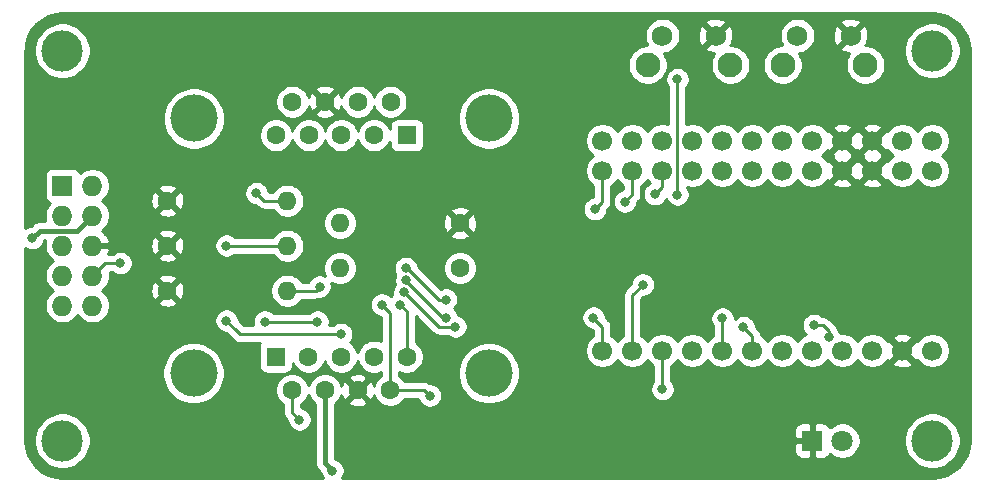
<source format=gbl>
%TF.GenerationSoftware,KiCad,Pcbnew,(5.1.8)-1*%
%TF.CreationDate,2021-01-12T21:36:03+01:00*%
%TF.ProjectId,C64 JoyAdapter,43363420-4a6f-4794-9164-61707465722e,rev?*%
%TF.SameCoordinates,Original*%
%TF.FileFunction,Copper,L2,Bot*%
%TF.FilePolarity,Positive*%
%FSLAX46Y46*%
G04 Gerber Fmt 4.6, Leading zero omitted, Abs format (unit mm)*
G04 Created by KiCad (PCBNEW (5.1.8)-1) date 2021-01-12 21:36:03*
%MOMM*%
%LPD*%
G01*
G04 APERTURE LIST*
%TA.AperFunction,ComponentPad*%
%ADD10C,1.600000*%
%TD*%
%TA.AperFunction,ComponentPad*%
%ADD11O,1.600000X1.600000*%
%TD*%
%TA.AperFunction,ComponentPad*%
%ADD12C,1.700000*%
%TD*%
%TA.AperFunction,ComponentPad*%
%ADD13R,1.600000X1.600000*%
%TD*%
%TA.AperFunction,ComponentPad*%
%ADD14C,4.000000*%
%TD*%
%TA.AperFunction,ComponentPad*%
%ADD15C,3.500000*%
%TD*%
%TA.AperFunction,ComponentPad*%
%ADD16C,2.100000*%
%TD*%
%TA.AperFunction,ComponentPad*%
%ADD17C,1.750000*%
%TD*%
%TA.AperFunction,ComponentPad*%
%ADD18R,1.800000X1.800000*%
%TD*%
%TA.AperFunction,ComponentPad*%
%ADD19C,1.800000*%
%TD*%
%TA.AperFunction,ComponentPad*%
%ADD20R,1.727200X1.727200*%
%TD*%
%TA.AperFunction,ComponentPad*%
%ADD21O,1.727200X1.727200*%
%TD*%
%TA.AperFunction,ViaPad*%
%ADD22C,0.800000*%
%TD*%
%TA.AperFunction,Conductor*%
%ADD23C,0.250000*%
%TD*%
%TA.AperFunction,Conductor*%
%ADD24C,0.381000*%
%TD*%
%TA.AperFunction,Conductor*%
%ADD25C,0.254000*%
%TD*%
%TA.AperFunction,Conductor*%
%ADD26C,0.100000*%
%TD*%
G04 APERTURE END LIST*
D10*
%TO.P,R4,1*%
%TO.N,GND*%
X133350000Y-90170000D03*
D11*
%TO.P,R4,2*%
%TO.N,POT_AX*%
X123190000Y-90170000D03*
%TD*%
D12*
%TO.P,A1,12*%
%TO.N,P2_RIGHT*%
X145415000Y-85725000D03*
%TO.P,A1,11*%
%TO.N,P2_LEFT*%
X147955000Y-85725000D03*
%TO.P,A1,10*%
%TO.N,P2_DOWN*%
X150495000Y-85725000D03*
%TO.P,A1,9*%
%TO.N,P2_UP*%
X153035000Y-85725000D03*
%TO.P,A1,8*%
%TO.N,P1_RIGHT*%
X155575000Y-85725000D03*
%TO.P,A1,7*%
%TO.N,P1_LEFT*%
X158115000Y-85725000D03*
%TO.P,A1,6*%
%TO.N,P1_DOWN*%
X160655000Y-85725000D03*
%TO.P,A1,5*%
%TO.N,P1_UP*%
X163195000Y-85725000D03*
%TO.P,A1,4*%
%TO.N,GND*%
X165735000Y-85725000D03*
%TO.P,A1,3*%
X168275000Y-85725000D03*
%TO.P,A1,2*%
%TO.N,Net-(A1-Pad2)*%
X170815000Y-85725000D03*
%TO.P,A1,1*%
%TO.N,Net-(A1-Pad1)*%
X173355000Y-85725000D03*
%TO.P,A1,2*%
%TO.N,Net-(A1-Pad2)*%
X170815000Y-83185000D03*
%TO.P,A1,3*%
%TO.N,GND*%
X168275000Y-83185000D03*
%TO.P,A1,4*%
X165735000Y-83185000D03*
%TO.P,A1,5*%
%TO.N,P1_UP*%
X163195000Y-83185000D03*
%TO.P,A1,6*%
%TO.N,P1_DOWN*%
X160655000Y-83185000D03*
%TO.P,A1,7*%
%TO.N,P1_LEFT*%
X158115000Y-83185000D03*
%TO.P,A1,8*%
%TO.N,P1_RIGHT*%
X155575000Y-83185000D03*
%TO.P,A1,9*%
%TO.N,P2_UP*%
X153035000Y-83185000D03*
%TO.P,A1,10*%
%TO.N,P2_DOWN*%
X150495000Y-83185000D03*
%TO.P,A1,11*%
%TO.N,P2_LEFT*%
X147955000Y-83185000D03*
%TO.P,A1,12*%
%TO.N,P2_RIGHT*%
X145415000Y-83185000D03*
%TO.P,A1,13*%
%TO.N,Net-(A1-Pad13)*%
X145415000Y-100965000D03*
%TO.P,A1,14*%
%TO.N,Net-(A1-Pad14)*%
X147955000Y-100965000D03*
%TO.P,A1,15*%
%TO.N,P2_FIRE*%
X150495000Y-100965000D03*
%TO.P,A1,16*%
%TO.N,P1_FIRE*%
X153035000Y-100965000D03*
%TO.P,A1,17*%
%TO.N,POT_AX*%
X155575000Y-100965000D03*
%TO.P,A1,18*%
%TO.N,POT_AY*%
X158115000Y-100965000D03*
%TO.P,A1,19*%
%TO.N,POT_BX*%
X160655000Y-100965000D03*
%TO.P,A1,20*%
%TO.N,POT_BY*%
X163195000Y-100965000D03*
%TO.P,A1,21*%
%TO.N,VCC*%
X165735000Y-100965000D03*
%TO.P,A1,22*%
%TO.N,Net-(A1-Pad22)*%
X168275000Y-100965000D03*
%TO.P,A1,23*%
%TO.N,GND*%
X170815000Y-100965000D03*
%TO.P,A1,24*%
%TO.N,Net-(A1-Pad24)*%
X173355000Y-100965000D03*
%TO.P,A1,1*%
%TO.N,Net-(A1-Pad1)*%
X173355000Y-83185000D03*
%TD*%
D11*
%TO.P,R5,2*%
%TO.N,Net-(A1-Pad13)*%
X123190000Y-93980000D03*
D10*
%TO.P,R5,1*%
%TO.N,Net-(D1-Pad2)*%
X133350000Y-93980000D03*
%TD*%
D13*
%TO.P,J2,1*%
%TO.N,P2_UP*%
X117760000Y-101470000D03*
D10*
%TO.P,J2,2*%
%TO.N,P2_DOWN*%
X120530000Y-101470000D03*
%TO.P,J2,3*%
%TO.N,P2_LEFT*%
X123300000Y-101470000D03*
%TO.P,J2,4*%
%TO.N,P2_RIGHT*%
X126070000Y-101470000D03*
%TO.P,J2,5*%
%TO.N,POT_BY*%
X128840000Y-101470000D03*
%TO.P,J2,6*%
%TO.N,P2_FIRE*%
X119145000Y-104310000D03*
%TO.P,J2,7*%
%TO.N,VCC*%
X121915000Y-104310000D03*
%TO.P,J2,8*%
%TO.N,GND*%
X124685000Y-104310000D03*
%TO.P,J2,9*%
%TO.N,POT_BX*%
X127455000Y-104310000D03*
D14*
%TO.P,J2,0*%
%TO.N,N/C*%
X110800000Y-102890000D03*
X135800000Y-102890000D03*
%TD*%
%TO.P,J1,0*%
%TO.N,N/C*%
X110820000Y-81310000D03*
X135820000Y-81310000D03*
D10*
%TO.P,J1,9*%
%TO.N,POT_AX*%
X119165000Y-79890000D03*
%TO.P,J1,8*%
%TO.N,GND*%
X121935000Y-79890000D03*
%TO.P,J1,7*%
%TO.N,VCC*%
X124705000Y-79890000D03*
%TO.P,J1,6*%
%TO.N,P1_FIRE*%
X127475000Y-79890000D03*
%TO.P,J1,5*%
%TO.N,POT_AY*%
X117780000Y-82730000D03*
%TO.P,J1,4*%
%TO.N,P1_RIGHT*%
X120550000Y-82730000D03*
%TO.P,J1,3*%
%TO.N,P1_LEFT*%
X123320000Y-82730000D03*
%TO.P,J1,2*%
%TO.N,P1_DOWN*%
X126090000Y-82730000D03*
D13*
%TO.P,J1,1*%
%TO.N,P1_UP*%
X128860000Y-82730000D03*
%TD*%
D15*
%TO.P,M1,1*%
%TO.N,Net-(M1-Pad1)*%
X99695000Y-108585000D03*
%TD*%
%TO.P,M2,1*%
%TO.N,Net-(M2-Pad1)*%
X173355000Y-75565000D03*
%TD*%
%TO.P,M3,1*%
%TO.N,Net-(M3-Pad1)*%
X99695000Y-75565000D03*
%TD*%
%TO.P,M4,1*%
%TO.N,Net-(M4-Pad1)*%
X173355000Y-108585000D03*
%TD*%
D10*
%TO.P,R1,1*%
%TO.N,GND*%
X108585000Y-88265000D03*
D11*
%TO.P,R1,2*%
%TO.N,POT_BY*%
X118745000Y-88265000D03*
%TD*%
D10*
%TO.P,R2,1*%
%TO.N,GND*%
X108585000Y-92075000D03*
D11*
%TO.P,R2,2*%
%TO.N,POT_BX*%
X118745000Y-92075000D03*
%TD*%
%TO.P,R3,2*%
%TO.N,POT_AY*%
X118745000Y-95885000D03*
D10*
%TO.P,R3,1*%
%TO.N,GND*%
X108585000Y-95885000D03*
%TD*%
D16*
%TO.P,SW1,*%
%TO.N,*%
X160675000Y-76785000D03*
D17*
%TO.P,SW1,1*%
%TO.N,Net-(A1-Pad22)*%
X161925000Y-74295000D03*
%TO.P,SW1,2*%
%TO.N,GND*%
X166425000Y-74295000D03*
D16*
%TO.P,SW1,*%
%TO.N,*%
X167685000Y-76785000D03*
%TD*%
%TO.P,SW2,*%
%TO.N,*%
X156255000Y-76785000D03*
D17*
%TO.P,SW2,2*%
%TO.N,GND*%
X154995000Y-74295000D03*
%TO.P,SW2,1*%
%TO.N,Net-(A1-Pad14)*%
X150495000Y-74295000D03*
D16*
%TO.P,SW2,*%
%TO.N,*%
X149245000Y-76785000D03*
%TD*%
D18*
%TO.P,D1,1*%
%TO.N,GND*%
X163195000Y-108585000D03*
D19*
%TO.P,D1,2*%
%TO.N,Net-(D1-Pad2)*%
X165735000Y-108585000D03*
%TD*%
D20*
%TO.P,J3,1*%
%TO.N,P2_UP*%
X99695000Y-86995000D03*
D21*
%TO.P,J3,2*%
%TO.N,P2_DOWN*%
X99695000Y-89535000D03*
%TO.P,J3,3*%
%TO.N,P2_LEFT*%
X99695000Y-92075000D03*
%TO.P,J3,4*%
%TO.N,P2_RIGHT*%
X99695000Y-94615000D03*
%TO.P,J3,5*%
%TO.N,POT_BY*%
X99695000Y-97155000D03*
%TO.P,J3,6*%
%TO.N,P2_FIRE*%
X102235000Y-86995000D03*
%TO.P,J3,7*%
%TO.N,VCC*%
X102235000Y-89535000D03*
%TO.P,J3,8*%
%TO.N,GND*%
X102235000Y-92075000D03*
%TO.P,J3,9*%
%TO.N,POT_BX*%
X102235000Y-94615000D03*
%TO.P,J3,10*%
%TO.N,Net-(J3-Pad10)*%
X102235000Y-97155000D03*
%TD*%
D22*
%TO.N,POT_AX*%
X128778000Y-93980000D03*
X132170000Y-96647000D03*
X155575000Y-98245000D03*
%TO.N,VCC*%
X122555000Y-111125000D03*
X97155000Y-91440000D03*
%TO.N,POT_AY*%
X121472152Y-95554847D03*
X128651000Y-96012000D03*
X157353000Y-98970000D03*
X132969000Y-98933000D03*
%TO.N,P2_DOWN*%
X149860000Y-87720000D03*
X116840000Y-98515000D03*
X121285000Y-98515000D03*
%TO.N,P2_LEFT*%
X147320000Y-88355000D03*
X113575000Y-98425000D03*
X123300000Y-99575000D03*
%TO.N,P2_RIGHT*%
X144780000Y-88990000D03*
%TO.N,POT_BY*%
X128270000Y-97065000D03*
X116115000Y-87630000D03*
%TO.N,P2_FIRE*%
X119761000Y-106807000D03*
X150495000Y-104230000D03*
%TO.N,POT_BX*%
X130810000Y-104775000D03*
X113575000Y-92075000D03*
X104607655Y-93549335D03*
X126746000Y-97064999D03*
%TO.N,Net-(A1-Pad13)*%
X128815000Y-94996000D03*
X144653000Y-98171000D03*
X132207000Y-98171000D03*
%TO.N,Net-(D1-Pad2)*%
X164565154Y-99795154D03*
X163322000Y-98806000D03*
%TO.N,Net-(A1-Pad14)*%
X148844000Y-95377000D03*
X151765000Y-87757000D03*
X151765000Y-77978000D03*
%TD*%
D23*
%TO.N,POT_AX*%
X128778000Y-93980000D02*
X128905000Y-93980000D01*
X131572000Y-96647000D02*
X132170000Y-96647000D01*
X128905000Y-93980000D02*
X131572000Y-96647000D01*
X155575000Y-98245000D02*
X155575000Y-100965000D01*
D24*
%TO.N,VCC*%
X121915000Y-107945000D02*
X121915000Y-104310000D01*
X121915000Y-110485000D02*
X122555000Y-111125000D01*
X121915000Y-107945000D02*
X121915000Y-110485000D01*
X97155000Y-91440000D02*
X97790000Y-90805000D01*
X97790000Y-90805000D02*
X100965000Y-90805000D01*
X100965000Y-90805000D02*
X102235000Y-89535000D01*
D23*
%TO.N,POT_AY*%
X121141999Y-95885000D02*
X121472152Y-95554847D01*
X118745000Y-95885000D02*
X121141999Y-95885000D01*
X158115000Y-100965000D02*
X158115000Y-99732000D01*
X158115000Y-99732000D02*
X157353000Y-98970000D01*
X129540000Y-96901000D02*
X128651000Y-96012000D01*
X131572000Y-98933000D02*
X129540000Y-96901000D01*
X132969000Y-98933000D02*
X131572000Y-98933000D01*
%TO.N,P2_DOWN*%
X149860000Y-87720000D02*
X150495000Y-87085000D01*
X150495000Y-86995000D02*
X150495000Y-85725000D01*
X150495000Y-87085000D02*
X150495000Y-86995000D01*
X116840000Y-98515000D02*
X121285000Y-98515000D01*
%TO.N,P2_LEFT*%
X147955000Y-87720000D02*
X147955000Y-87630000D01*
X147320000Y-88355000D02*
X147955000Y-87720000D01*
X147955000Y-87630000D02*
X147955000Y-85725000D01*
X113575000Y-98425000D02*
X114390001Y-99240001D01*
X114725000Y-99575000D02*
X114390001Y-99240001D01*
X123300000Y-99575000D02*
X114725000Y-99575000D01*
%TO.N,P2_RIGHT*%
X145415000Y-88355000D02*
X145415000Y-88265000D01*
X144780000Y-88990000D02*
X145415000Y-88355000D01*
X145415000Y-88265000D02*
X145415000Y-85725000D01*
%TO.N,POT_BY*%
X128840000Y-97635000D02*
X128840000Y-101470000D01*
X128270000Y-97065000D02*
X128840000Y-97635000D01*
X116115000Y-87630000D02*
X116750000Y-88265000D01*
X116750000Y-88265000D02*
X118745000Y-88265000D01*
%TO.N,P2_FIRE*%
X119145000Y-106191000D02*
X119761000Y-106807000D01*
X119145000Y-104310000D02*
X119145000Y-106191000D01*
X150495000Y-104230000D02*
X150495000Y-100965000D01*
%TO.N,POT_BX*%
X127455000Y-104310000D02*
X130345000Y-104310000D01*
X130345000Y-104310000D02*
X130810000Y-104775000D01*
X118745000Y-92075000D02*
X113575000Y-92075000D01*
X103300665Y-93549335D02*
X102235000Y-94615000D01*
X104607655Y-93549335D02*
X103300665Y-93549335D01*
X127455000Y-97773999D02*
X126746000Y-97064999D01*
X127455000Y-104310000D02*
X127455000Y-97773999D01*
%TO.N,Net-(A1-Pad13)*%
X145415000Y-98933000D02*
X145415000Y-100965000D01*
X144653000Y-98171000D02*
X145415000Y-98933000D01*
X128815000Y-95033000D02*
X128815000Y-94996000D01*
X131953000Y-98171000D02*
X128815000Y-95033000D01*
X132207000Y-98171000D02*
X131953000Y-98171000D01*
%TO.N,Net-(D1-Pad2)*%
X164565154Y-99795154D02*
X164565154Y-99287154D01*
X164084000Y-98806000D02*
X163322000Y-98806000D01*
X164565154Y-99287154D02*
X164084000Y-98806000D01*
%TO.N,Net-(A1-Pad14)*%
X147955000Y-96266000D02*
X148844000Y-95377000D01*
X147955000Y-100965000D02*
X147955000Y-96266000D01*
X151765000Y-87757000D02*
X151765000Y-77978000D01*
%TD*%
D25*
%TO.N,GND*%
X173966222Y-72478096D02*
X174554164Y-72655606D01*
X175096436Y-72943937D01*
X175572364Y-73332094D01*
X175963845Y-73805314D01*
X176255951Y-74345552D01*
X176437563Y-74932244D01*
X176505000Y-75573879D01*
X176505001Y-108552711D01*
X176441904Y-109196221D01*
X176264394Y-109784164D01*
X175976063Y-110326436D01*
X175587906Y-110802364D01*
X175114686Y-111193845D01*
X174574449Y-111485950D01*
X173987756Y-111667563D01*
X173346130Y-111735000D01*
X123392195Y-111735000D01*
X123472205Y-111615256D01*
X123550226Y-111426898D01*
X123590000Y-111226939D01*
X123590000Y-111023061D01*
X123550226Y-110823102D01*
X123472205Y-110634744D01*
X123358937Y-110465226D01*
X123214774Y-110321063D01*
X123045256Y-110207795D01*
X122856898Y-110129774D01*
X122740500Y-110106621D01*
X122740500Y-109485000D01*
X161656928Y-109485000D01*
X161669188Y-109609482D01*
X161705498Y-109729180D01*
X161764463Y-109839494D01*
X161843815Y-109936185D01*
X161940506Y-110015537D01*
X162050820Y-110074502D01*
X162170518Y-110110812D01*
X162295000Y-110123072D01*
X162909250Y-110120000D01*
X163068000Y-109961250D01*
X163068000Y-108712000D01*
X161818750Y-108712000D01*
X161660000Y-108870750D01*
X161656928Y-109485000D01*
X122740500Y-109485000D01*
X122740500Y-107685000D01*
X161656928Y-107685000D01*
X161660000Y-108299250D01*
X161818750Y-108458000D01*
X163068000Y-108458000D01*
X163068000Y-107208750D01*
X163322000Y-107208750D01*
X163322000Y-108458000D01*
X163342000Y-108458000D01*
X163342000Y-108712000D01*
X163322000Y-108712000D01*
X163322000Y-109961250D01*
X163480750Y-110120000D01*
X164095000Y-110123072D01*
X164219482Y-110110812D01*
X164339180Y-110074502D01*
X164449494Y-110015537D01*
X164546185Y-109936185D01*
X164625537Y-109839494D01*
X164684502Y-109729180D01*
X164690056Y-109710873D01*
X164756495Y-109777312D01*
X165007905Y-109945299D01*
X165287257Y-110061011D01*
X165583816Y-110120000D01*
X165886184Y-110120000D01*
X166182743Y-110061011D01*
X166462095Y-109945299D01*
X166713505Y-109777312D01*
X166927312Y-109563505D01*
X167095299Y-109312095D01*
X167211011Y-109032743D01*
X167270000Y-108736184D01*
X167270000Y-108433816D01*
X167253348Y-108350098D01*
X170970000Y-108350098D01*
X170970000Y-108819902D01*
X171061654Y-109280679D01*
X171241440Y-109714721D01*
X171502450Y-110105349D01*
X171834651Y-110437550D01*
X172225279Y-110698560D01*
X172659321Y-110878346D01*
X173120098Y-110970000D01*
X173589902Y-110970000D01*
X174050679Y-110878346D01*
X174484721Y-110698560D01*
X174875349Y-110437550D01*
X175207550Y-110105349D01*
X175468560Y-109714721D01*
X175648346Y-109280679D01*
X175740000Y-108819902D01*
X175740000Y-108350098D01*
X175648346Y-107889321D01*
X175468560Y-107455279D01*
X175207550Y-107064651D01*
X174875349Y-106732450D01*
X174484721Y-106471440D01*
X174050679Y-106291654D01*
X173589902Y-106200000D01*
X173120098Y-106200000D01*
X172659321Y-106291654D01*
X172225279Y-106471440D01*
X171834651Y-106732450D01*
X171502450Y-107064651D01*
X171241440Y-107455279D01*
X171061654Y-107889321D01*
X170970000Y-108350098D01*
X167253348Y-108350098D01*
X167211011Y-108137257D01*
X167095299Y-107857905D01*
X166927312Y-107606495D01*
X166713505Y-107392688D01*
X166462095Y-107224701D01*
X166182743Y-107108989D01*
X165886184Y-107050000D01*
X165583816Y-107050000D01*
X165287257Y-107108989D01*
X165007905Y-107224701D01*
X164756495Y-107392688D01*
X164690056Y-107459127D01*
X164684502Y-107440820D01*
X164625537Y-107330506D01*
X164546185Y-107233815D01*
X164449494Y-107154463D01*
X164339180Y-107095498D01*
X164219482Y-107059188D01*
X164095000Y-107046928D01*
X163480750Y-107050000D01*
X163322000Y-107208750D01*
X163068000Y-107208750D01*
X162909250Y-107050000D01*
X162295000Y-107046928D01*
X162170518Y-107059188D01*
X162050820Y-107095498D01*
X161940506Y-107154463D01*
X161843815Y-107233815D01*
X161764463Y-107330506D01*
X161705498Y-107440820D01*
X161669188Y-107560518D01*
X161656928Y-107685000D01*
X122740500Y-107685000D01*
X122740500Y-105484278D01*
X122829759Y-105424637D01*
X122951694Y-105302702D01*
X123871903Y-105302702D01*
X123943486Y-105546671D01*
X124198996Y-105667571D01*
X124473184Y-105736300D01*
X124755512Y-105750217D01*
X125035130Y-105708787D01*
X125301292Y-105613603D01*
X125426514Y-105546671D01*
X125498097Y-105302702D01*
X124685000Y-104489605D01*
X123871903Y-105302702D01*
X122951694Y-105302702D01*
X123029637Y-105224759D01*
X123186680Y-104989727D01*
X123294853Y-104728574D01*
X123300513Y-104700118D01*
X123381397Y-104926292D01*
X123448329Y-105051514D01*
X123692298Y-105123097D01*
X124505395Y-104310000D01*
X123692298Y-103496903D01*
X123448329Y-103568486D01*
X123327429Y-103823996D01*
X123301788Y-103926289D01*
X123294853Y-103891426D01*
X123186680Y-103630273D01*
X123029637Y-103395241D01*
X122951694Y-103317298D01*
X123871903Y-103317298D01*
X124685000Y-104130395D01*
X125498097Y-103317298D01*
X125426514Y-103073329D01*
X125171004Y-102952429D01*
X124896816Y-102883700D01*
X124614488Y-102869783D01*
X124334870Y-102911213D01*
X124068708Y-103006397D01*
X123943486Y-103073329D01*
X123871903Y-103317298D01*
X122951694Y-103317298D01*
X122829759Y-103195363D01*
X122594727Y-103038320D01*
X122333574Y-102930147D01*
X122056335Y-102875000D01*
X121773665Y-102875000D01*
X121496426Y-102930147D01*
X121235273Y-103038320D01*
X121000241Y-103195363D01*
X120800363Y-103395241D01*
X120643320Y-103630273D01*
X120535147Y-103891426D01*
X120530000Y-103917301D01*
X120524853Y-103891426D01*
X120416680Y-103630273D01*
X120259637Y-103395241D01*
X120059759Y-103195363D01*
X119824727Y-103038320D01*
X119563574Y-102930147D01*
X119286335Y-102875000D01*
X119003665Y-102875000D01*
X118726426Y-102930147D01*
X118465273Y-103038320D01*
X118230241Y-103195363D01*
X118030363Y-103395241D01*
X117873320Y-103630273D01*
X117765147Y-103891426D01*
X117710000Y-104168665D01*
X117710000Y-104451335D01*
X117765147Y-104728574D01*
X117873320Y-104989727D01*
X118030363Y-105224759D01*
X118230241Y-105424637D01*
X118385001Y-105528044D01*
X118385001Y-106153668D01*
X118381324Y-106191000D01*
X118395998Y-106339985D01*
X118439454Y-106483246D01*
X118510026Y-106615276D01*
X118545101Y-106658014D01*
X118605000Y-106731001D01*
X118633998Y-106754799D01*
X118726000Y-106846801D01*
X118726000Y-106908939D01*
X118765774Y-107108898D01*
X118843795Y-107297256D01*
X118957063Y-107466774D01*
X119101226Y-107610937D01*
X119270744Y-107724205D01*
X119459102Y-107802226D01*
X119659061Y-107842000D01*
X119862939Y-107842000D01*
X120062898Y-107802226D01*
X120251256Y-107724205D01*
X120420774Y-107610937D01*
X120564937Y-107466774D01*
X120678205Y-107297256D01*
X120756226Y-107108898D01*
X120796000Y-106908939D01*
X120796000Y-106705061D01*
X120756226Y-106505102D01*
X120678205Y-106316744D01*
X120564937Y-106147226D01*
X120420774Y-106003063D01*
X120251256Y-105889795D01*
X120062898Y-105811774D01*
X119905000Y-105780366D01*
X119905000Y-105528043D01*
X120059759Y-105424637D01*
X120259637Y-105224759D01*
X120416680Y-104989727D01*
X120524853Y-104728574D01*
X120530000Y-104702699D01*
X120535147Y-104728574D01*
X120643320Y-104989727D01*
X120800363Y-105224759D01*
X121000241Y-105424637D01*
X121089501Y-105484278D01*
X121089500Y-107904447D01*
X121089500Y-107904448D01*
X121089501Y-110444440D01*
X121085506Y-110485000D01*
X121101445Y-110646826D01*
X121148647Y-110802433D01*
X121225301Y-110945842D01*
X121286863Y-111020854D01*
X121328460Y-111071541D01*
X121359961Y-111097393D01*
X121527572Y-111265004D01*
X121559774Y-111426898D01*
X121637795Y-111615256D01*
X121717805Y-111735000D01*
X99727279Y-111735000D01*
X99083779Y-111671904D01*
X98495836Y-111494394D01*
X97953564Y-111206063D01*
X97477636Y-110817906D01*
X97086155Y-110344686D01*
X96794050Y-109804449D01*
X96612437Y-109217756D01*
X96545000Y-108576130D01*
X96545000Y-108350098D01*
X97310000Y-108350098D01*
X97310000Y-108819902D01*
X97401654Y-109280679D01*
X97581440Y-109714721D01*
X97842450Y-110105349D01*
X98174651Y-110437550D01*
X98565279Y-110698560D01*
X98999321Y-110878346D01*
X99460098Y-110970000D01*
X99929902Y-110970000D01*
X100390679Y-110878346D01*
X100824721Y-110698560D01*
X101215349Y-110437550D01*
X101547550Y-110105349D01*
X101808560Y-109714721D01*
X101988346Y-109280679D01*
X102080000Y-108819902D01*
X102080000Y-108350098D01*
X101988346Y-107889321D01*
X101808560Y-107455279D01*
X101547550Y-107064651D01*
X101215349Y-106732450D01*
X100824721Y-106471440D01*
X100390679Y-106291654D01*
X99929902Y-106200000D01*
X99460098Y-106200000D01*
X98999321Y-106291654D01*
X98565279Y-106471440D01*
X98174651Y-106732450D01*
X97842450Y-107064651D01*
X97581440Y-107455279D01*
X97401654Y-107889321D01*
X97310000Y-108350098D01*
X96545000Y-108350098D01*
X96545000Y-102630475D01*
X108165000Y-102630475D01*
X108165000Y-103149525D01*
X108266261Y-103658601D01*
X108464893Y-104138141D01*
X108753262Y-104569715D01*
X109120285Y-104936738D01*
X109551859Y-105225107D01*
X110031399Y-105423739D01*
X110540475Y-105525000D01*
X111059525Y-105525000D01*
X111568601Y-105423739D01*
X112048141Y-105225107D01*
X112479715Y-104936738D01*
X112846738Y-104569715D01*
X113135107Y-104138141D01*
X113333739Y-103658601D01*
X113435000Y-103149525D01*
X113435000Y-102630475D01*
X113333739Y-102121399D01*
X113135107Y-101641859D01*
X112846738Y-101210285D01*
X112479715Y-100843262D01*
X112048141Y-100554893D01*
X111568601Y-100356261D01*
X111059525Y-100255000D01*
X110540475Y-100255000D01*
X110031399Y-100356261D01*
X109551859Y-100554893D01*
X109120285Y-100843262D01*
X108753262Y-101210285D01*
X108464893Y-101641859D01*
X108266261Y-102121399D01*
X108165000Y-102630475D01*
X96545000Y-102630475D01*
X96545000Y-92277195D01*
X96664744Y-92357205D01*
X96853102Y-92435226D01*
X97053061Y-92475000D01*
X97256939Y-92475000D01*
X97456898Y-92435226D01*
X97645256Y-92357205D01*
X97814774Y-92243937D01*
X97958937Y-92099774D01*
X98072205Y-91930256D01*
X98150226Y-91741898D01*
X98172384Y-91630500D01*
X98257045Y-91630500D01*
X98253990Y-91637875D01*
X98196400Y-91927401D01*
X98196400Y-92222599D01*
X98253990Y-92512125D01*
X98366958Y-92784853D01*
X98530961Y-93030302D01*
X98739698Y-93239039D01*
X98898281Y-93345000D01*
X98739698Y-93450961D01*
X98530961Y-93659698D01*
X98366958Y-93905147D01*
X98253990Y-94177875D01*
X98196400Y-94467401D01*
X98196400Y-94762599D01*
X98253990Y-95052125D01*
X98366958Y-95324853D01*
X98530961Y-95570302D01*
X98739698Y-95779039D01*
X98898281Y-95885000D01*
X98739698Y-95990961D01*
X98530961Y-96199698D01*
X98366958Y-96445147D01*
X98253990Y-96717875D01*
X98196400Y-97007401D01*
X98196400Y-97302599D01*
X98253990Y-97592125D01*
X98366958Y-97864853D01*
X98530961Y-98110302D01*
X98739698Y-98319039D01*
X98985147Y-98483042D01*
X99257875Y-98596010D01*
X99547401Y-98653600D01*
X99842599Y-98653600D01*
X100132125Y-98596010D01*
X100404853Y-98483042D01*
X100650302Y-98319039D01*
X100859039Y-98110302D01*
X100965000Y-97951719D01*
X101070961Y-98110302D01*
X101279698Y-98319039D01*
X101525147Y-98483042D01*
X101797875Y-98596010D01*
X102087401Y-98653600D01*
X102382599Y-98653600D01*
X102672125Y-98596010D01*
X102944853Y-98483042D01*
X103184282Y-98323061D01*
X112540000Y-98323061D01*
X112540000Y-98526939D01*
X112579774Y-98726898D01*
X112657795Y-98915256D01*
X112771063Y-99084774D01*
X112915226Y-99228937D01*
X113084744Y-99342205D01*
X113273102Y-99420226D01*
X113473061Y-99460000D01*
X113535198Y-99460000D01*
X113878997Y-99803800D01*
X113879008Y-99803809D01*
X114161196Y-100085997D01*
X114184999Y-100115001D01*
X114300724Y-100209974D01*
X114432753Y-100280546D01*
X114576014Y-100324003D01*
X114687667Y-100335000D01*
X114687676Y-100335000D01*
X114724999Y-100338676D01*
X114762322Y-100335000D01*
X116419043Y-100335000D01*
X116370498Y-100425820D01*
X116334188Y-100545518D01*
X116321928Y-100670000D01*
X116321928Y-102270000D01*
X116334188Y-102394482D01*
X116370498Y-102514180D01*
X116429463Y-102624494D01*
X116508815Y-102721185D01*
X116605506Y-102800537D01*
X116715820Y-102859502D01*
X116835518Y-102895812D01*
X116960000Y-102908072D01*
X118560000Y-102908072D01*
X118684482Y-102895812D01*
X118804180Y-102859502D01*
X118914494Y-102800537D01*
X119011185Y-102721185D01*
X119090537Y-102624494D01*
X119149502Y-102514180D01*
X119185812Y-102394482D01*
X119198072Y-102270000D01*
X119198072Y-102004275D01*
X119258320Y-102149727D01*
X119415363Y-102384759D01*
X119615241Y-102584637D01*
X119850273Y-102741680D01*
X120111426Y-102849853D01*
X120388665Y-102905000D01*
X120671335Y-102905000D01*
X120948574Y-102849853D01*
X121209727Y-102741680D01*
X121444759Y-102584637D01*
X121644637Y-102384759D01*
X121801680Y-102149727D01*
X121909853Y-101888574D01*
X121915000Y-101862699D01*
X121920147Y-101888574D01*
X122028320Y-102149727D01*
X122185363Y-102384759D01*
X122385241Y-102584637D01*
X122620273Y-102741680D01*
X122881426Y-102849853D01*
X123158665Y-102905000D01*
X123441335Y-102905000D01*
X123718574Y-102849853D01*
X123979727Y-102741680D01*
X124214759Y-102584637D01*
X124414637Y-102384759D01*
X124571680Y-102149727D01*
X124679853Y-101888574D01*
X124685000Y-101862699D01*
X124690147Y-101888574D01*
X124798320Y-102149727D01*
X124955363Y-102384759D01*
X125155241Y-102584637D01*
X125390273Y-102741680D01*
X125651426Y-102849853D01*
X125928665Y-102905000D01*
X126211335Y-102905000D01*
X126488574Y-102849853D01*
X126695000Y-102764349D01*
X126695000Y-103091956D01*
X126540241Y-103195363D01*
X126340363Y-103395241D01*
X126183320Y-103630273D01*
X126075147Y-103891426D01*
X126069487Y-103919882D01*
X125988603Y-103693708D01*
X125921671Y-103568486D01*
X125677702Y-103496903D01*
X124864605Y-104310000D01*
X125677702Y-105123097D01*
X125921671Y-105051514D01*
X126042571Y-104796004D01*
X126068212Y-104693711D01*
X126075147Y-104728574D01*
X126183320Y-104989727D01*
X126340363Y-105224759D01*
X126540241Y-105424637D01*
X126775273Y-105581680D01*
X127036426Y-105689853D01*
X127313665Y-105745000D01*
X127596335Y-105745000D01*
X127873574Y-105689853D01*
X128134727Y-105581680D01*
X128369759Y-105424637D01*
X128569637Y-105224759D01*
X128673043Y-105070000D01*
X129813402Y-105070000D01*
X129814774Y-105076898D01*
X129892795Y-105265256D01*
X130006063Y-105434774D01*
X130150226Y-105578937D01*
X130319744Y-105692205D01*
X130508102Y-105770226D01*
X130708061Y-105810000D01*
X130911939Y-105810000D01*
X131111898Y-105770226D01*
X131300256Y-105692205D01*
X131469774Y-105578937D01*
X131613937Y-105434774D01*
X131727205Y-105265256D01*
X131805226Y-105076898D01*
X131845000Y-104876939D01*
X131845000Y-104673061D01*
X131805226Y-104473102D01*
X131727205Y-104284744D01*
X131613937Y-104115226D01*
X131469774Y-103971063D01*
X131300256Y-103857795D01*
X131111898Y-103779774D01*
X130911939Y-103740000D01*
X130848447Y-103740000D01*
X130769276Y-103675026D01*
X130637247Y-103604454D01*
X130493986Y-103560997D01*
X130382333Y-103550000D01*
X130382322Y-103550000D01*
X130345000Y-103546324D01*
X130307678Y-103550000D01*
X128673043Y-103550000D01*
X128569637Y-103395241D01*
X128369759Y-103195363D01*
X128215000Y-103091957D01*
X128215000Y-102764349D01*
X128421426Y-102849853D01*
X128698665Y-102905000D01*
X128981335Y-102905000D01*
X129258574Y-102849853D01*
X129519727Y-102741680D01*
X129686157Y-102630475D01*
X133165000Y-102630475D01*
X133165000Y-103149525D01*
X133266261Y-103658601D01*
X133464893Y-104138141D01*
X133753262Y-104569715D01*
X134120285Y-104936738D01*
X134551859Y-105225107D01*
X135031399Y-105423739D01*
X135540475Y-105525000D01*
X136059525Y-105525000D01*
X136568601Y-105423739D01*
X137048141Y-105225107D01*
X137479715Y-104936738D01*
X137846738Y-104569715D01*
X138135107Y-104138141D01*
X138333739Y-103658601D01*
X138435000Y-103149525D01*
X138435000Y-102630475D01*
X138333739Y-102121399D01*
X138135107Y-101641859D01*
X137846738Y-101210285D01*
X137479715Y-100843262D01*
X137048141Y-100554893D01*
X136568601Y-100356261D01*
X136059525Y-100255000D01*
X135540475Y-100255000D01*
X135031399Y-100356261D01*
X134551859Y-100554893D01*
X134120285Y-100843262D01*
X133753262Y-101210285D01*
X133464893Y-101641859D01*
X133266261Y-102121399D01*
X133165000Y-102630475D01*
X129686157Y-102630475D01*
X129754759Y-102584637D01*
X129954637Y-102384759D01*
X130111680Y-102149727D01*
X130219853Y-101888574D01*
X130275000Y-101611335D01*
X130275000Y-101328665D01*
X130219853Y-101051426D01*
X130111680Y-100790273D01*
X129954637Y-100555241D01*
X129754759Y-100355363D01*
X129600000Y-100251957D01*
X129600000Y-98035801D01*
X131008201Y-99444003D01*
X131031999Y-99473001D01*
X131060997Y-99496799D01*
X131147723Y-99567974D01*
X131226230Y-99609937D01*
X131279753Y-99638546D01*
X131423014Y-99682003D01*
X131534667Y-99693000D01*
X131534677Y-99693000D01*
X131572000Y-99696676D01*
X131609323Y-99693000D01*
X132265289Y-99693000D01*
X132309226Y-99736937D01*
X132478744Y-99850205D01*
X132667102Y-99928226D01*
X132867061Y-99968000D01*
X133070939Y-99968000D01*
X133270898Y-99928226D01*
X133459256Y-99850205D01*
X133628774Y-99736937D01*
X133772937Y-99592774D01*
X133886205Y-99423256D01*
X133964226Y-99234898D01*
X134004000Y-99034939D01*
X134004000Y-98831061D01*
X133964226Y-98631102D01*
X133886205Y-98442744D01*
X133772937Y-98273226D01*
X133628774Y-98129063D01*
X133538975Y-98069061D01*
X143618000Y-98069061D01*
X143618000Y-98272939D01*
X143657774Y-98472898D01*
X143735795Y-98661256D01*
X143849063Y-98830774D01*
X143993226Y-98974937D01*
X144162744Y-99088205D01*
X144351102Y-99166226D01*
X144551061Y-99206000D01*
X144613198Y-99206000D01*
X144655000Y-99247802D01*
X144655000Y-99686821D01*
X144468368Y-99811525D01*
X144261525Y-100018368D01*
X144099010Y-100261589D01*
X143987068Y-100531842D01*
X143930000Y-100818740D01*
X143930000Y-101111260D01*
X143987068Y-101398158D01*
X144099010Y-101668411D01*
X144261525Y-101911632D01*
X144468368Y-102118475D01*
X144711589Y-102280990D01*
X144981842Y-102392932D01*
X145268740Y-102450000D01*
X145561260Y-102450000D01*
X145848158Y-102392932D01*
X146118411Y-102280990D01*
X146361632Y-102118475D01*
X146568475Y-101911632D01*
X146685000Y-101737240D01*
X146801525Y-101911632D01*
X147008368Y-102118475D01*
X147251589Y-102280990D01*
X147521842Y-102392932D01*
X147808740Y-102450000D01*
X148101260Y-102450000D01*
X148388158Y-102392932D01*
X148658411Y-102280990D01*
X148901632Y-102118475D01*
X149108475Y-101911632D01*
X149225000Y-101737240D01*
X149341525Y-101911632D01*
X149548368Y-102118475D01*
X149735001Y-102243179D01*
X149735000Y-103526289D01*
X149691063Y-103570226D01*
X149577795Y-103739744D01*
X149499774Y-103928102D01*
X149460000Y-104128061D01*
X149460000Y-104331939D01*
X149499774Y-104531898D01*
X149577795Y-104720256D01*
X149691063Y-104889774D01*
X149835226Y-105033937D01*
X150004744Y-105147205D01*
X150193102Y-105225226D01*
X150393061Y-105265000D01*
X150596939Y-105265000D01*
X150796898Y-105225226D01*
X150985256Y-105147205D01*
X151154774Y-105033937D01*
X151298937Y-104889774D01*
X151412205Y-104720256D01*
X151490226Y-104531898D01*
X151530000Y-104331939D01*
X151530000Y-104128061D01*
X151490226Y-103928102D01*
X151412205Y-103739744D01*
X151298937Y-103570226D01*
X151255000Y-103526289D01*
X151255000Y-102243178D01*
X151441632Y-102118475D01*
X151648475Y-101911632D01*
X151765000Y-101737240D01*
X151881525Y-101911632D01*
X152088368Y-102118475D01*
X152331589Y-102280990D01*
X152601842Y-102392932D01*
X152888740Y-102450000D01*
X153181260Y-102450000D01*
X153468158Y-102392932D01*
X153738411Y-102280990D01*
X153981632Y-102118475D01*
X154188475Y-101911632D01*
X154305000Y-101737240D01*
X154421525Y-101911632D01*
X154628368Y-102118475D01*
X154871589Y-102280990D01*
X155141842Y-102392932D01*
X155428740Y-102450000D01*
X155721260Y-102450000D01*
X156008158Y-102392932D01*
X156278411Y-102280990D01*
X156521632Y-102118475D01*
X156728475Y-101911632D01*
X156845000Y-101737240D01*
X156961525Y-101911632D01*
X157168368Y-102118475D01*
X157411589Y-102280990D01*
X157681842Y-102392932D01*
X157968740Y-102450000D01*
X158261260Y-102450000D01*
X158548158Y-102392932D01*
X158818411Y-102280990D01*
X159061632Y-102118475D01*
X159268475Y-101911632D01*
X159385000Y-101737240D01*
X159501525Y-101911632D01*
X159708368Y-102118475D01*
X159951589Y-102280990D01*
X160221842Y-102392932D01*
X160508740Y-102450000D01*
X160801260Y-102450000D01*
X161088158Y-102392932D01*
X161358411Y-102280990D01*
X161601632Y-102118475D01*
X161808475Y-101911632D01*
X161925000Y-101737240D01*
X162041525Y-101911632D01*
X162248368Y-102118475D01*
X162491589Y-102280990D01*
X162761842Y-102392932D01*
X163048740Y-102450000D01*
X163341260Y-102450000D01*
X163628158Y-102392932D01*
X163898411Y-102280990D01*
X164141632Y-102118475D01*
X164348475Y-101911632D01*
X164465000Y-101737240D01*
X164581525Y-101911632D01*
X164788368Y-102118475D01*
X165031589Y-102280990D01*
X165301842Y-102392932D01*
X165588740Y-102450000D01*
X165881260Y-102450000D01*
X166168158Y-102392932D01*
X166438411Y-102280990D01*
X166681632Y-102118475D01*
X166888475Y-101911632D01*
X167005000Y-101737240D01*
X167121525Y-101911632D01*
X167328368Y-102118475D01*
X167571589Y-102280990D01*
X167841842Y-102392932D01*
X168128740Y-102450000D01*
X168421260Y-102450000D01*
X168708158Y-102392932D01*
X168978411Y-102280990D01*
X169221632Y-102118475D01*
X169346710Y-101993397D01*
X169966208Y-101993397D01*
X170043843Y-102242472D01*
X170307883Y-102368371D01*
X170591411Y-102440339D01*
X170883531Y-102455611D01*
X171173019Y-102413599D01*
X171448747Y-102315919D01*
X171586157Y-102242472D01*
X171663792Y-101993397D01*
X170815000Y-101144605D01*
X169966208Y-101993397D01*
X169346710Y-101993397D01*
X169428475Y-101911632D01*
X169544311Y-101738271D01*
X169786603Y-101813792D01*
X170635395Y-100965000D01*
X170994605Y-100965000D01*
X171843397Y-101813792D01*
X172085689Y-101738271D01*
X172201525Y-101911632D01*
X172408368Y-102118475D01*
X172651589Y-102280990D01*
X172921842Y-102392932D01*
X173208740Y-102450000D01*
X173501260Y-102450000D01*
X173788158Y-102392932D01*
X174058411Y-102280990D01*
X174301632Y-102118475D01*
X174508475Y-101911632D01*
X174670990Y-101668411D01*
X174782932Y-101398158D01*
X174840000Y-101111260D01*
X174840000Y-100818740D01*
X174782932Y-100531842D01*
X174670990Y-100261589D01*
X174508475Y-100018368D01*
X174301632Y-99811525D01*
X174058411Y-99649010D01*
X173788158Y-99537068D01*
X173501260Y-99480000D01*
X173208740Y-99480000D01*
X172921842Y-99537068D01*
X172651589Y-99649010D01*
X172408368Y-99811525D01*
X172201525Y-100018368D01*
X172085689Y-100191729D01*
X171843397Y-100116208D01*
X170994605Y-100965000D01*
X170635395Y-100965000D01*
X169786603Y-100116208D01*
X169544311Y-100191729D01*
X169428475Y-100018368D01*
X169346710Y-99936603D01*
X169966208Y-99936603D01*
X170815000Y-100785395D01*
X171663792Y-99936603D01*
X171586157Y-99687528D01*
X171322117Y-99561629D01*
X171038589Y-99489661D01*
X170746469Y-99474389D01*
X170456981Y-99516401D01*
X170181253Y-99614081D01*
X170043843Y-99687528D01*
X169966208Y-99936603D01*
X169346710Y-99936603D01*
X169221632Y-99811525D01*
X168978411Y-99649010D01*
X168708158Y-99537068D01*
X168421260Y-99480000D01*
X168128740Y-99480000D01*
X167841842Y-99537068D01*
X167571589Y-99649010D01*
X167328368Y-99811525D01*
X167121525Y-100018368D01*
X167005000Y-100192760D01*
X166888475Y-100018368D01*
X166681632Y-99811525D01*
X166438411Y-99649010D01*
X166168158Y-99537068D01*
X165881260Y-99480000D01*
X165588740Y-99480000D01*
X165557466Y-99486221D01*
X165482359Y-99304898D01*
X165369091Y-99135380D01*
X165289023Y-99055312D01*
X165270700Y-98994907D01*
X165200128Y-98862878D01*
X165173781Y-98830774D01*
X165105155Y-98747153D01*
X165076151Y-98723350D01*
X164647804Y-98295003D01*
X164624001Y-98265999D01*
X164508276Y-98171026D01*
X164376247Y-98100454D01*
X164232986Y-98056997D01*
X164121333Y-98046000D01*
X164121322Y-98046000D01*
X164084000Y-98042324D01*
X164046678Y-98046000D01*
X164025711Y-98046000D01*
X163981774Y-98002063D01*
X163812256Y-97888795D01*
X163623898Y-97810774D01*
X163423939Y-97771000D01*
X163220061Y-97771000D01*
X163020102Y-97810774D01*
X162831744Y-97888795D01*
X162662226Y-98002063D01*
X162518063Y-98146226D01*
X162404795Y-98315744D01*
X162326774Y-98504102D01*
X162287000Y-98704061D01*
X162287000Y-98907939D01*
X162326774Y-99107898D01*
X162404795Y-99296256D01*
X162518063Y-99465774D01*
X162639877Y-99587588D01*
X162491589Y-99649010D01*
X162248368Y-99811525D01*
X162041525Y-100018368D01*
X161925000Y-100192760D01*
X161808475Y-100018368D01*
X161601632Y-99811525D01*
X161358411Y-99649010D01*
X161088158Y-99537068D01*
X160801260Y-99480000D01*
X160508740Y-99480000D01*
X160221842Y-99537068D01*
X159951589Y-99649010D01*
X159708368Y-99811525D01*
X159501525Y-100018368D01*
X159385000Y-100192760D01*
X159268475Y-100018368D01*
X159061632Y-99811525D01*
X158874173Y-99686269D01*
X158864003Y-99583014D01*
X158820546Y-99439753D01*
X158749974Y-99307724D01*
X158655001Y-99191999D01*
X158626002Y-99168201D01*
X158388000Y-98930198D01*
X158388000Y-98868061D01*
X158348226Y-98668102D01*
X158270205Y-98479744D01*
X158156937Y-98310226D01*
X158012774Y-98166063D01*
X157843256Y-98052795D01*
X157654898Y-97974774D01*
X157454939Y-97935000D01*
X157251061Y-97935000D01*
X157051102Y-97974774D01*
X156862744Y-98052795D01*
X156693226Y-98166063D01*
X156610000Y-98249289D01*
X156610000Y-98143061D01*
X156570226Y-97943102D01*
X156492205Y-97754744D01*
X156378937Y-97585226D01*
X156234774Y-97441063D01*
X156065256Y-97327795D01*
X155876898Y-97249774D01*
X155676939Y-97210000D01*
X155473061Y-97210000D01*
X155273102Y-97249774D01*
X155084744Y-97327795D01*
X154915226Y-97441063D01*
X154771063Y-97585226D01*
X154657795Y-97754744D01*
X154579774Y-97943102D01*
X154540000Y-98143061D01*
X154540000Y-98346939D01*
X154579774Y-98546898D01*
X154657795Y-98735256D01*
X154771063Y-98904774D01*
X154815000Y-98948711D01*
X154815001Y-99686821D01*
X154628368Y-99811525D01*
X154421525Y-100018368D01*
X154305000Y-100192760D01*
X154188475Y-100018368D01*
X153981632Y-99811525D01*
X153738411Y-99649010D01*
X153468158Y-99537068D01*
X153181260Y-99480000D01*
X152888740Y-99480000D01*
X152601842Y-99537068D01*
X152331589Y-99649010D01*
X152088368Y-99811525D01*
X151881525Y-100018368D01*
X151765000Y-100192760D01*
X151648475Y-100018368D01*
X151441632Y-99811525D01*
X151198411Y-99649010D01*
X150928158Y-99537068D01*
X150641260Y-99480000D01*
X150348740Y-99480000D01*
X150061842Y-99537068D01*
X149791589Y-99649010D01*
X149548368Y-99811525D01*
X149341525Y-100018368D01*
X149225000Y-100192760D01*
X149108475Y-100018368D01*
X148901632Y-99811525D01*
X148715000Y-99686822D01*
X148715000Y-96580801D01*
X148883801Y-96412000D01*
X148945939Y-96412000D01*
X149145898Y-96372226D01*
X149334256Y-96294205D01*
X149503774Y-96180937D01*
X149647937Y-96036774D01*
X149761205Y-95867256D01*
X149839226Y-95678898D01*
X149879000Y-95478939D01*
X149879000Y-95275061D01*
X149839226Y-95075102D01*
X149761205Y-94886744D01*
X149647937Y-94717226D01*
X149503774Y-94573063D01*
X149334256Y-94459795D01*
X149145898Y-94381774D01*
X148945939Y-94342000D01*
X148742061Y-94342000D01*
X148542102Y-94381774D01*
X148353744Y-94459795D01*
X148184226Y-94573063D01*
X148040063Y-94717226D01*
X147926795Y-94886744D01*
X147848774Y-95075102D01*
X147809000Y-95275061D01*
X147809000Y-95337199D01*
X147443998Y-95702201D01*
X147415000Y-95725999D01*
X147391202Y-95754997D01*
X147391201Y-95754998D01*
X147320026Y-95841724D01*
X147249454Y-95973754D01*
X147224503Y-96056010D01*
X147205998Y-96117014D01*
X147199702Y-96180937D01*
X147191324Y-96266000D01*
X147195001Y-96303332D01*
X147195000Y-99686821D01*
X147008368Y-99811525D01*
X146801525Y-100018368D01*
X146685000Y-100192760D01*
X146568475Y-100018368D01*
X146361632Y-99811525D01*
X146175000Y-99686822D01*
X146175000Y-98970325D01*
X146178676Y-98933000D01*
X146175000Y-98895675D01*
X146175000Y-98895667D01*
X146164003Y-98784014D01*
X146120546Y-98640753D01*
X146049974Y-98508724D01*
X145955001Y-98392999D01*
X145926004Y-98369202D01*
X145688000Y-98131198D01*
X145688000Y-98069061D01*
X145648226Y-97869102D01*
X145570205Y-97680744D01*
X145456937Y-97511226D01*
X145312774Y-97367063D01*
X145143256Y-97253795D01*
X144954898Y-97175774D01*
X144754939Y-97136000D01*
X144551061Y-97136000D01*
X144351102Y-97175774D01*
X144162744Y-97253795D01*
X143993226Y-97367063D01*
X143849063Y-97511226D01*
X143735795Y-97680744D01*
X143657774Y-97869102D01*
X143618000Y-98069061D01*
X133538975Y-98069061D01*
X133459256Y-98015795D01*
X133270898Y-97937774D01*
X133213619Y-97926381D01*
X133202226Y-97869102D01*
X133124205Y-97680744D01*
X133010937Y-97511226D01*
X132890211Y-97390500D01*
X132973937Y-97306774D01*
X133087205Y-97137256D01*
X133165226Y-96948898D01*
X133205000Y-96748939D01*
X133205000Y-96545061D01*
X133165226Y-96345102D01*
X133087205Y-96156744D01*
X132973937Y-95987226D01*
X132829774Y-95843063D01*
X132660256Y-95729795D01*
X132471898Y-95651774D01*
X132271939Y-95612000D01*
X132068061Y-95612000D01*
X131868102Y-95651774D01*
X131714995Y-95715193D01*
X129838467Y-93838665D01*
X131915000Y-93838665D01*
X131915000Y-94121335D01*
X131970147Y-94398574D01*
X132078320Y-94659727D01*
X132235363Y-94894759D01*
X132435241Y-95094637D01*
X132670273Y-95251680D01*
X132931426Y-95359853D01*
X133208665Y-95415000D01*
X133491335Y-95415000D01*
X133768574Y-95359853D01*
X134029727Y-95251680D01*
X134264759Y-95094637D01*
X134464637Y-94894759D01*
X134621680Y-94659727D01*
X134729853Y-94398574D01*
X134785000Y-94121335D01*
X134785000Y-93838665D01*
X134729853Y-93561426D01*
X134621680Y-93300273D01*
X134464637Y-93065241D01*
X134264759Y-92865363D01*
X134029727Y-92708320D01*
X133768574Y-92600147D01*
X133491335Y-92545000D01*
X133208665Y-92545000D01*
X132931426Y-92600147D01*
X132670273Y-92708320D01*
X132435241Y-92865363D01*
X132235363Y-93065241D01*
X132078320Y-93300273D01*
X131970147Y-93561426D01*
X131915000Y-93838665D01*
X129838467Y-93838665D01*
X129796895Y-93797094D01*
X129773226Y-93678102D01*
X129695205Y-93489744D01*
X129581937Y-93320226D01*
X129437774Y-93176063D01*
X129268256Y-93062795D01*
X129079898Y-92984774D01*
X128879939Y-92945000D01*
X128676061Y-92945000D01*
X128476102Y-92984774D01*
X128287744Y-93062795D01*
X128118226Y-93176063D01*
X127974063Y-93320226D01*
X127860795Y-93489744D01*
X127782774Y-93678102D01*
X127743000Y-93878061D01*
X127743000Y-94081939D01*
X127782774Y-94281898D01*
X127860795Y-94470256D01*
X127892710Y-94518020D01*
X127819774Y-94694102D01*
X127780000Y-94894061D01*
X127780000Y-95097939D01*
X127819774Y-95297898D01*
X127844109Y-95356647D01*
X127733795Y-95521744D01*
X127655774Y-95710102D01*
X127616000Y-95910061D01*
X127616000Y-96113939D01*
X127641154Y-96240398D01*
X127610226Y-96261063D01*
X127508001Y-96363289D01*
X127405774Y-96261062D01*
X127236256Y-96147794D01*
X127047898Y-96069773D01*
X126847939Y-96029999D01*
X126644061Y-96029999D01*
X126444102Y-96069773D01*
X126255744Y-96147794D01*
X126086226Y-96261062D01*
X125942063Y-96405225D01*
X125828795Y-96574743D01*
X125750774Y-96763101D01*
X125711000Y-96963060D01*
X125711000Y-97166938D01*
X125750774Y-97366897D01*
X125828795Y-97555255D01*
X125942063Y-97724773D01*
X126086226Y-97868936D01*
X126255744Y-97982204D01*
X126444102Y-98060225D01*
X126644061Y-98099999D01*
X126695001Y-98099999D01*
X126695001Y-100175652D01*
X126488574Y-100090147D01*
X126211335Y-100035000D01*
X125928665Y-100035000D01*
X125651426Y-100090147D01*
X125390273Y-100198320D01*
X125155241Y-100355363D01*
X124955363Y-100555241D01*
X124798320Y-100790273D01*
X124690147Y-101051426D01*
X124685000Y-101077301D01*
X124679853Y-101051426D01*
X124571680Y-100790273D01*
X124414637Y-100555241D01*
X124214759Y-100355363D01*
X124076038Y-100262673D01*
X124103937Y-100234774D01*
X124217205Y-100065256D01*
X124295226Y-99876898D01*
X124335000Y-99676939D01*
X124335000Y-99473061D01*
X124295226Y-99273102D01*
X124217205Y-99084744D01*
X124103937Y-98915226D01*
X123959774Y-98771063D01*
X123790256Y-98657795D01*
X123601898Y-98579774D01*
X123401939Y-98540000D01*
X123198061Y-98540000D01*
X122998102Y-98579774D01*
X122809744Y-98657795D01*
X122640226Y-98771063D01*
X122596289Y-98815000D01*
X122280604Y-98815000D01*
X122320000Y-98616939D01*
X122320000Y-98413061D01*
X122280226Y-98213102D01*
X122202205Y-98024744D01*
X122088937Y-97855226D01*
X121944774Y-97711063D01*
X121775256Y-97597795D01*
X121586898Y-97519774D01*
X121386939Y-97480000D01*
X121183061Y-97480000D01*
X120983102Y-97519774D01*
X120794744Y-97597795D01*
X120625226Y-97711063D01*
X120581289Y-97755000D01*
X117543711Y-97755000D01*
X117499774Y-97711063D01*
X117330256Y-97597795D01*
X117141898Y-97519774D01*
X116941939Y-97480000D01*
X116738061Y-97480000D01*
X116538102Y-97519774D01*
X116349744Y-97597795D01*
X116180226Y-97711063D01*
X116036063Y-97855226D01*
X115922795Y-98024744D01*
X115844774Y-98213102D01*
X115805000Y-98413061D01*
X115805000Y-98616939D01*
X115844396Y-98815000D01*
X115039801Y-98815000D01*
X114953809Y-98729008D01*
X114953800Y-98728997D01*
X114610000Y-98385198D01*
X114610000Y-98323061D01*
X114570226Y-98123102D01*
X114492205Y-97934744D01*
X114378937Y-97765226D01*
X114234774Y-97621063D01*
X114065256Y-97507795D01*
X113876898Y-97429774D01*
X113676939Y-97390000D01*
X113473061Y-97390000D01*
X113273102Y-97429774D01*
X113084744Y-97507795D01*
X112915226Y-97621063D01*
X112771063Y-97765226D01*
X112657795Y-97934744D01*
X112579774Y-98123102D01*
X112540000Y-98323061D01*
X103184282Y-98323061D01*
X103190302Y-98319039D01*
X103399039Y-98110302D01*
X103563042Y-97864853D01*
X103676010Y-97592125D01*
X103733600Y-97302599D01*
X103733600Y-97007401D01*
X103707802Y-96877702D01*
X107771903Y-96877702D01*
X107843486Y-97121671D01*
X108098996Y-97242571D01*
X108373184Y-97311300D01*
X108655512Y-97325217D01*
X108935130Y-97283787D01*
X109201292Y-97188603D01*
X109326514Y-97121671D01*
X109398097Y-96877702D01*
X108585000Y-96064605D01*
X107771903Y-96877702D01*
X103707802Y-96877702D01*
X103676010Y-96717875D01*
X103563042Y-96445147D01*
X103399039Y-96199698D01*
X103190302Y-95990961D01*
X103137249Y-95955512D01*
X107144783Y-95955512D01*
X107186213Y-96235130D01*
X107281397Y-96501292D01*
X107348329Y-96626514D01*
X107592298Y-96698097D01*
X108405395Y-95885000D01*
X108764605Y-95885000D01*
X109577702Y-96698097D01*
X109821671Y-96626514D01*
X109942571Y-96371004D01*
X110011300Y-96096816D01*
X110025217Y-95814488D01*
X110014724Y-95743665D01*
X117310000Y-95743665D01*
X117310000Y-96026335D01*
X117365147Y-96303574D01*
X117473320Y-96564727D01*
X117630363Y-96799759D01*
X117830241Y-96999637D01*
X118065273Y-97156680D01*
X118326426Y-97264853D01*
X118603665Y-97320000D01*
X118886335Y-97320000D01*
X119163574Y-97264853D01*
X119424727Y-97156680D01*
X119659759Y-96999637D01*
X119859637Y-96799759D01*
X119963043Y-96645000D01*
X121104677Y-96645000D01*
X121141999Y-96648676D01*
X121179321Y-96645000D01*
X121179332Y-96645000D01*
X121290985Y-96634003D01*
X121434246Y-96590546D01*
X121435554Y-96589847D01*
X121574091Y-96589847D01*
X121774050Y-96550073D01*
X121962408Y-96472052D01*
X122131926Y-96358784D01*
X122276089Y-96214621D01*
X122389357Y-96045103D01*
X122467378Y-95856745D01*
X122507152Y-95656786D01*
X122507152Y-95452908D01*
X122467378Y-95252949D01*
X122450236Y-95211565D01*
X122510273Y-95251680D01*
X122771426Y-95359853D01*
X123048665Y-95415000D01*
X123331335Y-95415000D01*
X123608574Y-95359853D01*
X123869727Y-95251680D01*
X124104759Y-95094637D01*
X124304637Y-94894759D01*
X124461680Y-94659727D01*
X124569853Y-94398574D01*
X124625000Y-94121335D01*
X124625000Y-93838665D01*
X124569853Y-93561426D01*
X124461680Y-93300273D01*
X124304637Y-93065241D01*
X124104759Y-92865363D01*
X123869727Y-92708320D01*
X123608574Y-92600147D01*
X123331335Y-92545000D01*
X123048665Y-92545000D01*
X122771426Y-92600147D01*
X122510273Y-92708320D01*
X122275241Y-92865363D01*
X122075363Y-93065241D01*
X121918320Y-93300273D01*
X121810147Y-93561426D01*
X121755000Y-93838665D01*
X121755000Y-94121335D01*
X121810147Y-94398574D01*
X121898147Y-94611024D01*
X121774050Y-94559621D01*
X121574091Y-94519847D01*
X121370213Y-94519847D01*
X121170254Y-94559621D01*
X120981896Y-94637642D01*
X120812378Y-94750910D01*
X120668215Y-94895073D01*
X120554947Y-95064591D01*
X120529925Y-95125000D01*
X119963043Y-95125000D01*
X119859637Y-94970241D01*
X119659759Y-94770363D01*
X119424727Y-94613320D01*
X119163574Y-94505147D01*
X118886335Y-94450000D01*
X118603665Y-94450000D01*
X118326426Y-94505147D01*
X118065273Y-94613320D01*
X117830241Y-94770363D01*
X117630363Y-94970241D01*
X117473320Y-95205273D01*
X117365147Y-95466426D01*
X117310000Y-95743665D01*
X110014724Y-95743665D01*
X109983787Y-95534870D01*
X109888603Y-95268708D01*
X109821671Y-95143486D01*
X109577702Y-95071903D01*
X108764605Y-95885000D01*
X108405395Y-95885000D01*
X107592298Y-95071903D01*
X107348329Y-95143486D01*
X107227429Y-95398996D01*
X107158700Y-95673184D01*
X107144783Y-95955512D01*
X103137249Y-95955512D01*
X103031719Y-95885000D01*
X103190302Y-95779039D01*
X103399039Y-95570302D01*
X103563042Y-95324853D01*
X103676010Y-95052125D01*
X103707801Y-94892298D01*
X107771903Y-94892298D01*
X108585000Y-95705395D01*
X109398097Y-94892298D01*
X109326514Y-94648329D01*
X109071004Y-94527429D01*
X108796816Y-94458700D01*
X108514488Y-94444783D01*
X108234870Y-94486213D01*
X107968708Y-94581397D01*
X107843486Y-94648329D01*
X107771903Y-94892298D01*
X103707801Y-94892298D01*
X103733600Y-94762599D01*
X103733600Y-94467401D01*
X103702159Y-94309335D01*
X103903944Y-94309335D01*
X103947881Y-94353272D01*
X104117399Y-94466540D01*
X104305757Y-94544561D01*
X104505716Y-94584335D01*
X104709594Y-94584335D01*
X104909553Y-94544561D01*
X105097911Y-94466540D01*
X105267429Y-94353272D01*
X105411592Y-94209109D01*
X105524860Y-94039591D01*
X105602881Y-93851233D01*
X105642655Y-93651274D01*
X105642655Y-93447396D01*
X105602881Y-93247437D01*
X105528432Y-93067702D01*
X107771903Y-93067702D01*
X107843486Y-93311671D01*
X108098996Y-93432571D01*
X108373184Y-93501300D01*
X108655512Y-93515217D01*
X108935130Y-93473787D01*
X109201292Y-93378603D01*
X109326514Y-93311671D01*
X109398097Y-93067702D01*
X108585000Y-92254605D01*
X107771903Y-93067702D01*
X105528432Y-93067702D01*
X105524860Y-93059079D01*
X105411592Y-92889561D01*
X105267429Y-92745398D01*
X105097911Y-92632130D01*
X104909553Y-92554109D01*
X104709594Y-92514335D01*
X104505716Y-92514335D01*
X104305757Y-92554109D01*
X104117399Y-92632130D01*
X103947881Y-92745398D01*
X103903944Y-92789335D01*
X103546611Y-92789335D01*
X103644222Y-92584814D01*
X103689958Y-92434026D01*
X103568817Y-92202000D01*
X102362000Y-92202000D01*
X102362000Y-92222000D01*
X102108000Y-92222000D01*
X102108000Y-92202000D01*
X102088000Y-92202000D01*
X102088000Y-92145512D01*
X107144783Y-92145512D01*
X107186213Y-92425130D01*
X107281397Y-92691292D01*
X107348329Y-92816514D01*
X107592298Y-92888097D01*
X108405395Y-92075000D01*
X108764605Y-92075000D01*
X109577702Y-92888097D01*
X109821671Y-92816514D01*
X109942571Y-92561004D01*
X110011300Y-92286816D01*
X110025217Y-92004488D01*
X110020561Y-91973061D01*
X112540000Y-91973061D01*
X112540000Y-92176939D01*
X112579774Y-92376898D01*
X112657795Y-92565256D01*
X112771063Y-92734774D01*
X112915226Y-92878937D01*
X113084744Y-92992205D01*
X113273102Y-93070226D01*
X113473061Y-93110000D01*
X113676939Y-93110000D01*
X113876898Y-93070226D01*
X114065256Y-92992205D01*
X114234774Y-92878937D01*
X114278711Y-92835000D01*
X117526957Y-92835000D01*
X117630363Y-92989759D01*
X117830241Y-93189637D01*
X118065273Y-93346680D01*
X118326426Y-93454853D01*
X118603665Y-93510000D01*
X118886335Y-93510000D01*
X119163574Y-93454853D01*
X119424727Y-93346680D01*
X119659759Y-93189637D01*
X119859637Y-92989759D01*
X120016680Y-92754727D01*
X120124853Y-92493574D01*
X120180000Y-92216335D01*
X120180000Y-91933665D01*
X120124853Y-91656426D01*
X120016680Y-91395273D01*
X119859637Y-91160241D01*
X119659759Y-90960363D01*
X119424727Y-90803320D01*
X119163574Y-90695147D01*
X118886335Y-90640000D01*
X118603665Y-90640000D01*
X118326426Y-90695147D01*
X118065273Y-90803320D01*
X117830241Y-90960363D01*
X117630363Y-91160241D01*
X117526957Y-91315000D01*
X114278711Y-91315000D01*
X114234774Y-91271063D01*
X114065256Y-91157795D01*
X113876898Y-91079774D01*
X113676939Y-91040000D01*
X113473061Y-91040000D01*
X113273102Y-91079774D01*
X113084744Y-91157795D01*
X112915226Y-91271063D01*
X112771063Y-91415226D01*
X112657795Y-91584744D01*
X112579774Y-91773102D01*
X112540000Y-91973061D01*
X110020561Y-91973061D01*
X109983787Y-91724870D01*
X109888603Y-91458708D01*
X109821671Y-91333486D01*
X109577702Y-91261903D01*
X108764605Y-92075000D01*
X108405395Y-92075000D01*
X107592298Y-91261903D01*
X107348329Y-91333486D01*
X107227429Y-91588996D01*
X107158700Y-91863184D01*
X107144783Y-92145512D01*
X102088000Y-92145512D01*
X102088000Y-91948000D01*
X102108000Y-91948000D01*
X102108000Y-91928000D01*
X102362000Y-91928000D01*
X102362000Y-91948000D01*
X103568817Y-91948000D01*
X103689958Y-91715974D01*
X103644222Y-91565186D01*
X103517684Y-91300056D01*
X103354997Y-91082298D01*
X107771903Y-91082298D01*
X108585000Y-91895395D01*
X109398097Y-91082298D01*
X109326514Y-90838329D01*
X109071004Y-90717429D01*
X108796816Y-90648700D01*
X108514488Y-90634783D01*
X108234870Y-90676213D01*
X107968708Y-90771397D01*
X107843486Y-90838329D01*
X107771903Y-91082298D01*
X103354997Y-91082298D01*
X103341854Y-91064707D01*
X103123488Y-90868183D01*
X103024897Y-90809559D01*
X103190302Y-90699039D01*
X103399039Y-90490302D01*
X103563042Y-90244853D01*
X103652590Y-90028665D01*
X121755000Y-90028665D01*
X121755000Y-90311335D01*
X121810147Y-90588574D01*
X121918320Y-90849727D01*
X122075363Y-91084759D01*
X122275241Y-91284637D01*
X122510273Y-91441680D01*
X122771426Y-91549853D01*
X123048665Y-91605000D01*
X123331335Y-91605000D01*
X123608574Y-91549853D01*
X123869727Y-91441680D01*
X124104759Y-91284637D01*
X124226694Y-91162702D01*
X132536903Y-91162702D01*
X132608486Y-91406671D01*
X132863996Y-91527571D01*
X133138184Y-91596300D01*
X133420512Y-91610217D01*
X133700130Y-91568787D01*
X133966292Y-91473603D01*
X134091514Y-91406671D01*
X134163097Y-91162702D01*
X133350000Y-90349605D01*
X132536903Y-91162702D01*
X124226694Y-91162702D01*
X124304637Y-91084759D01*
X124461680Y-90849727D01*
X124569853Y-90588574D01*
X124625000Y-90311335D01*
X124625000Y-90240512D01*
X131909783Y-90240512D01*
X131951213Y-90520130D01*
X132046397Y-90786292D01*
X132113329Y-90911514D01*
X132357298Y-90983097D01*
X133170395Y-90170000D01*
X133529605Y-90170000D01*
X134342702Y-90983097D01*
X134586671Y-90911514D01*
X134707571Y-90656004D01*
X134776300Y-90381816D01*
X134790217Y-90099488D01*
X134748787Y-89819870D01*
X134653603Y-89553708D01*
X134586671Y-89428486D01*
X134342702Y-89356903D01*
X133529605Y-90170000D01*
X133170395Y-90170000D01*
X132357298Y-89356903D01*
X132113329Y-89428486D01*
X131992429Y-89683996D01*
X131923700Y-89958184D01*
X131909783Y-90240512D01*
X124625000Y-90240512D01*
X124625000Y-90028665D01*
X124569853Y-89751426D01*
X124461680Y-89490273D01*
X124304637Y-89255241D01*
X124226694Y-89177298D01*
X132536903Y-89177298D01*
X133350000Y-89990395D01*
X134163097Y-89177298D01*
X134091514Y-88933329D01*
X133995845Y-88888061D01*
X143745000Y-88888061D01*
X143745000Y-89091939D01*
X143784774Y-89291898D01*
X143862795Y-89480256D01*
X143976063Y-89649774D01*
X144120226Y-89793937D01*
X144289744Y-89907205D01*
X144478102Y-89985226D01*
X144678061Y-90025000D01*
X144881939Y-90025000D01*
X145081898Y-89985226D01*
X145270256Y-89907205D01*
X145439774Y-89793937D01*
X145583937Y-89649774D01*
X145697205Y-89480256D01*
X145775226Y-89291898D01*
X145815000Y-89091939D01*
X145815000Y-89029802D01*
X145926004Y-88918798D01*
X145955001Y-88895001D01*
X146049974Y-88779276D01*
X146120546Y-88647247D01*
X146164003Y-88503986D01*
X146175000Y-88392333D01*
X146175000Y-88392332D01*
X146178677Y-88355000D01*
X146175000Y-88317667D01*
X146175000Y-87003178D01*
X146361632Y-86878475D01*
X146568475Y-86671632D01*
X146685000Y-86497240D01*
X146801525Y-86671632D01*
X147008368Y-86878475D01*
X147195000Y-87003179D01*
X147195000Y-87324587D01*
X147018102Y-87359774D01*
X146829744Y-87437795D01*
X146660226Y-87551063D01*
X146516063Y-87695226D01*
X146402795Y-87864744D01*
X146324774Y-88053102D01*
X146285000Y-88253061D01*
X146285000Y-88456939D01*
X146324774Y-88656898D01*
X146402795Y-88845256D01*
X146516063Y-89014774D01*
X146660226Y-89158937D01*
X146829744Y-89272205D01*
X147018102Y-89350226D01*
X147218061Y-89390000D01*
X147421939Y-89390000D01*
X147621898Y-89350226D01*
X147810256Y-89272205D01*
X147979774Y-89158937D01*
X148123937Y-89014774D01*
X148237205Y-88845256D01*
X148315226Y-88656898D01*
X148355000Y-88456939D01*
X148355000Y-88394802D01*
X148466004Y-88283798D01*
X148495001Y-88260001D01*
X148589974Y-88144276D01*
X148660546Y-88012247D01*
X148704003Y-87868986D01*
X148715000Y-87757333D01*
X148715000Y-87757332D01*
X148718677Y-87720000D01*
X148715000Y-87682667D01*
X148715000Y-87003178D01*
X148901632Y-86878475D01*
X149108475Y-86671632D01*
X149225000Y-86497240D01*
X149341525Y-86671632D01*
X149442536Y-86772643D01*
X149369744Y-86802795D01*
X149200226Y-86916063D01*
X149056063Y-87060226D01*
X148942795Y-87229744D01*
X148864774Y-87418102D01*
X148825000Y-87618061D01*
X148825000Y-87821939D01*
X148864774Y-88021898D01*
X148942795Y-88210256D01*
X149056063Y-88379774D01*
X149200226Y-88523937D01*
X149369744Y-88637205D01*
X149558102Y-88715226D01*
X149758061Y-88755000D01*
X149961939Y-88755000D01*
X150161898Y-88715226D01*
X150350256Y-88637205D01*
X150519774Y-88523937D01*
X150663937Y-88379774D01*
X150777205Y-88210256D01*
X150804837Y-88143547D01*
X150847795Y-88247256D01*
X150961063Y-88416774D01*
X151105226Y-88560937D01*
X151274744Y-88674205D01*
X151463102Y-88752226D01*
X151663061Y-88792000D01*
X151866939Y-88792000D01*
X152066898Y-88752226D01*
X152255256Y-88674205D01*
X152424774Y-88560937D01*
X152568937Y-88416774D01*
X152682205Y-88247256D01*
X152760226Y-88058898D01*
X152800000Y-87858939D01*
X152800000Y-87655061D01*
X152760226Y-87455102D01*
X152682205Y-87266744D01*
X152606820Y-87153922D01*
X152888740Y-87210000D01*
X153181260Y-87210000D01*
X153468158Y-87152932D01*
X153738411Y-87040990D01*
X153981632Y-86878475D01*
X154188475Y-86671632D01*
X154305000Y-86497240D01*
X154421525Y-86671632D01*
X154628368Y-86878475D01*
X154871589Y-87040990D01*
X155141842Y-87152932D01*
X155428740Y-87210000D01*
X155721260Y-87210000D01*
X156008158Y-87152932D01*
X156278411Y-87040990D01*
X156521632Y-86878475D01*
X156728475Y-86671632D01*
X156845000Y-86497240D01*
X156961525Y-86671632D01*
X157168368Y-86878475D01*
X157411589Y-87040990D01*
X157681842Y-87152932D01*
X157968740Y-87210000D01*
X158261260Y-87210000D01*
X158548158Y-87152932D01*
X158818411Y-87040990D01*
X159061632Y-86878475D01*
X159268475Y-86671632D01*
X159385000Y-86497240D01*
X159501525Y-86671632D01*
X159708368Y-86878475D01*
X159951589Y-87040990D01*
X160221842Y-87152932D01*
X160508740Y-87210000D01*
X160801260Y-87210000D01*
X161088158Y-87152932D01*
X161358411Y-87040990D01*
X161601632Y-86878475D01*
X161808475Y-86671632D01*
X161925000Y-86497240D01*
X162041525Y-86671632D01*
X162248368Y-86878475D01*
X162491589Y-87040990D01*
X162761842Y-87152932D01*
X163048740Y-87210000D01*
X163341260Y-87210000D01*
X163628158Y-87152932D01*
X163898411Y-87040990D01*
X164141632Y-86878475D01*
X164266710Y-86753397D01*
X164886208Y-86753397D01*
X164963843Y-87002472D01*
X165227883Y-87128371D01*
X165511411Y-87200339D01*
X165803531Y-87215611D01*
X166093019Y-87173599D01*
X166368747Y-87075919D01*
X166506157Y-87002472D01*
X166583792Y-86753397D01*
X167426208Y-86753397D01*
X167503843Y-87002472D01*
X167767883Y-87128371D01*
X168051411Y-87200339D01*
X168343531Y-87215611D01*
X168633019Y-87173599D01*
X168908747Y-87075919D01*
X169046157Y-87002472D01*
X169123792Y-86753397D01*
X168275000Y-85904605D01*
X167426208Y-86753397D01*
X166583792Y-86753397D01*
X165735000Y-85904605D01*
X164886208Y-86753397D01*
X164266710Y-86753397D01*
X164348475Y-86671632D01*
X164464311Y-86498271D01*
X164706603Y-86573792D01*
X165555395Y-85725000D01*
X165914605Y-85725000D01*
X166763397Y-86573792D01*
X167005000Y-86498486D01*
X167246603Y-86573792D01*
X168095395Y-85725000D01*
X167246603Y-84876208D01*
X167005000Y-84951514D01*
X166763397Y-84876208D01*
X165914605Y-85725000D01*
X165555395Y-85725000D01*
X164706603Y-84876208D01*
X164464311Y-84951729D01*
X164348475Y-84778368D01*
X164141632Y-84571525D01*
X163967240Y-84455000D01*
X164141632Y-84338475D01*
X164266710Y-84213397D01*
X164886208Y-84213397D01*
X164961514Y-84455000D01*
X164886208Y-84696603D01*
X165735000Y-85545395D01*
X166583792Y-84696603D01*
X166508486Y-84455000D01*
X166583792Y-84213397D01*
X167426208Y-84213397D01*
X167501514Y-84455000D01*
X167426208Y-84696603D01*
X168275000Y-85545395D01*
X169123792Y-84696603D01*
X169048486Y-84455000D01*
X169123792Y-84213397D01*
X168275000Y-83364605D01*
X167426208Y-84213397D01*
X166583792Y-84213397D01*
X165735000Y-83364605D01*
X164886208Y-84213397D01*
X164266710Y-84213397D01*
X164348475Y-84131632D01*
X164464311Y-83958271D01*
X164706603Y-84033792D01*
X165555395Y-83185000D01*
X165914605Y-83185000D01*
X166763397Y-84033792D01*
X167005000Y-83958486D01*
X167246603Y-84033792D01*
X168095395Y-83185000D01*
X168454605Y-83185000D01*
X169303397Y-84033792D01*
X169545689Y-83958271D01*
X169661525Y-84131632D01*
X169868368Y-84338475D01*
X170042760Y-84455000D01*
X169868368Y-84571525D01*
X169661525Y-84778368D01*
X169545689Y-84951729D01*
X169303397Y-84876208D01*
X168454605Y-85725000D01*
X169303397Y-86573792D01*
X169545689Y-86498271D01*
X169661525Y-86671632D01*
X169868368Y-86878475D01*
X170111589Y-87040990D01*
X170381842Y-87152932D01*
X170668740Y-87210000D01*
X170961260Y-87210000D01*
X171248158Y-87152932D01*
X171518411Y-87040990D01*
X171761632Y-86878475D01*
X171968475Y-86671632D01*
X172085000Y-86497240D01*
X172201525Y-86671632D01*
X172408368Y-86878475D01*
X172651589Y-87040990D01*
X172921842Y-87152932D01*
X173208740Y-87210000D01*
X173501260Y-87210000D01*
X173788158Y-87152932D01*
X174058411Y-87040990D01*
X174301632Y-86878475D01*
X174508475Y-86671632D01*
X174670990Y-86428411D01*
X174782932Y-86158158D01*
X174840000Y-85871260D01*
X174840000Y-85578740D01*
X174782932Y-85291842D01*
X174670990Y-85021589D01*
X174508475Y-84778368D01*
X174301632Y-84571525D01*
X174127240Y-84455000D01*
X174301632Y-84338475D01*
X174508475Y-84131632D01*
X174670990Y-83888411D01*
X174782932Y-83618158D01*
X174840000Y-83331260D01*
X174840000Y-83038740D01*
X174782932Y-82751842D01*
X174670990Y-82481589D01*
X174508475Y-82238368D01*
X174301632Y-82031525D01*
X174058411Y-81869010D01*
X173788158Y-81757068D01*
X173501260Y-81700000D01*
X173208740Y-81700000D01*
X172921842Y-81757068D01*
X172651589Y-81869010D01*
X172408368Y-82031525D01*
X172201525Y-82238368D01*
X172085000Y-82412760D01*
X171968475Y-82238368D01*
X171761632Y-82031525D01*
X171518411Y-81869010D01*
X171248158Y-81757068D01*
X170961260Y-81700000D01*
X170668740Y-81700000D01*
X170381842Y-81757068D01*
X170111589Y-81869010D01*
X169868368Y-82031525D01*
X169661525Y-82238368D01*
X169545689Y-82411729D01*
X169303397Y-82336208D01*
X168454605Y-83185000D01*
X168095395Y-83185000D01*
X167246603Y-82336208D01*
X167005000Y-82411514D01*
X166763397Y-82336208D01*
X165914605Y-83185000D01*
X165555395Y-83185000D01*
X164706603Y-82336208D01*
X164464311Y-82411729D01*
X164348475Y-82238368D01*
X164266710Y-82156603D01*
X164886208Y-82156603D01*
X165735000Y-83005395D01*
X166583792Y-82156603D01*
X167426208Y-82156603D01*
X168275000Y-83005395D01*
X169123792Y-82156603D01*
X169046157Y-81907528D01*
X168782117Y-81781629D01*
X168498589Y-81709661D01*
X168206469Y-81694389D01*
X167916981Y-81736401D01*
X167641253Y-81834081D01*
X167503843Y-81907528D01*
X167426208Y-82156603D01*
X166583792Y-82156603D01*
X166506157Y-81907528D01*
X166242117Y-81781629D01*
X165958589Y-81709661D01*
X165666469Y-81694389D01*
X165376981Y-81736401D01*
X165101253Y-81834081D01*
X164963843Y-81907528D01*
X164886208Y-82156603D01*
X164266710Y-82156603D01*
X164141632Y-82031525D01*
X163898411Y-81869010D01*
X163628158Y-81757068D01*
X163341260Y-81700000D01*
X163048740Y-81700000D01*
X162761842Y-81757068D01*
X162491589Y-81869010D01*
X162248368Y-82031525D01*
X162041525Y-82238368D01*
X161925000Y-82412760D01*
X161808475Y-82238368D01*
X161601632Y-82031525D01*
X161358411Y-81869010D01*
X161088158Y-81757068D01*
X160801260Y-81700000D01*
X160508740Y-81700000D01*
X160221842Y-81757068D01*
X159951589Y-81869010D01*
X159708368Y-82031525D01*
X159501525Y-82238368D01*
X159385000Y-82412760D01*
X159268475Y-82238368D01*
X159061632Y-82031525D01*
X158818411Y-81869010D01*
X158548158Y-81757068D01*
X158261260Y-81700000D01*
X157968740Y-81700000D01*
X157681842Y-81757068D01*
X157411589Y-81869010D01*
X157168368Y-82031525D01*
X156961525Y-82238368D01*
X156845000Y-82412760D01*
X156728475Y-82238368D01*
X156521632Y-82031525D01*
X156278411Y-81869010D01*
X156008158Y-81757068D01*
X155721260Y-81700000D01*
X155428740Y-81700000D01*
X155141842Y-81757068D01*
X154871589Y-81869010D01*
X154628368Y-82031525D01*
X154421525Y-82238368D01*
X154305000Y-82412760D01*
X154188475Y-82238368D01*
X153981632Y-82031525D01*
X153738411Y-81869010D01*
X153468158Y-81757068D01*
X153181260Y-81700000D01*
X152888740Y-81700000D01*
X152601842Y-81757068D01*
X152525000Y-81788897D01*
X152525000Y-78681711D01*
X152568937Y-78637774D01*
X152682205Y-78468256D01*
X152760226Y-78279898D01*
X152800000Y-78079939D01*
X152800000Y-77876061D01*
X152760226Y-77676102D01*
X152682205Y-77487744D01*
X152568937Y-77318226D01*
X152424774Y-77174063D01*
X152255256Y-77060795D01*
X152066898Y-76982774D01*
X151866939Y-76943000D01*
X151663061Y-76943000D01*
X151463102Y-76982774D01*
X151274744Y-77060795D01*
X151105226Y-77174063D01*
X150961063Y-77318226D01*
X150847795Y-77487744D01*
X150769774Y-77676102D01*
X150730000Y-77876061D01*
X150730000Y-78079939D01*
X150769774Y-78279898D01*
X150847795Y-78468256D01*
X150961063Y-78637774D01*
X151005001Y-78681712D01*
X151005001Y-81788897D01*
X150928158Y-81757068D01*
X150641260Y-81700000D01*
X150348740Y-81700000D01*
X150061842Y-81757068D01*
X149791589Y-81869010D01*
X149548368Y-82031525D01*
X149341525Y-82238368D01*
X149225000Y-82412760D01*
X149108475Y-82238368D01*
X148901632Y-82031525D01*
X148658411Y-81869010D01*
X148388158Y-81757068D01*
X148101260Y-81700000D01*
X147808740Y-81700000D01*
X147521842Y-81757068D01*
X147251589Y-81869010D01*
X147008368Y-82031525D01*
X146801525Y-82238368D01*
X146685000Y-82412760D01*
X146568475Y-82238368D01*
X146361632Y-82031525D01*
X146118411Y-81869010D01*
X145848158Y-81757068D01*
X145561260Y-81700000D01*
X145268740Y-81700000D01*
X144981842Y-81757068D01*
X144711589Y-81869010D01*
X144468368Y-82031525D01*
X144261525Y-82238368D01*
X144099010Y-82481589D01*
X143987068Y-82751842D01*
X143930000Y-83038740D01*
X143930000Y-83331260D01*
X143987068Y-83618158D01*
X144099010Y-83888411D01*
X144261525Y-84131632D01*
X144468368Y-84338475D01*
X144642760Y-84455000D01*
X144468368Y-84571525D01*
X144261525Y-84778368D01*
X144099010Y-85021589D01*
X143987068Y-85291842D01*
X143930000Y-85578740D01*
X143930000Y-85871260D01*
X143987068Y-86158158D01*
X144099010Y-86428411D01*
X144261525Y-86671632D01*
X144468368Y-86878475D01*
X144655000Y-87003179D01*
X144655000Y-87959587D01*
X144478102Y-87994774D01*
X144289744Y-88072795D01*
X144120226Y-88186063D01*
X143976063Y-88330226D01*
X143862795Y-88499744D01*
X143784774Y-88688102D01*
X143745000Y-88888061D01*
X133995845Y-88888061D01*
X133836004Y-88812429D01*
X133561816Y-88743700D01*
X133279488Y-88729783D01*
X132999870Y-88771213D01*
X132733708Y-88866397D01*
X132608486Y-88933329D01*
X132536903Y-89177298D01*
X124226694Y-89177298D01*
X124104759Y-89055363D01*
X123869727Y-88898320D01*
X123608574Y-88790147D01*
X123331335Y-88735000D01*
X123048665Y-88735000D01*
X122771426Y-88790147D01*
X122510273Y-88898320D01*
X122275241Y-89055363D01*
X122075363Y-89255241D01*
X121918320Y-89490273D01*
X121810147Y-89751426D01*
X121755000Y-90028665D01*
X103652590Y-90028665D01*
X103676010Y-89972125D01*
X103733600Y-89682599D01*
X103733600Y-89387401D01*
X103707802Y-89257702D01*
X107771903Y-89257702D01*
X107843486Y-89501671D01*
X108098996Y-89622571D01*
X108373184Y-89691300D01*
X108655512Y-89705217D01*
X108935130Y-89663787D01*
X109201292Y-89568603D01*
X109326514Y-89501671D01*
X109398097Y-89257702D01*
X108585000Y-88444605D01*
X107771903Y-89257702D01*
X103707802Y-89257702D01*
X103676010Y-89097875D01*
X103563042Y-88825147D01*
X103399039Y-88579698D01*
X103190302Y-88370961D01*
X103137249Y-88335512D01*
X107144783Y-88335512D01*
X107186213Y-88615130D01*
X107281397Y-88881292D01*
X107348329Y-89006514D01*
X107592298Y-89078097D01*
X108405395Y-88265000D01*
X108764605Y-88265000D01*
X109577702Y-89078097D01*
X109821671Y-89006514D01*
X109942571Y-88751004D01*
X110011300Y-88476816D01*
X110025217Y-88194488D01*
X109983787Y-87914870D01*
X109888603Y-87648708D01*
X109824117Y-87528061D01*
X115080000Y-87528061D01*
X115080000Y-87731939D01*
X115119774Y-87931898D01*
X115197795Y-88120256D01*
X115311063Y-88289774D01*
X115455226Y-88433937D01*
X115624744Y-88547205D01*
X115813102Y-88625226D01*
X116013061Y-88665000D01*
X116075198Y-88665000D01*
X116186200Y-88776002D01*
X116209999Y-88805001D01*
X116238997Y-88828799D01*
X116325724Y-88899974D01*
X116457753Y-88970546D01*
X116601014Y-89014003D01*
X116750000Y-89028677D01*
X116787333Y-89025000D01*
X117526957Y-89025000D01*
X117630363Y-89179759D01*
X117830241Y-89379637D01*
X118065273Y-89536680D01*
X118326426Y-89644853D01*
X118603665Y-89700000D01*
X118886335Y-89700000D01*
X119163574Y-89644853D01*
X119424727Y-89536680D01*
X119659759Y-89379637D01*
X119859637Y-89179759D01*
X120016680Y-88944727D01*
X120124853Y-88683574D01*
X120180000Y-88406335D01*
X120180000Y-88123665D01*
X120124853Y-87846426D01*
X120016680Y-87585273D01*
X119859637Y-87350241D01*
X119659759Y-87150363D01*
X119424727Y-86993320D01*
X119163574Y-86885147D01*
X118886335Y-86830000D01*
X118603665Y-86830000D01*
X118326426Y-86885147D01*
X118065273Y-86993320D01*
X117830241Y-87150363D01*
X117630363Y-87350241D01*
X117526957Y-87505000D01*
X117145413Y-87505000D01*
X117110226Y-87328102D01*
X117032205Y-87139744D01*
X116918937Y-86970226D01*
X116774774Y-86826063D01*
X116605256Y-86712795D01*
X116416898Y-86634774D01*
X116216939Y-86595000D01*
X116013061Y-86595000D01*
X115813102Y-86634774D01*
X115624744Y-86712795D01*
X115455226Y-86826063D01*
X115311063Y-86970226D01*
X115197795Y-87139744D01*
X115119774Y-87328102D01*
X115080000Y-87528061D01*
X109824117Y-87528061D01*
X109821671Y-87523486D01*
X109577702Y-87451903D01*
X108764605Y-88265000D01*
X108405395Y-88265000D01*
X107592298Y-87451903D01*
X107348329Y-87523486D01*
X107227429Y-87778996D01*
X107158700Y-88053184D01*
X107144783Y-88335512D01*
X103137249Y-88335512D01*
X103031719Y-88265000D01*
X103190302Y-88159039D01*
X103399039Y-87950302D01*
X103563042Y-87704853D01*
X103676010Y-87432125D01*
X103707801Y-87272298D01*
X107771903Y-87272298D01*
X108585000Y-88085395D01*
X109398097Y-87272298D01*
X109326514Y-87028329D01*
X109071004Y-86907429D01*
X108796816Y-86838700D01*
X108514488Y-86824783D01*
X108234870Y-86866213D01*
X107968708Y-86961397D01*
X107843486Y-87028329D01*
X107771903Y-87272298D01*
X103707801Y-87272298D01*
X103733600Y-87142599D01*
X103733600Y-86847401D01*
X103676010Y-86557875D01*
X103563042Y-86285147D01*
X103399039Y-86039698D01*
X103190302Y-85830961D01*
X102944853Y-85666958D01*
X102672125Y-85553990D01*
X102382599Y-85496400D01*
X102087401Y-85496400D01*
X101797875Y-85553990D01*
X101525147Y-85666958D01*
X101279698Y-85830961D01*
X101165636Y-85945023D01*
X101148102Y-85887220D01*
X101089137Y-85776906D01*
X101009785Y-85680215D01*
X100913094Y-85600863D01*
X100802780Y-85541898D01*
X100683082Y-85505588D01*
X100558600Y-85493328D01*
X98831400Y-85493328D01*
X98706918Y-85505588D01*
X98587220Y-85541898D01*
X98476906Y-85600863D01*
X98380215Y-85680215D01*
X98300863Y-85776906D01*
X98241898Y-85887220D01*
X98205588Y-86006918D01*
X98193328Y-86131400D01*
X98193328Y-87858600D01*
X98205588Y-87983082D01*
X98241898Y-88102780D01*
X98300863Y-88213094D01*
X98380215Y-88309785D01*
X98476906Y-88389137D01*
X98587220Y-88448102D01*
X98645023Y-88465636D01*
X98530961Y-88579698D01*
X98366958Y-88825147D01*
X98253990Y-89097875D01*
X98196400Y-89387401D01*
X98196400Y-89682599D01*
X98253990Y-89972125D01*
X98257045Y-89979500D01*
X97830550Y-89979500D01*
X97790000Y-89975506D01*
X97749449Y-89979500D01*
X97749447Y-89979500D01*
X97628174Y-89991444D01*
X97472566Y-90038647D01*
X97329157Y-90115301D01*
X97234958Y-90192608D01*
X97234955Y-90192611D01*
X97203459Y-90218459D01*
X97177610Y-90249956D01*
X97014995Y-90412572D01*
X96853102Y-90444774D01*
X96664744Y-90522795D01*
X96545000Y-90602805D01*
X96545000Y-81050475D01*
X108185000Y-81050475D01*
X108185000Y-81569525D01*
X108286261Y-82078601D01*
X108484893Y-82558141D01*
X108773262Y-82989715D01*
X109140285Y-83356738D01*
X109571859Y-83645107D01*
X110051399Y-83843739D01*
X110560475Y-83945000D01*
X111079525Y-83945000D01*
X111588601Y-83843739D01*
X112068141Y-83645107D01*
X112499715Y-83356738D01*
X112866738Y-82989715D01*
X113134711Y-82588665D01*
X116345000Y-82588665D01*
X116345000Y-82871335D01*
X116400147Y-83148574D01*
X116508320Y-83409727D01*
X116665363Y-83644759D01*
X116865241Y-83844637D01*
X117100273Y-84001680D01*
X117361426Y-84109853D01*
X117638665Y-84165000D01*
X117921335Y-84165000D01*
X118198574Y-84109853D01*
X118459727Y-84001680D01*
X118694759Y-83844637D01*
X118894637Y-83644759D01*
X119051680Y-83409727D01*
X119159853Y-83148574D01*
X119165000Y-83122699D01*
X119170147Y-83148574D01*
X119278320Y-83409727D01*
X119435363Y-83644759D01*
X119635241Y-83844637D01*
X119870273Y-84001680D01*
X120131426Y-84109853D01*
X120408665Y-84165000D01*
X120691335Y-84165000D01*
X120968574Y-84109853D01*
X121229727Y-84001680D01*
X121464759Y-83844637D01*
X121664637Y-83644759D01*
X121821680Y-83409727D01*
X121929853Y-83148574D01*
X121935000Y-83122699D01*
X121940147Y-83148574D01*
X122048320Y-83409727D01*
X122205363Y-83644759D01*
X122405241Y-83844637D01*
X122640273Y-84001680D01*
X122901426Y-84109853D01*
X123178665Y-84165000D01*
X123461335Y-84165000D01*
X123738574Y-84109853D01*
X123999727Y-84001680D01*
X124234759Y-83844637D01*
X124434637Y-83644759D01*
X124591680Y-83409727D01*
X124699853Y-83148574D01*
X124705000Y-83122699D01*
X124710147Y-83148574D01*
X124818320Y-83409727D01*
X124975363Y-83644759D01*
X125175241Y-83844637D01*
X125410273Y-84001680D01*
X125671426Y-84109853D01*
X125948665Y-84165000D01*
X126231335Y-84165000D01*
X126508574Y-84109853D01*
X126769727Y-84001680D01*
X127004759Y-83844637D01*
X127204637Y-83644759D01*
X127361680Y-83409727D01*
X127421928Y-83264275D01*
X127421928Y-83530000D01*
X127434188Y-83654482D01*
X127470498Y-83774180D01*
X127529463Y-83884494D01*
X127608815Y-83981185D01*
X127705506Y-84060537D01*
X127815820Y-84119502D01*
X127935518Y-84155812D01*
X128060000Y-84168072D01*
X129660000Y-84168072D01*
X129784482Y-84155812D01*
X129904180Y-84119502D01*
X130014494Y-84060537D01*
X130111185Y-83981185D01*
X130190537Y-83884494D01*
X130249502Y-83774180D01*
X130285812Y-83654482D01*
X130298072Y-83530000D01*
X130298072Y-81930000D01*
X130285812Y-81805518D01*
X130249502Y-81685820D01*
X130190537Y-81575506D01*
X130111185Y-81478815D01*
X130014494Y-81399463D01*
X129904180Y-81340498D01*
X129784482Y-81304188D01*
X129660000Y-81291928D01*
X128060000Y-81291928D01*
X127935518Y-81304188D01*
X127815820Y-81340498D01*
X127705506Y-81399463D01*
X127608815Y-81478815D01*
X127529463Y-81575506D01*
X127470498Y-81685820D01*
X127434188Y-81805518D01*
X127421928Y-81930000D01*
X127421928Y-82195725D01*
X127361680Y-82050273D01*
X127204637Y-81815241D01*
X127004759Y-81615363D01*
X126769727Y-81458320D01*
X126508574Y-81350147D01*
X126231335Y-81295000D01*
X125948665Y-81295000D01*
X125671426Y-81350147D01*
X125410273Y-81458320D01*
X125175241Y-81615363D01*
X124975363Y-81815241D01*
X124818320Y-82050273D01*
X124710147Y-82311426D01*
X124705000Y-82337301D01*
X124699853Y-82311426D01*
X124591680Y-82050273D01*
X124434637Y-81815241D01*
X124234759Y-81615363D01*
X123999727Y-81458320D01*
X123738574Y-81350147D01*
X123461335Y-81295000D01*
X123178665Y-81295000D01*
X122901426Y-81350147D01*
X122640273Y-81458320D01*
X122405241Y-81615363D01*
X122205363Y-81815241D01*
X122048320Y-82050273D01*
X121940147Y-82311426D01*
X121935000Y-82337301D01*
X121929853Y-82311426D01*
X121821680Y-82050273D01*
X121664637Y-81815241D01*
X121464759Y-81615363D01*
X121229727Y-81458320D01*
X120968574Y-81350147D01*
X120691335Y-81295000D01*
X120408665Y-81295000D01*
X120131426Y-81350147D01*
X119870273Y-81458320D01*
X119635241Y-81615363D01*
X119435363Y-81815241D01*
X119278320Y-82050273D01*
X119170147Y-82311426D01*
X119165000Y-82337301D01*
X119159853Y-82311426D01*
X119051680Y-82050273D01*
X118894637Y-81815241D01*
X118694759Y-81615363D01*
X118459727Y-81458320D01*
X118198574Y-81350147D01*
X117921335Y-81295000D01*
X117638665Y-81295000D01*
X117361426Y-81350147D01*
X117100273Y-81458320D01*
X116865241Y-81615363D01*
X116665363Y-81815241D01*
X116508320Y-82050273D01*
X116400147Y-82311426D01*
X116345000Y-82588665D01*
X113134711Y-82588665D01*
X113155107Y-82558141D01*
X113353739Y-82078601D01*
X113455000Y-81569525D01*
X113455000Y-81050475D01*
X113353739Y-80541399D01*
X113155107Y-80061859D01*
X112945838Y-79748665D01*
X117730000Y-79748665D01*
X117730000Y-80031335D01*
X117785147Y-80308574D01*
X117893320Y-80569727D01*
X118050363Y-80804759D01*
X118250241Y-81004637D01*
X118485273Y-81161680D01*
X118746426Y-81269853D01*
X119023665Y-81325000D01*
X119306335Y-81325000D01*
X119583574Y-81269853D01*
X119844727Y-81161680D01*
X120079759Y-81004637D01*
X120201694Y-80882702D01*
X121121903Y-80882702D01*
X121193486Y-81126671D01*
X121448996Y-81247571D01*
X121723184Y-81316300D01*
X122005512Y-81330217D01*
X122285130Y-81288787D01*
X122551292Y-81193603D01*
X122676514Y-81126671D01*
X122748097Y-80882702D01*
X121935000Y-80069605D01*
X121121903Y-80882702D01*
X120201694Y-80882702D01*
X120279637Y-80804759D01*
X120436680Y-80569727D01*
X120544853Y-80308574D01*
X120550513Y-80280118D01*
X120631397Y-80506292D01*
X120698329Y-80631514D01*
X120942298Y-80703097D01*
X121755395Y-79890000D01*
X122114605Y-79890000D01*
X122927702Y-80703097D01*
X123171671Y-80631514D01*
X123292571Y-80376004D01*
X123318212Y-80273711D01*
X123325147Y-80308574D01*
X123433320Y-80569727D01*
X123590363Y-80804759D01*
X123790241Y-81004637D01*
X124025273Y-81161680D01*
X124286426Y-81269853D01*
X124563665Y-81325000D01*
X124846335Y-81325000D01*
X125123574Y-81269853D01*
X125384727Y-81161680D01*
X125619759Y-81004637D01*
X125819637Y-80804759D01*
X125976680Y-80569727D01*
X126084853Y-80308574D01*
X126090000Y-80282699D01*
X126095147Y-80308574D01*
X126203320Y-80569727D01*
X126360363Y-80804759D01*
X126560241Y-81004637D01*
X126795273Y-81161680D01*
X127056426Y-81269853D01*
X127333665Y-81325000D01*
X127616335Y-81325000D01*
X127893574Y-81269853D01*
X128154727Y-81161680D01*
X128321157Y-81050475D01*
X133185000Y-81050475D01*
X133185000Y-81569525D01*
X133286261Y-82078601D01*
X133484893Y-82558141D01*
X133773262Y-82989715D01*
X134140285Y-83356738D01*
X134571859Y-83645107D01*
X135051399Y-83843739D01*
X135560475Y-83945000D01*
X136079525Y-83945000D01*
X136588601Y-83843739D01*
X137068141Y-83645107D01*
X137499715Y-83356738D01*
X137866738Y-82989715D01*
X138155107Y-82558141D01*
X138353739Y-82078601D01*
X138455000Y-81569525D01*
X138455000Y-81050475D01*
X138353739Y-80541399D01*
X138155107Y-80061859D01*
X137866738Y-79630285D01*
X137499715Y-79263262D01*
X137068141Y-78974893D01*
X136588601Y-78776261D01*
X136079525Y-78675000D01*
X135560475Y-78675000D01*
X135051399Y-78776261D01*
X134571859Y-78974893D01*
X134140285Y-79263262D01*
X133773262Y-79630285D01*
X133484893Y-80061859D01*
X133286261Y-80541399D01*
X133185000Y-81050475D01*
X128321157Y-81050475D01*
X128389759Y-81004637D01*
X128589637Y-80804759D01*
X128746680Y-80569727D01*
X128854853Y-80308574D01*
X128910000Y-80031335D01*
X128910000Y-79748665D01*
X128854853Y-79471426D01*
X128746680Y-79210273D01*
X128589637Y-78975241D01*
X128389759Y-78775363D01*
X128154727Y-78618320D01*
X127893574Y-78510147D01*
X127616335Y-78455000D01*
X127333665Y-78455000D01*
X127056426Y-78510147D01*
X126795273Y-78618320D01*
X126560241Y-78775363D01*
X126360363Y-78975241D01*
X126203320Y-79210273D01*
X126095147Y-79471426D01*
X126090000Y-79497301D01*
X126084853Y-79471426D01*
X125976680Y-79210273D01*
X125819637Y-78975241D01*
X125619759Y-78775363D01*
X125384727Y-78618320D01*
X125123574Y-78510147D01*
X124846335Y-78455000D01*
X124563665Y-78455000D01*
X124286426Y-78510147D01*
X124025273Y-78618320D01*
X123790241Y-78775363D01*
X123590363Y-78975241D01*
X123433320Y-79210273D01*
X123325147Y-79471426D01*
X123319487Y-79499882D01*
X123238603Y-79273708D01*
X123171671Y-79148486D01*
X122927702Y-79076903D01*
X122114605Y-79890000D01*
X121755395Y-79890000D01*
X120942298Y-79076903D01*
X120698329Y-79148486D01*
X120577429Y-79403996D01*
X120551788Y-79506289D01*
X120544853Y-79471426D01*
X120436680Y-79210273D01*
X120279637Y-78975241D01*
X120201694Y-78897298D01*
X121121903Y-78897298D01*
X121935000Y-79710395D01*
X122748097Y-78897298D01*
X122676514Y-78653329D01*
X122421004Y-78532429D01*
X122146816Y-78463700D01*
X121864488Y-78449783D01*
X121584870Y-78491213D01*
X121318708Y-78586397D01*
X121193486Y-78653329D01*
X121121903Y-78897298D01*
X120201694Y-78897298D01*
X120079759Y-78775363D01*
X119844727Y-78618320D01*
X119583574Y-78510147D01*
X119306335Y-78455000D01*
X119023665Y-78455000D01*
X118746426Y-78510147D01*
X118485273Y-78618320D01*
X118250241Y-78775363D01*
X118050363Y-78975241D01*
X117893320Y-79210273D01*
X117785147Y-79471426D01*
X117730000Y-79748665D01*
X112945838Y-79748665D01*
X112866738Y-79630285D01*
X112499715Y-79263262D01*
X112068141Y-78974893D01*
X111588601Y-78776261D01*
X111079525Y-78675000D01*
X110560475Y-78675000D01*
X110051399Y-78776261D01*
X109571859Y-78974893D01*
X109140285Y-79263262D01*
X108773262Y-79630285D01*
X108484893Y-80061859D01*
X108286261Y-80541399D01*
X108185000Y-81050475D01*
X96545000Y-81050475D01*
X96545000Y-75597279D01*
X96571197Y-75330098D01*
X97310000Y-75330098D01*
X97310000Y-75799902D01*
X97401654Y-76260679D01*
X97581440Y-76694721D01*
X97842450Y-77085349D01*
X98174651Y-77417550D01*
X98565279Y-77678560D01*
X98999321Y-77858346D01*
X99460098Y-77950000D01*
X99929902Y-77950000D01*
X100390679Y-77858346D01*
X100824721Y-77678560D01*
X101215349Y-77417550D01*
X101547550Y-77085349D01*
X101808560Y-76694721D01*
X101839907Y-76619042D01*
X147560000Y-76619042D01*
X147560000Y-76950958D01*
X147624754Y-77276496D01*
X147751772Y-77583147D01*
X147936175Y-77859125D01*
X148170875Y-78093825D01*
X148446853Y-78278228D01*
X148753504Y-78405246D01*
X149079042Y-78470000D01*
X149410958Y-78470000D01*
X149736496Y-78405246D01*
X150043147Y-78278228D01*
X150319125Y-78093825D01*
X150553825Y-77859125D01*
X150738228Y-77583147D01*
X150865246Y-77276496D01*
X150930000Y-76950958D01*
X150930000Y-76619042D01*
X150865246Y-76293504D01*
X150738228Y-75986853D01*
X150616717Y-75805000D01*
X150643722Y-75805000D01*
X150935451Y-75746971D01*
X151210253Y-75633144D01*
X151457569Y-75467893D01*
X151584222Y-75341240D01*
X154128365Y-75341240D01*
X154209025Y-75592868D01*
X154477329Y-75721267D01*
X154765526Y-75794855D01*
X154885748Y-75801311D01*
X154761772Y-75986853D01*
X154634754Y-76293504D01*
X154570000Y-76619042D01*
X154570000Y-76950958D01*
X154634754Y-77276496D01*
X154761772Y-77583147D01*
X154946175Y-77859125D01*
X155180875Y-78093825D01*
X155456853Y-78278228D01*
X155763504Y-78405246D01*
X156089042Y-78470000D01*
X156420958Y-78470000D01*
X156746496Y-78405246D01*
X157053147Y-78278228D01*
X157329125Y-78093825D01*
X157563825Y-77859125D01*
X157748228Y-77583147D01*
X157875246Y-77276496D01*
X157940000Y-76950958D01*
X157940000Y-76619042D01*
X158990000Y-76619042D01*
X158990000Y-76950958D01*
X159054754Y-77276496D01*
X159181772Y-77583147D01*
X159366175Y-77859125D01*
X159600875Y-78093825D01*
X159876853Y-78278228D01*
X160183504Y-78405246D01*
X160509042Y-78470000D01*
X160840958Y-78470000D01*
X161166496Y-78405246D01*
X161473147Y-78278228D01*
X161749125Y-78093825D01*
X161983825Y-77859125D01*
X162168228Y-77583147D01*
X162295246Y-77276496D01*
X162360000Y-76950958D01*
X162360000Y-76619042D01*
X162295246Y-76293504D01*
X162168228Y-75986853D01*
X162046717Y-75805000D01*
X162073722Y-75805000D01*
X162365451Y-75746971D01*
X162640253Y-75633144D01*
X162887569Y-75467893D01*
X163014222Y-75341240D01*
X165558365Y-75341240D01*
X165639025Y-75592868D01*
X165907329Y-75721267D01*
X166195526Y-75794855D01*
X166315748Y-75801311D01*
X166191772Y-75986853D01*
X166064754Y-76293504D01*
X166000000Y-76619042D01*
X166000000Y-76950958D01*
X166064754Y-77276496D01*
X166191772Y-77583147D01*
X166376175Y-77859125D01*
X166610875Y-78093825D01*
X166886853Y-78278228D01*
X167193504Y-78405246D01*
X167519042Y-78470000D01*
X167850958Y-78470000D01*
X168176496Y-78405246D01*
X168483147Y-78278228D01*
X168759125Y-78093825D01*
X168993825Y-77859125D01*
X169178228Y-77583147D01*
X169305246Y-77276496D01*
X169370000Y-76950958D01*
X169370000Y-76619042D01*
X169305246Y-76293504D01*
X169178228Y-75986853D01*
X168993825Y-75710875D01*
X168759125Y-75476175D01*
X168540506Y-75330098D01*
X170970000Y-75330098D01*
X170970000Y-75799902D01*
X171061654Y-76260679D01*
X171241440Y-76694721D01*
X171502450Y-77085349D01*
X171834651Y-77417550D01*
X172225279Y-77678560D01*
X172659321Y-77858346D01*
X173120098Y-77950000D01*
X173589902Y-77950000D01*
X174050679Y-77858346D01*
X174484721Y-77678560D01*
X174875349Y-77417550D01*
X175207550Y-77085349D01*
X175468560Y-76694721D01*
X175648346Y-76260679D01*
X175740000Y-75799902D01*
X175740000Y-75330098D01*
X175648346Y-74869321D01*
X175468560Y-74435279D01*
X175207550Y-74044651D01*
X174875349Y-73712450D01*
X174484721Y-73451440D01*
X174050679Y-73271654D01*
X173589902Y-73180000D01*
X173120098Y-73180000D01*
X172659321Y-73271654D01*
X172225279Y-73451440D01*
X171834651Y-73712450D01*
X171502450Y-74044651D01*
X171241440Y-74435279D01*
X171061654Y-74869321D01*
X170970000Y-75330098D01*
X168540506Y-75330098D01*
X168483147Y-75291772D01*
X168176496Y-75164754D01*
X167850958Y-75100000D01*
X167663517Y-75100000D01*
X167722868Y-75080975D01*
X167851267Y-74812671D01*
X167924855Y-74524474D01*
X167940804Y-74227457D01*
X167898501Y-73933037D01*
X167799572Y-73652526D01*
X167722868Y-73509025D01*
X167471240Y-73428365D01*
X166604605Y-74295000D01*
X166618748Y-74309143D01*
X166439143Y-74488748D01*
X166425000Y-74474605D01*
X165558365Y-75341240D01*
X163014222Y-75341240D01*
X163097893Y-75257569D01*
X163263144Y-75010253D01*
X163376971Y-74735451D01*
X163435000Y-74443722D01*
X163435000Y-74362543D01*
X164909196Y-74362543D01*
X164951499Y-74656963D01*
X165050428Y-74937474D01*
X165127132Y-75080975D01*
X165378760Y-75161635D01*
X166245395Y-74295000D01*
X165378760Y-73428365D01*
X165127132Y-73509025D01*
X164998733Y-73777329D01*
X164925145Y-74065526D01*
X164909196Y-74362543D01*
X163435000Y-74362543D01*
X163435000Y-74146278D01*
X163376971Y-73854549D01*
X163263144Y-73579747D01*
X163097893Y-73332431D01*
X163014222Y-73248760D01*
X165558365Y-73248760D01*
X166425000Y-74115395D01*
X167291635Y-73248760D01*
X167210975Y-72997132D01*
X166942671Y-72868733D01*
X166654474Y-72795145D01*
X166357457Y-72779196D01*
X166063037Y-72821499D01*
X165782526Y-72920428D01*
X165639025Y-72997132D01*
X165558365Y-73248760D01*
X163014222Y-73248760D01*
X162887569Y-73122107D01*
X162640253Y-72956856D01*
X162365451Y-72843029D01*
X162073722Y-72785000D01*
X161776278Y-72785000D01*
X161484549Y-72843029D01*
X161209747Y-72956856D01*
X160962431Y-73122107D01*
X160752107Y-73332431D01*
X160586856Y-73579747D01*
X160473029Y-73854549D01*
X160415000Y-74146278D01*
X160415000Y-74443722D01*
X160473029Y-74735451D01*
X160586856Y-75010253D01*
X160646823Y-75100000D01*
X160509042Y-75100000D01*
X160183504Y-75164754D01*
X159876853Y-75291772D01*
X159600875Y-75476175D01*
X159366175Y-75710875D01*
X159181772Y-75986853D01*
X159054754Y-76293504D01*
X158990000Y-76619042D01*
X157940000Y-76619042D01*
X157875246Y-76293504D01*
X157748228Y-75986853D01*
X157563825Y-75710875D01*
X157329125Y-75476175D01*
X157053147Y-75291772D01*
X156746496Y-75164754D01*
X156420958Y-75100000D01*
X156233517Y-75100000D01*
X156292868Y-75080975D01*
X156421267Y-74812671D01*
X156494855Y-74524474D01*
X156510804Y-74227457D01*
X156468501Y-73933037D01*
X156369572Y-73652526D01*
X156292868Y-73509025D01*
X156041240Y-73428365D01*
X155174605Y-74295000D01*
X155188748Y-74309143D01*
X155009143Y-74488748D01*
X154995000Y-74474605D01*
X154128365Y-75341240D01*
X151584222Y-75341240D01*
X151667893Y-75257569D01*
X151833144Y-75010253D01*
X151946971Y-74735451D01*
X152005000Y-74443722D01*
X152005000Y-74362543D01*
X153479196Y-74362543D01*
X153521499Y-74656963D01*
X153620428Y-74937474D01*
X153697132Y-75080975D01*
X153948760Y-75161635D01*
X154815395Y-74295000D01*
X153948760Y-73428365D01*
X153697132Y-73509025D01*
X153568733Y-73777329D01*
X153495145Y-74065526D01*
X153479196Y-74362543D01*
X152005000Y-74362543D01*
X152005000Y-74146278D01*
X151946971Y-73854549D01*
X151833144Y-73579747D01*
X151667893Y-73332431D01*
X151584222Y-73248760D01*
X154128365Y-73248760D01*
X154995000Y-74115395D01*
X155861635Y-73248760D01*
X155780975Y-72997132D01*
X155512671Y-72868733D01*
X155224474Y-72795145D01*
X154927457Y-72779196D01*
X154633037Y-72821499D01*
X154352526Y-72920428D01*
X154209025Y-72997132D01*
X154128365Y-73248760D01*
X151584222Y-73248760D01*
X151457569Y-73122107D01*
X151210253Y-72956856D01*
X150935451Y-72843029D01*
X150643722Y-72785000D01*
X150346278Y-72785000D01*
X150054549Y-72843029D01*
X149779747Y-72956856D01*
X149532431Y-73122107D01*
X149322107Y-73332431D01*
X149156856Y-73579747D01*
X149043029Y-73854549D01*
X148985000Y-74146278D01*
X148985000Y-74443722D01*
X149043029Y-74735451D01*
X149156856Y-75010253D01*
X149216823Y-75100000D01*
X149079042Y-75100000D01*
X148753504Y-75164754D01*
X148446853Y-75291772D01*
X148170875Y-75476175D01*
X147936175Y-75710875D01*
X147751772Y-75986853D01*
X147624754Y-76293504D01*
X147560000Y-76619042D01*
X101839907Y-76619042D01*
X101988346Y-76260679D01*
X102080000Y-75799902D01*
X102080000Y-75330098D01*
X101988346Y-74869321D01*
X101808560Y-74435279D01*
X101547550Y-74044651D01*
X101215349Y-73712450D01*
X100824721Y-73451440D01*
X100390679Y-73271654D01*
X99929902Y-73180000D01*
X99460098Y-73180000D01*
X98999321Y-73271654D01*
X98565279Y-73451440D01*
X98174651Y-73712450D01*
X97842450Y-74044651D01*
X97581440Y-74435279D01*
X97401654Y-74869321D01*
X97310000Y-75330098D01*
X96571197Y-75330098D01*
X96608096Y-74953778D01*
X96785606Y-74365836D01*
X97073937Y-73823564D01*
X97462094Y-73347636D01*
X97935314Y-72956155D01*
X98475552Y-72664049D01*
X99062244Y-72482437D01*
X99703879Y-72415000D01*
X173322721Y-72415000D01*
X173966222Y-72478096D01*
%TA.AperFunction,Conductor*%
D26*
G36*
X173966222Y-72478096D02*
G01*
X174554164Y-72655606D01*
X175096436Y-72943937D01*
X175572364Y-73332094D01*
X175963845Y-73805314D01*
X176255951Y-74345552D01*
X176437563Y-74932244D01*
X176505000Y-75573879D01*
X176505001Y-108552711D01*
X176441904Y-109196221D01*
X176264394Y-109784164D01*
X175976063Y-110326436D01*
X175587906Y-110802364D01*
X175114686Y-111193845D01*
X174574449Y-111485950D01*
X173987756Y-111667563D01*
X173346130Y-111735000D01*
X123392195Y-111735000D01*
X123472205Y-111615256D01*
X123550226Y-111426898D01*
X123590000Y-111226939D01*
X123590000Y-111023061D01*
X123550226Y-110823102D01*
X123472205Y-110634744D01*
X123358937Y-110465226D01*
X123214774Y-110321063D01*
X123045256Y-110207795D01*
X122856898Y-110129774D01*
X122740500Y-110106621D01*
X122740500Y-109485000D01*
X161656928Y-109485000D01*
X161669188Y-109609482D01*
X161705498Y-109729180D01*
X161764463Y-109839494D01*
X161843815Y-109936185D01*
X161940506Y-110015537D01*
X162050820Y-110074502D01*
X162170518Y-110110812D01*
X162295000Y-110123072D01*
X162909250Y-110120000D01*
X163068000Y-109961250D01*
X163068000Y-108712000D01*
X161818750Y-108712000D01*
X161660000Y-108870750D01*
X161656928Y-109485000D01*
X122740500Y-109485000D01*
X122740500Y-107685000D01*
X161656928Y-107685000D01*
X161660000Y-108299250D01*
X161818750Y-108458000D01*
X163068000Y-108458000D01*
X163068000Y-107208750D01*
X163322000Y-107208750D01*
X163322000Y-108458000D01*
X163342000Y-108458000D01*
X163342000Y-108712000D01*
X163322000Y-108712000D01*
X163322000Y-109961250D01*
X163480750Y-110120000D01*
X164095000Y-110123072D01*
X164219482Y-110110812D01*
X164339180Y-110074502D01*
X164449494Y-110015537D01*
X164546185Y-109936185D01*
X164625537Y-109839494D01*
X164684502Y-109729180D01*
X164690056Y-109710873D01*
X164756495Y-109777312D01*
X165007905Y-109945299D01*
X165287257Y-110061011D01*
X165583816Y-110120000D01*
X165886184Y-110120000D01*
X166182743Y-110061011D01*
X166462095Y-109945299D01*
X166713505Y-109777312D01*
X166927312Y-109563505D01*
X167095299Y-109312095D01*
X167211011Y-109032743D01*
X167270000Y-108736184D01*
X167270000Y-108433816D01*
X167253348Y-108350098D01*
X170970000Y-108350098D01*
X170970000Y-108819902D01*
X171061654Y-109280679D01*
X171241440Y-109714721D01*
X171502450Y-110105349D01*
X171834651Y-110437550D01*
X172225279Y-110698560D01*
X172659321Y-110878346D01*
X173120098Y-110970000D01*
X173589902Y-110970000D01*
X174050679Y-110878346D01*
X174484721Y-110698560D01*
X174875349Y-110437550D01*
X175207550Y-110105349D01*
X175468560Y-109714721D01*
X175648346Y-109280679D01*
X175740000Y-108819902D01*
X175740000Y-108350098D01*
X175648346Y-107889321D01*
X175468560Y-107455279D01*
X175207550Y-107064651D01*
X174875349Y-106732450D01*
X174484721Y-106471440D01*
X174050679Y-106291654D01*
X173589902Y-106200000D01*
X173120098Y-106200000D01*
X172659321Y-106291654D01*
X172225279Y-106471440D01*
X171834651Y-106732450D01*
X171502450Y-107064651D01*
X171241440Y-107455279D01*
X171061654Y-107889321D01*
X170970000Y-108350098D01*
X167253348Y-108350098D01*
X167211011Y-108137257D01*
X167095299Y-107857905D01*
X166927312Y-107606495D01*
X166713505Y-107392688D01*
X166462095Y-107224701D01*
X166182743Y-107108989D01*
X165886184Y-107050000D01*
X165583816Y-107050000D01*
X165287257Y-107108989D01*
X165007905Y-107224701D01*
X164756495Y-107392688D01*
X164690056Y-107459127D01*
X164684502Y-107440820D01*
X164625537Y-107330506D01*
X164546185Y-107233815D01*
X164449494Y-107154463D01*
X164339180Y-107095498D01*
X164219482Y-107059188D01*
X164095000Y-107046928D01*
X163480750Y-107050000D01*
X163322000Y-107208750D01*
X163068000Y-107208750D01*
X162909250Y-107050000D01*
X162295000Y-107046928D01*
X162170518Y-107059188D01*
X162050820Y-107095498D01*
X161940506Y-107154463D01*
X161843815Y-107233815D01*
X161764463Y-107330506D01*
X161705498Y-107440820D01*
X161669188Y-107560518D01*
X161656928Y-107685000D01*
X122740500Y-107685000D01*
X122740500Y-105484278D01*
X122829759Y-105424637D01*
X122951694Y-105302702D01*
X123871903Y-105302702D01*
X123943486Y-105546671D01*
X124198996Y-105667571D01*
X124473184Y-105736300D01*
X124755512Y-105750217D01*
X125035130Y-105708787D01*
X125301292Y-105613603D01*
X125426514Y-105546671D01*
X125498097Y-105302702D01*
X124685000Y-104489605D01*
X123871903Y-105302702D01*
X122951694Y-105302702D01*
X123029637Y-105224759D01*
X123186680Y-104989727D01*
X123294853Y-104728574D01*
X123300513Y-104700118D01*
X123381397Y-104926292D01*
X123448329Y-105051514D01*
X123692298Y-105123097D01*
X124505395Y-104310000D01*
X123692298Y-103496903D01*
X123448329Y-103568486D01*
X123327429Y-103823996D01*
X123301788Y-103926289D01*
X123294853Y-103891426D01*
X123186680Y-103630273D01*
X123029637Y-103395241D01*
X122951694Y-103317298D01*
X123871903Y-103317298D01*
X124685000Y-104130395D01*
X125498097Y-103317298D01*
X125426514Y-103073329D01*
X125171004Y-102952429D01*
X124896816Y-102883700D01*
X124614488Y-102869783D01*
X124334870Y-102911213D01*
X124068708Y-103006397D01*
X123943486Y-103073329D01*
X123871903Y-103317298D01*
X122951694Y-103317298D01*
X122829759Y-103195363D01*
X122594727Y-103038320D01*
X122333574Y-102930147D01*
X122056335Y-102875000D01*
X121773665Y-102875000D01*
X121496426Y-102930147D01*
X121235273Y-103038320D01*
X121000241Y-103195363D01*
X120800363Y-103395241D01*
X120643320Y-103630273D01*
X120535147Y-103891426D01*
X120530000Y-103917301D01*
X120524853Y-103891426D01*
X120416680Y-103630273D01*
X120259637Y-103395241D01*
X120059759Y-103195363D01*
X119824727Y-103038320D01*
X119563574Y-102930147D01*
X119286335Y-102875000D01*
X119003665Y-102875000D01*
X118726426Y-102930147D01*
X118465273Y-103038320D01*
X118230241Y-103195363D01*
X118030363Y-103395241D01*
X117873320Y-103630273D01*
X117765147Y-103891426D01*
X117710000Y-104168665D01*
X117710000Y-104451335D01*
X117765147Y-104728574D01*
X117873320Y-104989727D01*
X118030363Y-105224759D01*
X118230241Y-105424637D01*
X118385001Y-105528044D01*
X118385001Y-106153668D01*
X118381324Y-106191000D01*
X118395998Y-106339985D01*
X118439454Y-106483246D01*
X118510026Y-106615276D01*
X118545101Y-106658014D01*
X118605000Y-106731001D01*
X118633998Y-106754799D01*
X118726000Y-106846801D01*
X118726000Y-106908939D01*
X118765774Y-107108898D01*
X118843795Y-107297256D01*
X118957063Y-107466774D01*
X119101226Y-107610937D01*
X119270744Y-107724205D01*
X119459102Y-107802226D01*
X119659061Y-107842000D01*
X119862939Y-107842000D01*
X120062898Y-107802226D01*
X120251256Y-107724205D01*
X120420774Y-107610937D01*
X120564937Y-107466774D01*
X120678205Y-107297256D01*
X120756226Y-107108898D01*
X120796000Y-106908939D01*
X120796000Y-106705061D01*
X120756226Y-106505102D01*
X120678205Y-106316744D01*
X120564937Y-106147226D01*
X120420774Y-106003063D01*
X120251256Y-105889795D01*
X120062898Y-105811774D01*
X119905000Y-105780366D01*
X119905000Y-105528043D01*
X120059759Y-105424637D01*
X120259637Y-105224759D01*
X120416680Y-104989727D01*
X120524853Y-104728574D01*
X120530000Y-104702699D01*
X120535147Y-104728574D01*
X120643320Y-104989727D01*
X120800363Y-105224759D01*
X121000241Y-105424637D01*
X121089501Y-105484278D01*
X121089500Y-107904447D01*
X121089500Y-107904448D01*
X121089501Y-110444440D01*
X121085506Y-110485000D01*
X121101445Y-110646826D01*
X121148647Y-110802433D01*
X121225301Y-110945842D01*
X121286863Y-111020854D01*
X121328460Y-111071541D01*
X121359961Y-111097393D01*
X121527572Y-111265004D01*
X121559774Y-111426898D01*
X121637795Y-111615256D01*
X121717805Y-111735000D01*
X99727279Y-111735000D01*
X99083779Y-111671904D01*
X98495836Y-111494394D01*
X97953564Y-111206063D01*
X97477636Y-110817906D01*
X97086155Y-110344686D01*
X96794050Y-109804449D01*
X96612437Y-109217756D01*
X96545000Y-108576130D01*
X96545000Y-108350098D01*
X97310000Y-108350098D01*
X97310000Y-108819902D01*
X97401654Y-109280679D01*
X97581440Y-109714721D01*
X97842450Y-110105349D01*
X98174651Y-110437550D01*
X98565279Y-110698560D01*
X98999321Y-110878346D01*
X99460098Y-110970000D01*
X99929902Y-110970000D01*
X100390679Y-110878346D01*
X100824721Y-110698560D01*
X101215349Y-110437550D01*
X101547550Y-110105349D01*
X101808560Y-109714721D01*
X101988346Y-109280679D01*
X102080000Y-108819902D01*
X102080000Y-108350098D01*
X101988346Y-107889321D01*
X101808560Y-107455279D01*
X101547550Y-107064651D01*
X101215349Y-106732450D01*
X100824721Y-106471440D01*
X100390679Y-106291654D01*
X99929902Y-106200000D01*
X99460098Y-106200000D01*
X98999321Y-106291654D01*
X98565279Y-106471440D01*
X98174651Y-106732450D01*
X97842450Y-107064651D01*
X97581440Y-107455279D01*
X97401654Y-107889321D01*
X97310000Y-108350098D01*
X96545000Y-108350098D01*
X96545000Y-102630475D01*
X108165000Y-102630475D01*
X108165000Y-103149525D01*
X108266261Y-103658601D01*
X108464893Y-104138141D01*
X108753262Y-104569715D01*
X109120285Y-104936738D01*
X109551859Y-105225107D01*
X110031399Y-105423739D01*
X110540475Y-105525000D01*
X111059525Y-105525000D01*
X111568601Y-105423739D01*
X112048141Y-105225107D01*
X112479715Y-104936738D01*
X112846738Y-104569715D01*
X113135107Y-104138141D01*
X113333739Y-103658601D01*
X113435000Y-103149525D01*
X113435000Y-102630475D01*
X113333739Y-102121399D01*
X113135107Y-101641859D01*
X112846738Y-101210285D01*
X112479715Y-100843262D01*
X112048141Y-100554893D01*
X111568601Y-100356261D01*
X111059525Y-100255000D01*
X110540475Y-100255000D01*
X110031399Y-100356261D01*
X109551859Y-100554893D01*
X109120285Y-100843262D01*
X108753262Y-101210285D01*
X108464893Y-101641859D01*
X108266261Y-102121399D01*
X108165000Y-102630475D01*
X96545000Y-102630475D01*
X96545000Y-92277195D01*
X96664744Y-92357205D01*
X96853102Y-92435226D01*
X97053061Y-92475000D01*
X97256939Y-92475000D01*
X97456898Y-92435226D01*
X97645256Y-92357205D01*
X97814774Y-92243937D01*
X97958937Y-92099774D01*
X98072205Y-91930256D01*
X98150226Y-91741898D01*
X98172384Y-91630500D01*
X98257045Y-91630500D01*
X98253990Y-91637875D01*
X98196400Y-91927401D01*
X98196400Y-92222599D01*
X98253990Y-92512125D01*
X98366958Y-92784853D01*
X98530961Y-93030302D01*
X98739698Y-93239039D01*
X98898281Y-93345000D01*
X98739698Y-93450961D01*
X98530961Y-93659698D01*
X98366958Y-93905147D01*
X98253990Y-94177875D01*
X98196400Y-94467401D01*
X98196400Y-94762599D01*
X98253990Y-95052125D01*
X98366958Y-95324853D01*
X98530961Y-95570302D01*
X98739698Y-95779039D01*
X98898281Y-95885000D01*
X98739698Y-95990961D01*
X98530961Y-96199698D01*
X98366958Y-96445147D01*
X98253990Y-96717875D01*
X98196400Y-97007401D01*
X98196400Y-97302599D01*
X98253990Y-97592125D01*
X98366958Y-97864853D01*
X98530961Y-98110302D01*
X98739698Y-98319039D01*
X98985147Y-98483042D01*
X99257875Y-98596010D01*
X99547401Y-98653600D01*
X99842599Y-98653600D01*
X100132125Y-98596010D01*
X100404853Y-98483042D01*
X100650302Y-98319039D01*
X100859039Y-98110302D01*
X100965000Y-97951719D01*
X101070961Y-98110302D01*
X101279698Y-98319039D01*
X101525147Y-98483042D01*
X101797875Y-98596010D01*
X102087401Y-98653600D01*
X102382599Y-98653600D01*
X102672125Y-98596010D01*
X102944853Y-98483042D01*
X103184282Y-98323061D01*
X112540000Y-98323061D01*
X112540000Y-98526939D01*
X112579774Y-98726898D01*
X112657795Y-98915256D01*
X112771063Y-99084774D01*
X112915226Y-99228937D01*
X113084744Y-99342205D01*
X113273102Y-99420226D01*
X113473061Y-99460000D01*
X113535198Y-99460000D01*
X113878997Y-99803800D01*
X113879008Y-99803809D01*
X114161196Y-100085997D01*
X114184999Y-100115001D01*
X114300724Y-100209974D01*
X114432753Y-100280546D01*
X114576014Y-100324003D01*
X114687667Y-100335000D01*
X114687676Y-100335000D01*
X114724999Y-100338676D01*
X114762322Y-100335000D01*
X116419043Y-100335000D01*
X116370498Y-100425820D01*
X116334188Y-100545518D01*
X116321928Y-100670000D01*
X116321928Y-102270000D01*
X116334188Y-102394482D01*
X116370498Y-102514180D01*
X116429463Y-102624494D01*
X116508815Y-102721185D01*
X116605506Y-102800537D01*
X116715820Y-102859502D01*
X116835518Y-102895812D01*
X116960000Y-102908072D01*
X118560000Y-102908072D01*
X118684482Y-102895812D01*
X118804180Y-102859502D01*
X118914494Y-102800537D01*
X119011185Y-102721185D01*
X119090537Y-102624494D01*
X119149502Y-102514180D01*
X119185812Y-102394482D01*
X119198072Y-102270000D01*
X119198072Y-102004275D01*
X119258320Y-102149727D01*
X119415363Y-102384759D01*
X119615241Y-102584637D01*
X119850273Y-102741680D01*
X120111426Y-102849853D01*
X120388665Y-102905000D01*
X120671335Y-102905000D01*
X120948574Y-102849853D01*
X121209727Y-102741680D01*
X121444759Y-102584637D01*
X121644637Y-102384759D01*
X121801680Y-102149727D01*
X121909853Y-101888574D01*
X121915000Y-101862699D01*
X121920147Y-101888574D01*
X122028320Y-102149727D01*
X122185363Y-102384759D01*
X122385241Y-102584637D01*
X122620273Y-102741680D01*
X122881426Y-102849853D01*
X123158665Y-102905000D01*
X123441335Y-102905000D01*
X123718574Y-102849853D01*
X123979727Y-102741680D01*
X124214759Y-102584637D01*
X124414637Y-102384759D01*
X124571680Y-102149727D01*
X124679853Y-101888574D01*
X124685000Y-101862699D01*
X124690147Y-101888574D01*
X124798320Y-102149727D01*
X124955363Y-102384759D01*
X125155241Y-102584637D01*
X125390273Y-102741680D01*
X125651426Y-102849853D01*
X125928665Y-102905000D01*
X126211335Y-102905000D01*
X126488574Y-102849853D01*
X126695000Y-102764349D01*
X126695000Y-103091956D01*
X126540241Y-103195363D01*
X126340363Y-103395241D01*
X126183320Y-103630273D01*
X126075147Y-103891426D01*
X126069487Y-103919882D01*
X125988603Y-103693708D01*
X125921671Y-103568486D01*
X125677702Y-103496903D01*
X124864605Y-104310000D01*
X125677702Y-105123097D01*
X125921671Y-105051514D01*
X126042571Y-104796004D01*
X126068212Y-104693711D01*
X126075147Y-104728574D01*
X126183320Y-104989727D01*
X126340363Y-105224759D01*
X126540241Y-105424637D01*
X126775273Y-105581680D01*
X127036426Y-105689853D01*
X127313665Y-105745000D01*
X127596335Y-105745000D01*
X127873574Y-105689853D01*
X128134727Y-105581680D01*
X128369759Y-105424637D01*
X128569637Y-105224759D01*
X128673043Y-105070000D01*
X129813402Y-105070000D01*
X129814774Y-105076898D01*
X129892795Y-105265256D01*
X130006063Y-105434774D01*
X130150226Y-105578937D01*
X130319744Y-105692205D01*
X130508102Y-105770226D01*
X130708061Y-105810000D01*
X130911939Y-105810000D01*
X131111898Y-105770226D01*
X131300256Y-105692205D01*
X131469774Y-105578937D01*
X131613937Y-105434774D01*
X131727205Y-105265256D01*
X131805226Y-105076898D01*
X131845000Y-104876939D01*
X131845000Y-104673061D01*
X131805226Y-104473102D01*
X131727205Y-104284744D01*
X131613937Y-104115226D01*
X131469774Y-103971063D01*
X131300256Y-103857795D01*
X131111898Y-103779774D01*
X130911939Y-103740000D01*
X130848447Y-103740000D01*
X130769276Y-103675026D01*
X130637247Y-103604454D01*
X130493986Y-103560997D01*
X130382333Y-103550000D01*
X130382322Y-103550000D01*
X130345000Y-103546324D01*
X130307678Y-103550000D01*
X128673043Y-103550000D01*
X128569637Y-103395241D01*
X128369759Y-103195363D01*
X128215000Y-103091957D01*
X128215000Y-102764349D01*
X128421426Y-102849853D01*
X128698665Y-102905000D01*
X128981335Y-102905000D01*
X129258574Y-102849853D01*
X129519727Y-102741680D01*
X129686157Y-102630475D01*
X133165000Y-102630475D01*
X133165000Y-103149525D01*
X133266261Y-103658601D01*
X133464893Y-104138141D01*
X133753262Y-104569715D01*
X134120285Y-104936738D01*
X134551859Y-105225107D01*
X135031399Y-105423739D01*
X135540475Y-105525000D01*
X136059525Y-105525000D01*
X136568601Y-105423739D01*
X137048141Y-105225107D01*
X137479715Y-104936738D01*
X137846738Y-104569715D01*
X138135107Y-104138141D01*
X138333739Y-103658601D01*
X138435000Y-103149525D01*
X138435000Y-102630475D01*
X138333739Y-102121399D01*
X138135107Y-101641859D01*
X137846738Y-101210285D01*
X137479715Y-100843262D01*
X137048141Y-100554893D01*
X136568601Y-100356261D01*
X136059525Y-100255000D01*
X135540475Y-100255000D01*
X135031399Y-100356261D01*
X134551859Y-100554893D01*
X134120285Y-100843262D01*
X133753262Y-101210285D01*
X133464893Y-101641859D01*
X133266261Y-102121399D01*
X133165000Y-102630475D01*
X129686157Y-102630475D01*
X129754759Y-102584637D01*
X129954637Y-102384759D01*
X130111680Y-102149727D01*
X130219853Y-101888574D01*
X130275000Y-101611335D01*
X130275000Y-101328665D01*
X130219853Y-101051426D01*
X130111680Y-100790273D01*
X129954637Y-100555241D01*
X129754759Y-100355363D01*
X129600000Y-100251957D01*
X129600000Y-98035801D01*
X131008201Y-99444003D01*
X131031999Y-99473001D01*
X131060997Y-99496799D01*
X131147723Y-99567974D01*
X131226230Y-99609937D01*
X131279753Y-99638546D01*
X131423014Y-99682003D01*
X131534667Y-99693000D01*
X131534677Y-99693000D01*
X131572000Y-99696676D01*
X131609323Y-99693000D01*
X132265289Y-99693000D01*
X132309226Y-99736937D01*
X132478744Y-99850205D01*
X132667102Y-99928226D01*
X132867061Y-99968000D01*
X133070939Y-99968000D01*
X133270898Y-99928226D01*
X133459256Y-99850205D01*
X133628774Y-99736937D01*
X133772937Y-99592774D01*
X133886205Y-99423256D01*
X133964226Y-99234898D01*
X134004000Y-99034939D01*
X134004000Y-98831061D01*
X133964226Y-98631102D01*
X133886205Y-98442744D01*
X133772937Y-98273226D01*
X133628774Y-98129063D01*
X133538975Y-98069061D01*
X143618000Y-98069061D01*
X143618000Y-98272939D01*
X143657774Y-98472898D01*
X143735795Y-98661256D01*
X143849063Y-98830774D01*
X143993226Y-98974937D01*
X144162744Y-99088205D01*
X144351102Y-99166226D01*
X144551061Y-99206000D01*
X144613198Y-99206000D01*
X144655000Y-99247802D01*
X144655000Y-99686821D01*
X144468368Y-99811525D01*
X144261525Y-100018368D01*
X144099010Y-100261589D01*
X143987068Y-100531842D01*
X143930000Y-100818740D01*
X143930000Y-101111260D01*
X143987068Y-101398158D01*
X144099010Y-101668411D01*
X144261525Y-101911632D01*
X144468368Y-102118475D01*
X144711589Y-102280990D01*
X144981842Y-102392932D01*
X145268740Y-102450000D01*
X145561260Y-102450000D01*
X145848158Y-102392932D01*
X146118411Y-102280990D01*
X146361632Y-102118475D01*
X146568475Y-101911632D01*
X146685000Y-101737240D01*
X146801525Y-101911632D01*
X147008368Y-102118475D01*
X147251589Y-102280990D01*
X147521842Y-102392932D01*
X147808740Y-102450000D01*
X148101260Y-102450000D01*
X148388158Y-102392932D01*
X148658411Y-102280990D01*
X148901632Y-102118475D01*
X149108475Y-101911632D01*
X149225000Y-101737240D01*
X149341525Y-101911632D01*
X149548368Y-102118475D01*
X149735001Y-102243179D01*
X149735000Y-103526289D01*
X149691063Y-103570226D01*
X149577795Y-103739744D01*
X149499774Y-103928102D01*
X149460000Y-104128061D01*
X149460000Y-104331939D01*
X149499774Y-104531898D01*
X149577795Y-104720256D01*
X149691063Y-104889774D01*
X149835226Y-105033937D01*
X150004744Y-105147205D01*
X150193102Y-105225226D01*
X150393061Y-105265000D01*
X150596939Y-105265000D01*
X150796898Y-105225226D01*
X150985256Y-105147205D01*
X151154774Y-105033937D01*
X151298937Y-104889774D01*
X151412205Y-104720256D01*
X151490226Y-104531898D01*
X151530000Y-104331939D01*
X151530000Y-104128061D01*
X151490226Y-103928102D01*
X151412205Y-103739744D01*
X151298937Y-103570226D01*
X151255000Y-103526289D01*
X151255000Y-102243178D01*
X151441632Y-102118475D01*
X151648475Y-101911632D01*
X151765000Y-101737240D01*
X151881525Y-101911632D01*
X152088368Y-102118475D01*
X152331589Y-102280990D01*
X152601842Y-102392932D01*
X152888740Y-102450000D01*
X153181260Y-102450000D01*
X153468158Y-102392932D01*
X153738411Y-102280990D01*
X153981632Y-102118475D01*
X154188475Y-101911632D01*
X154305000Y-101737240D01*
X154421525Y-101911632D01*
X154628368Y-102118475D01*
X154871589Y-102280990D01*
X155141842Y-102392932D01*
X155428740Y-102450000D01*
X155721260Y-102450000D01*
X156008158Y-102392932D01*
X156278411Y-102280990D01*
X156521632Y-102118475D01*
X156728475Y-101911632D01*
X156845000Y-101737240D01*
X156961525Y-101911632D01*
X157168368Y-102118475D01*
X157411589Y-102280990D01*
X157681842Y-102392932D01*
X157968740Y-102450000D01*
X158261260Y-102450000D01*
X158548158Y-102392932D01*
X158818411Y-102280990D01*
X159061632Y-102118475D01*
X159268475Y-101911632D01*
X159385000Y-101737240D01*
X159501525Y-101911632D01*
X159708368Y-102118475D01*
X159951589Y-102280990D01*
X160221842Y-102392932D01*
X160508740Y-102450000D01*
X160801260Y-102450000D01*
X161088158Y-102392932D01*
X161358411Y-102280990D01*
X161601632Y-102118475D01*
X161808475Y-101911632D01*
X161925000Y-101737240D01*
X162041525Y-101911632D01*
X162248368Y-102118475D01*
X162491589Y-102280990D01*
X162761842Y-102392932D01*
X163048740Y-102450000D01*
X163341260Y-102450000D01*
X163628158Y-102392932D01*
X163898411Y-102280990D01*
X164141632Y-102118475D01*
X164348475Y-101911632D01*
X164465000Y-101737240D01*
X164581525Y-101911632D01*
X164788368Y-102118475D01*
X165031589Y-102280990D01*
X165301842Y-102392932D01*
X165588740Y-102450000D01*
X165881260Y-102450000D01*
X166168158Y-102392932D01*
X166438411Y-102280990D01*
X166681632Y-102118475D01*
X166888475Y-101911632D01*
X167005000Y-101737240D01*
X167121525Y-101911632D01*
X167328368Y-102118475D01*
X167571589Y-102280990D01*
X167841842Y-102392932D01*
X168128740Y-102450000D01*
X168421260Y-102450000D01*
X168708158Y-102392932D01*
X168978411Y-102280990D01*
X169221632Y-102118475D01*
X169346710Y-101993397D01*
X169966208Y-101993397D01*
X170043843Y-102242472D01*
X170307883Y-102368371D01*
X170591411Y-102440339D01*
X170883531Y-102455611D01*
X171173019Y-102413599D01*
X171448747Y-102315919D01*
X171586157Y-102242472D01*
X171663792Y-101993397D01*
X170815000Y-101144605D01*
X169966208Y-101993397D01*
X169346710Y-101993397D01*
X169428475Y-101911632D01*
X169544311Y-101738271D01*
X169786603Y-101813792D01*
X170635395Y-100965000D01*
X170994605Y-100965000D01*
X171843397Y-101813792D01*
X172085689Y-101738271D01*
X172201525Y-101911632D01*
X172408368Y-102118475D01*
X172651589Y-102280990D01*
X172921842Y-102392932D01*
X173208740Y-102450000D01*
X173501260Y-102450000D01*
X173788158Y-102392932D01*
X174058411Y-102280990D01*
X174301632Y-102118475D01*
X174508475Y-101911632D01*
X174670990Y-101668411D01*
X174782932Y-101398158D01*
X174840000Y-101111260D01*
X174840000Y-100818740D01*
X174782932Y-100531842D01*
X174670990Y-100261589D01*
X174508475Y-100018368D01*
X174301632Y-99811525D01*
X174058411Y-99649010D01*
X173788158Y-99537068D01*
X173501260Y-99480000D01*
X173208740Y-99480000D01*
X172921842Y-99537068D01*
X172651589Y-99649010D01*
X172408368Y-99811525D01*
X172201525Y-100018368D01*
X172085689Y-100191729D01*
X171843397Y-100116208D01*
X170994605Y-100965000D01*
X170635395Y-100965000D01*
X169786603Y-100116208D01*
X169544311Y-100191729D01*
X169428475Y-100018368D01*
X169346710Y-99936603D01*
X169966208Y-99936603D01*
X170815000Y-100785395D01*
X171663792Y-99936603D01*
X171586157Y-99687528D01*
X171322117Y-99561629D01*
X171038589Y-99489661D01*
X170746469Y-99474389D01*
X170456981Y-99516401D01*
X170181253Y-99614081D01*
X170043843Y-99687528D01*
X169966208Y-99936603D01*
X169346710Y-99936603D01*
X169221632Y-99811525D01*
X168978411Y-99649010D01*
X168708158Y-99537068D01*
X168421260Y-99480000D01*
X168128740Y-99480000D01*
X167841842Y-99537068D01*
X167571589Y-99649010D01*
X167328368Y-99811525D01*
X167121525Y-100018368D01*
X167005000Y-100192760D01*
X166888475Y-100018368D01*
X166681632Y-99811525D01*
X166438411Y-99649010D01*
X166168158Y-99537068D01*
X165881260Y-99480000D01*
X165588740Y-99480000D01*
X165557466Y-99486221D01*
X165482359Y-99304898D01*
X165369091Y-99135380D01*
X165289023Y-99055312D01*
X165270700Y-98994907D01*
X165200128Y-98862878D01*
X165173781Y-98830774D01*
X165105155Y-98747153D01*
X165076151Y-98723350D01*
X164647804Y-98295003D01*
X164624001Y-98265999D01*
X164508276Y-98171026D01*
X164376247Y-98100454D01*
X164232986Y-98056997D01*
X164121333Y-98046000D01*
X164121322Y-98046000D01*
X164084000Y-98042324D01*
X164046678Y-98046000D01*
X164025711Y-98046000D01*
X163981774Y-98002063D01*
X163812256Y-97888795D01*
X163623898Y-97810774D01*
X163423939Y-97771000D01*
X163220061Y-97771000D01*
X163020102Y-97810774D01*
X162831744Y-97888795D01*
X162662226Y-98002063D01*
X162518063Y-98146226D01*
X162404795Y-98315744D01*
X162326774Y-98504102D01*
X162287000Y-98704061D01*
X162287000Y-98907939D01*
X162326774Y-99107898D01*
X162404795Y-99296256D01*
X162518063Y-99465774D01*
X162639877Y-99587588D01*
X162491589Y-99649010D01*
X162248368Y-99811525D01*
X162041525Y-100018368D01*
X161925000Y-100192760D01*
X161808475Y-100018368D01*
X161601632Y-99811525D01*
X161358411Y-99649010D01*
X161088158Y-99537068D01*
X160801260Y-99480000D01*
X160508740Y-99480000D01*
X160221842Y-99537068D01*
X159951589Y-99649010D01*
X159708368Y-99811525D01*
X159501525Y-100018368D01*
X159385000Y-100192760D01*
X159268475Y-100018368D01*
X159061632Y-99811525D01*
X158874173Y-99686269D01*
X158864003Y-99583014D01*
X158820546Y-99439753D01*
X158749974Y-99307724D01*
X158655001Y-99191999D01*
X158626002Y-99168201D01*
X158388000Y-98930198D01*
X158388000Y-98868061D01*
X158348226Y-98668102D01*
X158270205Y-98479744D01*
X158156937Y-98310226D01*
X158012774Y-98166063D01*
X157843256Y-98052795D01*
X157654898Y-97974774D01*
X157454939Y-97935000D01*
X157251061Y-97935000D01*
X157051102Y-97974774D01*
X156862744Y-98052795D01*
X156693226Y-98166063D01*
X156610000Y-98249289D01*
X156610000Y-98143061D01*
X156570226Y-97943102D01*
X156492205Y-97754744D01*
X156378937Y-97585226D01*
X156234774Y-97441063D01*
X156065256Y-97327795D01*
X155876898Y-97249774D01*
X155676939Y-97210000D01*
X155473061Y-97210000D01*
X155273102Y-97249774D01*
X155084744Y-97327795D01*
X154915226Y-97441063D01*
X154771063Y-97585226D01*
X154657795Y-97754744D01*
X154579774Y-97943102D01*
X154540000Y-98143061D01*
X154540000Y-98346939D01*
X154579774Y-98546898D01*
X154657795Y-98735256D01*
X154771063Y-98904774D01*
X154815000Y-98948711D01*
X154815001Y-99686821D01*
X154628368Y-99811525D01*
X154421525Y-100018368D01*
X154305000Y-100192760D01*
X154188475Y-100018368D01*
X153981632Y-99811525D01*
X153738411Y-99649010D01*
X153468158Y-99537068D01*
X153181260Y-99480000D01*
X152888740Y-99480000D01*
X152601842Y-99537068D01*
X152331589Y-99649010D01*
X152088368Y-99811525D01*
X151881525Y-100018368D01*
X151765000Y-100192760D01*
X151648475Y-100018368D01*
X151441632Y-99811525D01*
X151198411Y-99649010D01*
X150928158Y-99537068D01*
X150641260Y-99480000D01*
X150348740Y-99480000D01*
X150061842Y-99537068D01*
X149791589Y-99649010D01*
X149548368Y-99811525D01*
X149341525Y-100018368D01*
X149225000Y-100192760D01*
X149108475Y-100018368D01*
X148901632Y-99811525D01*
X148715000Y-99686822D01*
X148715000Y-96580801D01*
X148883801Y-96412000D01*
X148945939Y-96412000D01*
X149145898Y-96372226D01*
X149334256Y-96294205D01*
X149503774Y-96180937D01*
X149647937Y-96036774D01*
X149761205Y-95867256D01*
X149839226Y-95678898D01*
X149879000Y-95478939D01*
X149879000Y-95275061D01*
X149839226Y-95075102D01*
X149761205Y-94886744D01*
X149647937Y-94717226D01*
X149503774Y-94573063D01*
X149334256Y-94459795D01*
X149145898Y-94381774D01*
X148945939Y-94342000D01*
X148742061Y-94342000D01*
X148542102Y-94381774D01*
X148353744Y-94459795D01*
X148184226Y-94573063D01*
X148040063Y-94717226D01*
X147926795Y-94886744D01*
X147848774Y-95075102D01*
X147809000Y-95275061D01*
X147809000Y-95337199D01*
X147443998Y-95702201D01*
X147415000Y-95725999D01*
X147391202Y-95754997D01*
X147391201Y-95754998D01*
X147320026Y-95841724D01*
X147249454Y-95973754D01*
X147224503Y-96056010D01*
X147205998Y-96117014D01*
X147199702Y-96180937D01*
X147191324Y-96266000D01*
X147195001Y-96303332D01*
X147195000Y-99686821D01*
X147008368Y-99811525D01*
X146801525Y-100018368D01*
X146685000Y-100192760D01*
X146568475Y-100018368D01*
X146361632Y-99811525D01*
X146175000Y-99686822D01*
X146175000Y-98970325D01*
X146178676Y-98933000D01*
X146175000Y-98895675D01*
X146175000Y-98895667D01*
X146164003Y-98784014D01*
X146120546Y-98640753D01*
X146049974Y-98508724D01*
X145955001Y-98392999D01*
X145926004Y-98369202D01*
X145688000Y-98131198D01*
X145688000Y-98069061D01*
X145648226Y-97869102D01*
X145570205Y-97680744D01*
X145456937Y-97511226D01*
X145312774Y-97367063D01*
X145143256Y-97253795D01*
X144954898Y-97175774D01*
X144754939Y-97136000D01*
X144551061Y-97136000D01*
X144351102Y-97175774D01*
X144162744Y-97253795D01*
X143993226Y-97367063D01*
X143849063Y-97511226D01*
X143735795Y-97680744D01*
X143657774Y-97869102D01*
X143618000Y-98069061D01*
X133538975Y-98069061D01*
X133459256Y-98015795D01*
X133270898Y-97937774D01*
X133213619Y-97926381D01*
X133202226Y-97869102D01*
X133124205Y-97680744D01*
X133010937Y-97511226D01*
X132890211Y-97390500D01*
X132973937Y-97306774D01*
X133087205Y-97137256D01*
X133165226Y-96948898D01*
X133205000Y-96748939D01*
X133205000Y-96545061D01*
X133165226Y-96345102D01*
X133087205Y-96156744D01*
X132973937Y-95987226D01*
X132829774Y-95843063D01*
X132660256Y-95729795D01*
X132471898Y-95651774D01*
X132271939Y-95612000D01*
X132068061Y-95612000D01*
X131868102Y-95651774D01*
X131714995Y-95715193D01*
X129838467Y-93838665D01*
X131915000Y-93838665D01*
X131915000Y-94121335D01*
X131970147Y-94398574D01*
X132078320Y-94659727D01*
X132235363Y-94894759D01*
X132435241Y-95094637D01*
X132670273Y-95251680D01*
X132931426Y-95359853D01*
X133208665Y-95415000D01*
X133491335Y-95415000D01*
X133768574Y-95359853D01*
X134029727Y-95251680D01*
X134264759Y-95094637D01*
X134464637Y-94894759D01*
X134621680Y-94659727D01*
X134729853Y-94398574D01*
X134785000Y-94121335D01*
X134785000Y-93838665D01*
X134729853Y-93561426D01*
X134621680Y-93300273D01*
X134464637Y-93065241D01*
X134264759Y-92865363D01*
X134029727Y-92708320D01*
X133768574Y-92600147D01*
X133491335Y-92545000D01*
X133208665Y-92545000D01*
X132931426Y-92600147D01*
X132670273Y-92708320D01*
X132435241Y-92865363D01*
X132235363Y-93065241D01*
X132078320Y-93300273D01*
X131970147Y-93561426D01*
X131915000Y-93838665D01*
X129838467Y-93838665D01*
X129796895Y-93797094D01*
X129773226Y-93678102D01*
X129695205Y-93489744D01*
X129581937Y-93320226D01*
X129437774Y-93176063D01*
X129268256Y-93062795D01*
X129079898Y-92984774D01*
X128879939Y-92945000D01*
X128676061Y-92945000D01*
X128476102Y-92984774D01*
X128287744Y-93062795D01*
X128118226Y-93176063D01*
X127974063Y-93320226D01*
X127860795Y-93489744D01*
X127782774Y-93678102D01*
X127743000Y-93878061D01*
X127743000Y-94081939D01*
X127782774Y-94281898D01*
X127860795Y-94470256D01*
X127892710Y-94518020D01*
X127819774Y-94694102D01*
X127780000Y-94894061D01*
X127780000Y-95097939D01*
X127819774Y-95297898D01*
X127844109Y-95356647D01*
X127733795Y-95521744D01*
X127655774Y-95710102D01*
X127616000Y-95910061D01*
X127616000Y-96113939D01*
X127641154Y-96240398D01*
X127610226Y-96261063D01*
X127508001Y-96363289D01*
X127405774Y-96261062D01*
X127236256Y-96147794D01*
X127047898Y-96069773D01*
X126847939Y-96029999D01*
X126644061Y-96029999D01*
X126444102Y-96069773D01*
X126255744Y-96147794D01*
X126086226Y-96261062D01*
X125942063Y-96405225D01*
X125828795Y-96574743D01*
X125750774Y-96763101D01*
X125711000Y-96963060D01*
X125711000Y-97166938D01*
X125750774Y-97366897D01*
X125828795Y-97555255D01*
X125942063Y-97724773D01*
X126086226Y-97868936D01*
X126255744Y-97982204D01*
X126444102Y-98060225D01*
X126644061Y-98099999D01*
X126695001Y-98099999D01*
X126695001Y-100175652D01*
X126488574Y-100090147D01*
X126211335Y-100035000D01*
X125928665Y-100035000D01*
X125651426Y-100090147D01*
X125390273Y-100198320D01*
X125155241Y-100355363D01*
X124955363Y-100555241D01*
X124798320Y-100790273D01*
X124690147Y-101051426D01*
X124685000Y-101077301D01*
X124679853Y-101051426D01*
X124571680Y-100790273D01*
X124414637Y-100555241D01*
X124214759Y-100355363D01*
X124076038Y-100262673D01*
X124103937Y-100234774D01*
X124217205Y-100065256D01*
X124295226Y-99876898D01*
X124335000Y-99676939D01*
X124335000Y-99473061D01*
X124295226Y-99273102D01*
X124217205Y-99084744D01*
X124103937Y-98915226D01*
X123959774Y-98771063D01*
X123790256Y-98657795D01*
X123601898Y-98579774D01*
X123401939Y-98540000D01*
X123198061Y-98540000D01*
X122998102Y-98579774D01*
X122809744Y-98657795D01*
X122640226Y-98771063D01*
X122596289Y-98815000D01*
X122280604Y-98815000D01*
X122320000Y-98616939D01*
X122320000Y-98413061D01*
X122280226Y-98213102D01*
X122202205Y-98024744D01*
X122088937Y-97855226D01*
X121944774Y-97711063D01*
X121775256Y-97597795D01*
X121586898Y-97519774D01*
X121386939Y-97480000D01*
X121183061Y-97480000D01*
X120983102Y-97519774D01*
X120794744Y-97597795D01*
X120625226Y-97711063D01*
X120581289Y-97755000D01*
X117543711Y-97755000D01*
X117499774Y-97711063D01*
X117330256Y-97597795D01*
X117141898Y-97519774D01*
X116941939Y-97480000D01*
X116738061Y-97480000D01*
X116538102Y-97519774D01*
X116349744Y-97597795D01*
X116180226Y-97711063D01*
X116036063Y-97855226D01*
X115922795Y-98024744D01*
X115844774Y-98213102D01*
X115805000Y-98413061D01*
X115805000Y-98616939D01*
X115844396Y-98815000D01*
X115039801Y-98815000D01*
X114953809Y-98729008D01*
X114953800Y-98728997D01*
X114610000Y-98385198D01*
X114610000Y-98323061D01*
X114570226Y-98123102D01*
X114492205Y-97934744D01*
X114378937Y-97765226D01*
X114234774Y-97621063D01*
X114065256Y-97507795D01*
X113876898Y-97429774D01*
X113676939Y-97390000D01*
X113473061Y-97390000D01*
X113273102Y-97429774D01*
X113084744Y-97507795D01*
X112915226Y-97621063D01*
X112771063Y-97765226D01*
X112657795Y-97934744D01*
X112579774Y-98123102D01*
X112540000Y-98323061D01*
X103184282Y-98323061D01*
X103190302Y-98319039D01*
X103399039Y-98110302D01*
X103563042Y-97864853D01*
X103676010Y-97592125D01*
X103733600Y-97302599D01*
X103733600Y-97007401D01*
X103707802Y-96877702D01*
X107771903Y-96877702D01*
X107843486Y-97121671D01*
X108098996Y-97242571D01*
X108373184Y-97311300D01*
X108655512Y-97325217D01*
X108935130Y-97283787D01*
X109201292Y-97188603D01*
X109326514Y-97121671D01*
X109398097Y-96877702D01*
X108585000Y-96064605D01*
X107771903Y-96877702D01*
X103707802Y-96877702D01*
X103676010Y-96717875D01*
X103563042Y-96445147D01*
X103399039Y-96199698D01*
X103190302Y-95990961D01*
X103137249Y-95955512D01*
X107144783Y-95955512D01*
X107186213Y-96235130D01*
X107281397Y-96501292D01*
X107348329Y-96626514D01*
X107592298Y-96698097D01*
X108405395Y-95885000D01*
X108764605Y-95885000D01*
X109577702Y-96698097D01*
X109821671Y-96626514D01*
X109942571Y-96371004D01*
X110011300Y-96096816D01*
X110025217Y-95814488D01*
X110014724Y-95743665D01*
X117310000Y-95743665D01*
X117310000Y-96026335D01*
X117365147Y-96303574D01*
X117473320Y-96564727D01*
X117630363Y-96799759D01*
X117830241Y-96999637D01*
X118065273Y-97156680D01*
X118326426Y-97264853D01*
X118603665Y-97320000D01*
X118886335Y-97320000D01*
X119163574Y-97264853D01*
X119424727Y-97156680D01*
X119659759Y-96999637D01*
X119859637Y-96799759D01*
X119963043Y-96645000D01*
X121104677Y-96645000D01*
X121141999Y-96648676D01*
X121179321Y-96645000D01*
X121179332Y-96645000D01*
X121290985Y-96634003D01*
X121434246Y-96590546D01*
X121435554Y-96589847D01*
X121574091Y-96589847D01*
X121774050Y-96550073D01*
X121962408Y-96472052D01*
X122131926Y-96358784D01*
X122276089Y-96214621D01*
X122389357Y-96045103D01*
X122467378Y-95856745D01*
X122507152Y-95656786D01*
X122507152Y-95452908D01*
X122467378Y-95252949D01*
X122450236Y-95211565D01*
X122510273Y-95251680D01*
X122771426Y-95359853D01*
X123048665Y-95415000D01*
X123331335Y-95415000D01*
X123608574Y-95359853D01*
X123869727Y-95251680D01*
X124104759Y-95094637D01*
X124304637Y-94894759D01*
X124461680Y-94659727D01*
X124569853Y-94398574D01*
X124625000Y-94121335D01*
X124625000Y-93838665D01*
X124569853Y-93561426D01*
X124461680Y-93300273D01*
X124304637Y-93065241D01*
X124104759Y-92865363D01*
X123869727Y-92708320D01*
X123608574Y-92600147D01*
X123331335Y-92545000D01*
X123048665Y-92545000D01*
X122771426Y-92600147D01*
X122510273Y-92708320D01*
X122275241Y-92865363D01*
X122075363Y-93065241D01*
X121918320Y-93300273D01*
X121810147Y-93561426D01*
X121755000Y-93838665D01*
X121755000Y-94121335D01*
X121810147Y-94398574D01*
X121898147Y-94611024D01*
X121774050Y-94559621D01*
X121574091Y-94519847D01*
X121370213Y-94519847D01*
X121170254Y-94559621D01*
X120981896Y-94637642D01*
X120812378Y-94750910D01*
X120668215Y-94895073D01*
X120554947Y-95064591D01*
X120529925Y-95125000D01*
X119963043Y-95125000D01*
X119859637Y-94970241D01*
X119659759Y-94770363D01*
X119424727Y-94613320D01*
X119163574Y-94505147D01*
X118886335Y-94450000D01*
X118603665Y-94450000D01*
X118326426Y-94505147D01*
X118065273Y-94613320D01*
X117830241Y-94770363D01*
X117630363Y-94970241D01*
X117473320Y-95205273D01*
X117365147Y-95466426D01*
X117310000Y-95743665D01*
X110014724Y-95743665D01*
X109983787Y-95534870D01*
X109888603Y-95268708D01*
X109821671Y-95143486D01*
X109577702Y-95071903D01*
X108764605Y-95885000D01*
X108405395Y-95885000D01*
X107592298Y-95071903D01*
X107348329Y-95143486D01*
X107227429Y-95398996D01*
X107158700Y-95673184D01*
X107144783Y-95955512D01*
X103137249Y-95955512D01*
X103031719Y-95885000D01*
X103190302Y-95779039D01*
X103399039Y-95570302D01*
X103563042Y-95324853D01*
X103676010Y-95052125D01*
X103707801Y-94892298D01*
X107771903Y-94892298D01*
X108585000Y-95705395D01*
X109398097Y-94892298D01*
X109326514Y-94648329D01*
X109071004Y-94527429D01*
X108796816Y-94458700D01*
X108514488Y-94444783D01*
X108234870Y-94486213D01*
X107968708Y-94581397D01*
X107843486Y-94648329D01*
X107771903Y-94892298D01*
X103707801Y-94892298D01*
X103733600Y-94762599D01*
X103733600Y-94467401D01*
X103702159Y-94309335D01*
X103903944Y-94309335D01*
X103947881Y-94353272D01*
X104117399Y-94466540D01*
X104305757Y-94544561D01*
X104505716Y-94584335D01*
X104709594Y-94584335D01*
X104909553Y-94544561D01*
X105097911Y-94466540D01*
X105267429Y-94353272D01*
X105411592Y-94209109D01*
X105524860Y-94039591D01*
X105602881Y-93851233D01*
X105642655Y-93651274D01*
X105642655Y-93447396D01*
X105602881Y-93247437D01*
X105528432Y-93067702D01*
X107771903Y-93067702D01*
X107843486Y-93311671D01*
X108098996Y-93432571D01*
X108373184Y-93501300D01*
X108655512Y-93515217D01*
X108935130Y-93473787D01*
X109201292Y-93378603D01*
X109326514Y-93311671D01*
X109398097Y-93067702D01*
X108585000Y-92254605D01*
X107771903Y-93067702D01*
X105528432Y-93067702D01*
X105524860Y-93059079D01*
X105411592Y-92889561D01*
X105267429Y-92745398D01*
X105097911Y-92632130D01*
X104909553Y-92554109D01*
X104709594Y-92514335D01*
X104505716Y-92514335D01*
X104305757Y-92554109D01*
X104117399Y-92632130D01*
X103947881Y-92745398D01*
X103903944Y-92789335D01*
X103546611Y-92789335D01*
X103644222Y-92584814D01*
X103689958Y-92434026D01*
X103568817Y-92202000D01*
X102362000Y-92202000D01*
X102362000Y-92222000D01*
X102108000Y-92222000D01*
X102108000Y-92202000D01*
X102088000Y-92202000D01*
X102088000Y-92145512D01*
X107144783Y-92145512D01*
X107186213Y-92425130D01*
X107281397Y-92691292D01*
X107348329Y-92816514D01*
X107592298Y-92888097D01*
X108405395Y-92075000D01*
X108764605Y-92075000D01*
X109577702Y-92888097D01*
X109821671Y-92816514D01*
X109942571Y-92561004D01*
X110011300Y-92286816D01*
X110025217Y-92004488D01*
X110020561Y-91973061D01*
X112540000Y-91973061D01*
X112540000Y-92176939D01*
X112579774Y-92376898D01*
X112657795Y-92565256D01*
X112771063Y-92734774D01*
X112915226Y-92878937D01*
X113084744Y-92992205D01*
X113273102Y-93070226D01*
X113473061Y-93110000D01*
X113676939Y-93110000D01*
X113876898Y-93070226D01*
X114065256Y-92992205D01*
X114234774Y-92878937D01*
X114278711Y-92835000D01*
X117526957Y-92835000D01*
X117630363Y-92989759D01*
X117830241Y-93189637D01*
X118065273Y-93346680D01*
X118326426Y-93454853D01*
X118603665Y-93510000D01*
X118886335Y-93510000D01*
X119163574Y-93454853D01*
X119424727Y-93346680D01*
X119659759Y-93189637D01*
X119859637Y-92989759D01*
X120016680Y-92754727D01*
X120124853Y-92493574D01*
X120180000Y-92216335D01*
X120180000Y-91933665D01*
X120124853Y-91656426D01*
X120016680Y-91395273D01*
X119859637Y-91160241D01*
X119659759Y-90960363D01*
X119424727Y-90803320D01*
X119163574Y-90695147D01*
X118886335Y-90640000D01*
X118603665Y-90640000D01*
X118326426Y-90695147D01*
X118065273Y-90803320D01*
X117830241Y-90960363D01*
X117630363Y-91160241D01*
X117526957Y-91315000D01*
X114278711Y-91315000D01*
X114234774Y-91271063D01*
X114065256Y-91157795D01*
X113876898Y-91079774D01*
X113676939Y-91040000D01*
X113473061Y-91040000D01*
X113273102Y-91079774D01*
X113084744Y-91157795D01*
X112915226Y-91271063D01*
X112771063Y-91415226D01*
X112657795Y-91584744D01*
X112579774Y-91773102D01*
X112540000Y-91973061D01*
X110020561Y-91973061D01*
X109983787Y-91724870D01*
X109888603Y-91458708D01*
X109821671Y-91333486D01*
X109577702Y-91261903D01*
X108764605Y-92075000D01*
X108405395Y-92075000D01*
X107592298Y-91261903D01*
X107348329Y-91333486D01*
X107227429Y-91588996D01*
X107158700Y-91863184D01*
X107144783Y-92145512D01*
X102088000Y-92145512D01*
X102088000Y-91948000D01*
X102108000Y-91948000D01*
X102108000Y-91928000D01*
X102362000Y-91928000D01*
X102362000Y-91948000D01*
X103568817Y-91948000D01*
X103689958Y-91715974D01*
X103644222Y-91565186D01*
X103517684Y-91300056D01*
X103354997Y-91082298D01*
X107771903Y-91082298D01*
X108585000Y-91895395D01*
X109398097Y-91082298D01*
X109326514Y-90838329D01*
X109071004Y-90717429D01*
X108796816Y-90648700D01*
X108514488Y-90634783D01*
X108234870Y-90676213D01*
X107968708Y-90771397D01*
X107843486Y-90838329D01*
X107771903Y-91082298D01*
X103354997Y-91082298D01*
X103341854Y-91064707D01*
X103123488Y-90868183D01*
X103024897Y-90809559D01*
X103190302Y-90699039D01*
X103399039Y-90490302D01*
X103563042Y-90244853D01*
X103652590Y-90028665D01*
X121755000Y-90028665D01*
X121755000Y-90311335D01*
X121810147Y-90588574D01*
X121918320Y-90849727D01*
X122075363Y-91084759D01*
X122275241Y-91284637D01*
X122510273Y-91441680D01*
X122771426Y-91549853D01*
X123048665Y-91605000D01*
X123331335Y-91605000D01*
X123608574Y-91549853D01*
X123869727Y-91441680D01*
X124104759Y-91284637D01*
X124226694Y-91162702D01*
X132536903Y-91162702D01*
X132608486Y-91406671D01*
X132863996Y-91527571D01*
X133138184Y-91596300D01*
X133420512Y-91610217D01*
X133700130Y-91568787D01*
X133966292Y-91473603D01*
X134091514Y-91406671D01*
X134163097Y-91162702D01*
X133350000Y-90349605D01*
X132536903Y-91162702D01*
X124226694Y-91162702D01*
X124304637Y-91084759D01*
X124461680Y-90849727D01*
X124569853Y-90588574D01*
X124625000Y-90311335D01*
X124625000Y-90240512D01*
X131909783Y-90240512D01*
X131951213Y-90520130D01*
X132046397Y-90786292D01*
X132113329Y-90911514D01*
X132357298Y-90983097D01*
X133170395Y-90170000D01*
X133529605Y-90170000D01*
X134342702Y-90983097D01*
X134586671Y-90911514D01*
X134707571Y-90656004D01*
X134776300Y-90381816D01*
X134790217Y-90099488D01*
X134748787Y-89819870D01*
X134653603Y-89553708D01*
X134586671Y-89428486D01*
X134342702Y-89356903D01*
X133529605Y-90170000D01*
X133170395Y-90170000D01*
X132357298Y-89356903D01*
X132113329Y-89428486D01*
X131992429Y-89683996D01*
X131923700Y-89958184D01*
X131909783Y-90240512D01*
X124625000Y-90240512D01*
X124625000Y-90028665D01*
X124569853Y-89751426D01*
X124461680Y-89490273D01*
X124304637Y-89255241D01*
X124226694Y-89177298D01*
X132536903Y-89177298D01*
X133350000Y-89990395D01*
X134163097Y-89177298D01*
X134091514Y-88933329D01*
X133995845Y-88888061D01*
X143745000Y-88888061D01*
X143745000Y-89091939D01*
X143784774Y-89291898D01*
X143862795Y-89480256D01*
X143976063Y-89649774D01*
X144120226Y-89793937D01*
X144289744Y-89907205D01*
X144478102Y-89985226D01*
X144678061Y-90025000D01*
X144881939Y-90025000D01*
X145081898Y-89985226D01*
X145270256Y-89907205D01*
X145439774Y-89793937D01*
X145583937Y-89649774D01*
X145697205Y-89480256D01*
X145775226Y-89291898D01*
X145815000Y-89091939D01*
X145815000Y-89029802D01*
X145926004Y-88918798D01*
X145955001Y-88895001D01*
X146049974Y-88779276D01*
X146120546Y-88647247D01*
X146164003Y-88503986D01*
X146175000Y-88392333D01*
X146175000Y-88392332D01*
X146178677Y-88355000D01*
X146175000Y-88317667D01*
X146175000Y-87003178D01*
X146361632Y-86878475D01*
X146568475Y-86671632D01*
X146685000Y-86497240D01*
X146801525Y-86671632D01*
X147008368Y-86878475D01*
X147195000Y-87003179D01*
X147195000Y-87324587D01*
X147018102Y-87359774D01*
X146829744Y-87437795D01*
X146660226Y-87551063D01*
X146516063Y-87695226D01*
X146402795Y-87864744D01*
X146324774Y-88053102D01*
X146285000Y-88253061D01*
X146285000Y-88456939D01*
X146324774Y-88656898D01*
X146402795Y-88845256D01*
X146516063Y-89014774D01*
X146660226Y-89158937D01*
X146829744Y-89272205D01*
X147018102Y-89350226D01*
X147218061Y-89390000D01*
X147421939Y-89390000D01*
X147621898Y-89350226D01*
X147810256Y-89272205D01*
X147979774Y-89158937D01*
X148123937Y-89014774D01*
X148237205Y-88845256D01*
X148315226Y-88656898D01*
X148355000Y-88456939D01*
X148355000Y-88394802D01*
X148466004Y-88283798D01*
X148495001Y-88260001D01*
X148589974Y-88144276D01*
X148660546Y-88012247D01*
X148704003Y-87868986D01*
X148715000Y-87757333D01*
X148715000Y-87757332D01*
X148718677Y-87720000D01*
X148715000Y-87682667D01*
X148715000Y-87003178D01*
X148901632Y-86878475D01*
X149108475Y-86671632D01*
X149225000Y-86497240D01*
X149341525Y-86671632D01*
X149442536Y-86772643D01*
X149369744Y-86802795D01*
X149200226Y-86916063D01*
X149056063Y-87060226D01*
X148942795Y-87229744D01*
X148864774Y-87418102D01*
X148825000Y-87618061D01*
X148825000Y-87821939D01*
X148864774Y-88021898D01*
X148942795Y-88210256D01*
X149056063Y-88379774D01*
X149200226Y-88523937D01*
X149369744Y-88637205D01*
X149558102Y-88715226D01*
X149758061Y-88755000D01*
X149961939Y-88755000D01*
X150161898Y-88715226D01*
X150350256Y-88637205D01*
X150519774Y-88523937D01*
X150663937Y-88379774D01*
X150777205Y-88210256D01*
X150804837Y-88143547D01*
X150847795Y-88247256D01*
X150961063Y-88416774D01*
X151105226Y-88560937D01*
X151274744Y-88674205D01*
X151463102Y-88752226D01*
X151663061Y-88792000D01*
X151866939Y-88792000D01*
X152066898Y-88752226D01*
X152255256Y-88674205D01*
X152424774Y-88560937D01*
X152568937Y-88416774D01*
X152682205Y-88247256D01*
X152760226Y-88058898D01*
X152800000Y-87858939D01*
X152800000Y-87655061D01*
X152760226Y-87455102D01*
X152682205Y-87266744D01*
X152606820Y-87153922D01*
X152888740Y-87210000D01*
X153181260Y-87210000D01*
X153468158Y-87152932D01*
X153738411Y-87040990D01*
X153981632Y-86878475D01*
X154188475Y-86671632D01*
X154305000Y-86497240D01*
X154421525Y-86671632D01*
X154628368Y-86878475D01*
X154871589Y-87040990D01*
X155141842Y-87152932D01*
X155428740Y-87210000D01*
X155721260Y-87210000D01*
X156008158Y-87152932D01*
X156278411Y-87040990D01*
X156521632Y-86878475D01*
X156728475Y-86671632D01*
X156845000Y-86497240D01*
X156961525Y-86671632D01*
X157168368Y-86878475D01*
X157411589Y-87040990D01*
X157681842Y-87152932D01*
X157968740Y-87210000D01*
X158261260Y-87210000D01*
X158548158Y-87152932D01*
X158818411Y-87040990D01*
X159061632Y-86878475D01*
X159268475Y-86671632D01*
X159385000Y-86497240D01*
X159501525Y-86671632D01*
X159708368Y-86878475D01*
X159951589Y-87040990D01*
X160221842Y-87152932D01*
X160508740Y-87210000D01*
X160801260Y-87210000D01*
X161088158Y-87152932D01*
X161358411Y-87040990D01*
X161601632Y-86878475D01*
X161808475Y-86671632D01*
X161925000Y-86497240D01*
X162041525Y-86671632D01*
X162248368Y-86878475D01*
X162491589Y-87040990D01*
X162761842Y-87152932D01*
X163048740Y-87210000D01*
X163341260Y-87210000D01*
X163628158Y-87152932D01*
X163898411Y-87040990D01*
X164141632Y-86878475D01*
X164266710Y-86753397D01*
X164886208Y-86753397D01*
X164963843Y-87002472D01*
X165227883Y-87128371D01*
X165511411Y-87200339D01*
X165803531Y-87215611D01*
X166093019Y-87173599D01*
X166368747Y-87075919D01*
X166506157Y-87002472D01*
X166583792Y-86753397D01*
X167426208Y-86753397D01*
X167503843Y-87002472D01*
X167767883Y-87128371D01*
X168051411Y-87200339D01*
X168343531Y-87215611D01*
X168633019Y-87173599D01*
X168908747Y-87075919D01*
X169046157Y-87002472D01*
X169123792Y-86753397D01*
X168275000Y-85904605D01*
X167426208Y-86753397D01*
X166583792Y-86753397D01*
X165735000Y-85904605D01*
X164886208Y-86753397D01*
X164266710Y-86753397D01*
X164348475Y-86671632D01*
X164464311Y-86498271D01*
X164706603Y-86573792D01*
X165555395Y-85725000D01*
X165914605Y-85725000D01*
X166763397Y-86573792D01*
X167005000Y-86498486D01*
X167246603Y-86573792D01*
X168095395Y-85725000D01*
X167246603Y-84876208D01*
X167005000Y-84951514D01*
X166763397Y-84876208D01*
X165914605Y-85725000D01*
X165555395Y-85725000D01*
X164706603Y-84876208D01*
X164464311Y-84951729D01*
X164348475Y-84778368D01*
X164141632Y-84571525D01*
X163967240Y-84455000D01*
X164141632Y-84338475D01*
X164266710Y-84213397D01*
X164886208Y-84213397D01*
X164961514Y-84455000D01*
X164886208Y-84696603D01*
X165735000Y-85545395D01*
X166583792Y-84696603D01*
X166508486Y-84455000D01*
X166583792Y-84213397D01*
X167426208Y-84213397D01*
X167501514Y-84455000D01*
X167426208Y-84696603D01*
X168275000Y-85545395D01*
X169123792Y-84696603D01*
X169048486Y-84455000D01*
X169123792Y-84213397D01*
X168275000Y-83364605D01*
X167426208Y-84213397D01*
X166583792Y-84213397D01*
X165735000Y-83364605D01*
X164886208Y-84213397D01*
X164266710Y-84213397D01*
X164348475Y-84131632D01*
X164464311Y-83958271D01*
X164706603Y-84033792D01*
X165555395Y-83185000D01*
X165914605Y-83185000D01*
X166763397Y-84033792D01*
X167005000Y-83958486D01*
X167246603Y-84033792D01*
X168095395Y-83185000D01*
X168454605Y-83185000D01*
X169303397Y-84033792D01*
X169545689Y-83958271D01*
X169661525Y-84131632D01*
X169868368Y-84338475D01*
X170042760Y-84455000D01*
X169868368Y-84571525D01*
X169661525Y-84778368D01*
X169545689Y-84951729D01*
X169303397Y-84876208D01*
X168454605Y-85725000D01*
X169303397Y-86573792D01*
X169545689Y-86498271D01*
X169661525Y-86671632D01*
X169868368Y-86878475D01*
X170111589Y-87040990D01*
X170381842Y-87152932D01*
X170668740Y-87210000D01*
X170961260Y-87210000D01*
X171248158Y-87152932D01*
X171518411Y-87040990D01*
X171761632Y-86878475D01*
X171968475Y-86671632D01*
X172085000Y-86497240D01*
X172201525Y-86671632D01*
X172408368Y-86878475D01*
X172651589Y-87040990D01*
X172921842Y-87152932D01*
X173208740Y-87210000D01*
X173501260Y-87210000D01*
X173788158Y-87152932D01*
X174058411Y-87040990D01*
X174301632Y-86878475D01*
X174508475Y-86671632D01*
X174670990Y-86428411D01*
X174782932Y-86158158D01*
X174840000Y-85871260D01*
X174840000Y-85578740D01*
X174782932Y-85291842D01*
X174670990Y-85021589D01*
X174508475Y-84778368D01*
X174301632Y-84571525D01*
X174127240Y-84455000D01*
X174301632Y-84338475D01*
X174508475Y-84131632D01*
X174670990Y-83888411D01*
X174782932Y-83618158D01*
X174840000Y-83331260D01*
X174840000Y-83038740D01*
X174782932Y-82751842D01*
X174670990Y-82481589D01*
X174508475Y-82238368D01*
X174301632Y-82031525D01*
X174058411Y-81869010D01*
X173788158Y-81757068D01*
X173501260Y-81700000D01*
X173208740Y-81700000D01*
X172921842Y-81757068D01*
X172651589Y-81869010D01*
X172408368Y-82031525D01*
X172201525Y-82238368D01*
X172085000Y-82412760D01*
X171968475Y-82238368D01*
X171761632Y-82031525D01*
X171518411Y-81869010D01*
X171248158Y-81757068D01*
X170961260Y-81700000D01*
X170668740Y-81700000D01*
X170381842Y-81757068D01*
X170111589Y-81869010D01*
X169868368Y-82031525D01*
X169661525Y-82238368D01*
X169545689Y-82411729D01*
X169303397Y-82336208D01*
X168454605Y-83185000D01*
X168095395Y-83185000D01*
X167246603Y-82336208D01*
X167005000Y-82411514D01*
X166763397Y-82336208D01*
X165914605Y-83185000D01*
X165555395Y-83185000D01*
X164706603Y-82336208D01*
X164464311Y-82411729D01*
X164348475Y-82238368D01*
X164266710Y-82156603D01*
X164886208Y-82156603D01*
X165735000Y-83005395D01*
X166583792Y-82156603D01*
X167426208Y-82156603D01*
X168275000Y-83005395D01*
X169123792Y-82156603D01*
X169046157Y-81907528D01*
X168782117Y-81781629D01*
X168498589Y-81709661D01*
X168206469Y-81694389D01*
X167916981Y-81736401D01*
X167641253Y-81834081D01*
X167503843Y-81907528D01*
X167426208Y-82156603D01*
X166583792Y-82156603D01*
X166506157Y-81907528D01*
X166242117Y-81781629D01*
X165958589Y-81709661D01*
X165666469Y-81694389D01*
X165376981Y-81736401D01*
X165101253Y-81834081D01*
X164963843Y-81907528D01*
X164886208Y-82156603D01*
X164266710Y-82156603D01*
X164141632Y-82031525D01*
X163898411Y-81869010D01*
X163628158Y-81757068D01*
X163341260Y-81700000D01*
X163048740Y-81700000D01*
X162761842Y-81757068D01*
X162491589Y-81869010D01*
X162248368Y-82031525D01*
X162041525Y-82238368D01*
X161925000Y-82412760D01*
X161808475Y-82238368D01*
X161601632Y-82031525D01*
X161358411Y-81869010D01*
X161088158Y-81757068D01*
X160801260Y-81700000D01*
X160508740Y-81700000D01*
X160221842Y-81757068D01*
X159951589Y-81869010D01*
X159708368Y-82031525D01*
X159501525Y-82238368D01*
X159385000Y-82412760D01*
X159268475Y-82238368D01*
X159061632Y-82031525D01*
X158818411Y-81869010D01*
X158548158Y-81757068D01*
X158261260Y-81700000D01*
X157968740Y-81700000D01*
X157681842Y-81757068D01*
X157411589Y-81869010D01*
X157168368Y-82031525D01*
X156961525Y-82238368D01*
X156845000Y-82412760D01*
X156728475Y-82238368D01*
X156521632Y-82031525D01*
X156278411Y-81869010D01*
X156008158Y-81757068D01*
X155721260Y-81700000D01*
X155428740Y-81700000D01*
X155141842Y-81757068D01*
X154871589Y-81869010D01*
X154628368Y-82031525D01*
X154421525Y-82238368D01*
X154305000Y-82412760D01*
X154188475Y-82238368D01*
X153981632Y-82031525D01*
X153738411Y-81869010D01*
X153468158Y-81757068D01*
X153181260Y-81700000D01*
X152888740Y-81700000D01*
X152601842Y-81757068D01*
X152525000Y-81788897D01*
X152525000Y-78681711D01*
X152568937Y-78637774D01*
X152682205Y-78468256D01*
X152760226Y-78279898D01*
X152800000Y-78079939D01*
X152800000Y-77876061D01*
X152760226Y-77676102D01*
X152682205Y-77487744D01*
X152568937Y-77318226D01*
X152424774Y-77174063D01*
X152255256Y-77060795D01*
X152066898Y-76982774D01*
X151866939Y-76943000D01*
X151663061Y-76943000D01*
X151463102Y-76982774D01*
X151274744Y-77060795D01*
X151105226Y-77174063D01*
X150961063Y-77318226D01*
X150847795Y-77487744D01*
X150769774Y-77676102D01*
X150730000Y-77876061D01*
X150730000Y-78079939D01*
X150769774Y-78279898D01*
X150847795Y-78468256D01*
X150961063Y-78637774D01*
X151005001Y-78681712D01*
X151005001Y-81788897D01*
X150928158Y-81757068D01*
X150641260Y-81700000D01*
X150348740Y-81700000D01*
X150061842Y-81757068D01*
X149791589Y-81869010D01*
X149548368Y-82031525D01*
X149341525Y-82238368D01*
X149225000Y-82412760D01*
X149108475Y-82238368D01*
X148901632Y-82031525D01*
X148658411Y-81869010D01*
X148388158Y-81757068D01*
X148101260Y-81700000D01*
X147808740Y-81700000D01*
X147521842Y-81757068D01*
X147251589Y-81869010D01*
X147008368Y-82031525D01*
X146801525Y-82238368D01*
X146685000Y-82412760D01*
X146568475Y-82238368D01*
X146361632Y-82031525D01*
X146118411Y-81869010D01*
X145848158Y-81757068D01*
X145561260Y-81700000D01*
X145268740Y-81700000D01*
X144981842Y-81757068D01*
X144711589Y-81869010D01*
X144468368Y-82031525D01*
X144261525Y-82238368D01*
X144099010Y-82481589D01*
X143987068Y-82751842D01*
X143930000Y-83038740D01*
X143930000Y-83331260D01*
X143987068Y-83618158D01*
X144099010Y-83888411D01*
X144261525Y-84131632D01*
X144468368Y-84338475D01*
X144642760Y-84455000D01*
X144468368Y-84571525D01*
X144261525Y-84778368D01*
X144099010Y-85021589D01*
X143987068Y-85291842D01*
X143930000Y-85578740D01*
X143930000Y-85871260D01*
X143987068Y-86158158D01*
X144099010Y-86428411D01*
X144261525Y-86671632D01*
X144468368Y-86878475D01*
X144655000Y-87003179D01*
X144655000Y-87959587D01*
X144478102Y-87994774D01*
X144289744Y-88072795D01*
X144120226Y-88186063D01*
X143976063Y-88330226D01*
X143862795Y-88499744D01*
X143784774Y-88688102D01*
X143745000Y-88888061D01*
X133995845Y-88888061D01*
X133836004Y-88812429D01*
X133561816Y-88743700D01*
X133279488Y-88729783D01*
X132999870Y-88771213D01*
X132733708Y-88866397D01*
X132608486Y-88933329D01*
X132536903Y-89177298D01*
X124226694Y-89177298D01*
X124104759Y-89055363D01*
X123869727Y-88898320D01*
X123608574Y-88790147D01*
X123331335Y-88735000D01*
X123048665Y-88735000D01*
X122771426Y-88790147D01*
X122510273Y-88898320D01*
X122275241Y-89055363D01*
X122075363Y-89255241D01*
X121918320Y-89490273D01*
X121810147Y-89751426D01*
X121755000Y-90028665D01*
X103652590Y-90028665D01*
X103676010Y-89972125D01*
X103733600Y-89682599D01*
X103733600Y-89387401D01*
X103707802Y-89257702D01*
X107771903Y-89257702D01*
X107843486Y-89501671D01*
X108098996Y-89622571D01*
X108373184Y-89691300D01*
X108655512Y-89705217D01*
X108935130Y-89663787D01*
X109201292Y-89568603D01*
X109326514Y-89501671D01*
X109398097Y-89257702D01*
X108585000Y-88444605D01*
X107771903Y-89257702D01*
X103707802Y-89257702D01*
X103676010Y-89097875D01*
X103563042Y-88825147D01*
X103399039Y-88579698D01*
X103190302Y-88370961D01*
X103137249Y-88335512D01*
X107144783Y-88335512D01*
X107186213Y-88615130D01*
X107281397Y-88881292D01*
X107348329Y-89006514D01*
X107592298Y-89078097D01*
X108405395Y-88265000D01*
X108764605Y-88265000D01*
X109577702Y-89078097D01*
X109821671Y-89006514D01*
X109942571Y-88751004D01*
X110011300Y-88476816D01*
X110025217Y-88194488D01*
X109983787Y-87914870D01*
X109888603Y-87648708D01*
X109824117Y-87528061D01*
X115080000Y-87528061D01*
X115080000Y-87731939D01*
X115119774Y-87931898D01*
X115197795Y-88120256D01*
X115311063Y-88289774D01*
X115455226Y-88433937D01*
X115624744Y-88547205D01*
X115813102Y-88625226D01*
X116013061Y-88665000D01*
X116075198Y-88665000D01*
X116186200Y-88776002D01*
X116209999Y-88805001D01*
X116238997Y-88828799D01*
X116325724Y-88899974D01*
X116457753Y-88970546D01*
X116601014Y-89014003D01*
X116750000Y-89028677D01*
X116787333Y-89025000D01*
X117526957Y-89025000D01*
X117630363Y-89179759D01*
X117830241Y-89379637D01*
X118065273Y-89536680D01*
X118326426Y-89644853D01*
X118603665Y-89700000D01*
X118886335Y-89700000D01*
X119163574Y-89644853D01*
X119424727Y-89536680D01*
X119659759Y-89379637D01*
X119859637Y-89179759D01*
X120016680Y-88944727D01*
X120124853Y-88683574D01*
X120180000Y-88406335D01*
X120180000Y-88123665D01*
X120124853Y-87846426D01*
X120016680Y-87585273D01*
X119859637Y-87350241D01*
X119659759Y-87150363D01*
X119424727Y-86993320D01*
X119163574Y-86885147D01*
X118886335Y-86830000D01*
X118603665Y-86830000D01*
X118326426Y-86885147D01*
X118065273Y-86993320D01*
X117830241Y-87150363D01*
X117630363Y-87350241D01*
X117526957Y-87505000D01*
X117145413Y-87505000D01*
X117110226Y-87328102D01*
X117032205Y-87139744D01*
X116918937Y-86970226D01*
X116774774Y-86826063D01*
X116605256Y-86712795D01*
X116416898Y-86634774D01*
X116216939Y-86595000D01*
X116013061Y-86595000D01*
X115813102Y-86634774D01*
X115624744Y-86712795D01*
X115455226Y-86826063D01*
X115311063Y-86970226D01*
X115197795Y-87139744D01*
X115119774Y-87328102D01*
X115080000Y-87528061D01*
X109824117Y-87528061D01*
X109821671Y-87523486D01*
X109577702Y-87451903D01*
X108764605Y-88265000D01*
X108405395Y-88265000D01*
X107592298Y-87451903D01*
X107348329Y-87523486D01*
X107227429Y-87778996D01*
X107158700Y-88053184D01*
X107144783Y-88335512D01*
X103137249Y-88335512D01*
X103031719Y-88265000D01*
X103190302Y-88159039D01*
X103399039Y-87950302D01*
X103563042Y-87704853D01*
X103676010Y-87432125D01*
X103707801Y-87272298D01*
X107771903Y-87272298D01*
X108585000Y-88085395D01*
X109398097Y-87272298D01*
X109326514Y-87028329D01*
X109071004Y-86907429D01*
X108796816Y-86838700D01*
X108514488Y-86824783D01*
X108234870Y-86866213D01*
X107968708Y-86961397D01*
X107843486Y-87028329D01*
X107771903Y-87272298D01*
X103707801Y-87272298D01*
X103733600Y-87142599D01*
X103733600Y-86847401D01*
X103676010Y-86557875D01*
X103563042Y-86285147D01*
X103399039Y-86039698D01*
X103190302Y-85830961D01*
X102944853Y-85666958D01*
X102672125Y-85553990D01*
X102382599Y-85496400D01*
X102087401Y-85496400D01*
X101797875Y-85553990D01*
X101525147Y-85666958D01*
X101279698Y-85830961D01*
X101165636Y-85945023D01*
X101148102Y-85887220D01*
X101089137Y-85776906D01*
X101009785Y-85680215D01*
X100913094Y-85600863D01*
X100802780Y-85541898D01*
X100683082Y-85505588D01*
X100558600Y-85493328D01*
X98831400Y-85493328D01*
X98706918Y-85505588D01*
X98587220Y-85541898D01*
X98476906Y-85600863D01*
X98380215Y-85680215D01*
X98300863Y-85776906D01*
X98241898Y-85887220D01*
X98205588Y-86006918D01*
X98193328Y-86131400D01*
X98193328Y-87858600D01*
X98205588Y-87983082D01*
X98241898Y-88102780D01*
X98300863Y-88213094D01*
X98380215Y-88309785D01*
X98476906Y-88389137D01*
X98587220Y-88448102D01*
X98645023Y-88465636D01*
X98530961Y-88579698D01*
X98366958Y-88825147D01*
X98253990Y-89097875D01*
X98196400Y-89387401D01*
X98196400Y-89682599D01*
X98253990Y-89972125D01*
X98257045Y-89979500D01*
X97830550Y-89979500D01*
X97790000Y-89975506D01*
X97749449Y-89979500D01*
X97749447Y-89979500D01*
X97628174Y-89991444D01*
X97472566Y-90038647D01*
X97329157Y-90115301D01*
X97234958Y-90192608D01*
X97234955Y-90192611D01*
X97203459Y-90218459D01*
X97177610Y-90249956D01*
X97014995Y-90412572D01*
X96853102Y-90444774D01*
X96664744Y-90522795D01*
X96545000Y-90602805D01*
X96545000Y-81050475D01*
X108185000Y-81050475D01*
X108185000Y-81569525D01*
X108286261Y-82078601D01*
X108484893Y-82558141D01*
X108773262Y-82989715D01*
X109140285Y-83356738D01*
X109571859Y-83645107D01*
X110051399Y-83843739D01*
X110560475Y-83945000D01*
X111079525Y-83945000D01*
X111588601Y-83843739D01*
X112068141Y-83645107D01*
X112499715Y-83356738D01*
X112866738Y-82989715D01*
X113134711Y-82588665D01*
X116345000Y-82588665D01*
X116345000Y-82871335D01*
X116400147Y-83148574D01*
X116508320Y-83409727D01*
X116665363Y-83644759D01*
X116865241Y-83844637D01*
X117100273Y-84001680D01*
X117361426Y-84109853D01*
X117638665Y-84165000D01*
X117921335Y-84165000D01*
X118198574Y-84109853D01*
X118459727Y-84001680D01*
X118694759Y-83844637D01*
X118894637Y-83644759D01*
X119051680Y-83409727D01*
X119159853Y-83148574D01*
X119165000Y-83122699D01*
X119170147Y-83148574D01*
X119278320Y-83409727D01*
X119435363Y-83644759D01*
X119635241Y-83844637D01*
X119870273Y-84001680D01*
X120131426Y-84109853D01*
X120408665Y-84165000D01*
X120691335Y-84165000D01*
X120968574Y-84109853D01*
X121229727Y-84001680D01*
X121464759Y-83844637D01*
X121664637Y-83644759D01*
X121821680Y-83409727D01*
X121929853Y-83148574D01*
X121935000Y-83122699D01*
X121940147Y-83148574D01*
X122048320Y-83409727D01*
X122205363Y-83644759D01*
X122405241Y-83844637D01*
X122640273Y-84001680D01*
X122901426Y-84109853D01*
X123178665Y-84165000D01*
X123461335Y-84165000D01*
X123738574Y-84109853D01*
X123999727Y-84001680D01*
X124234759Y-83844637D01*
X124434637Y-83644759D01*
X124591680Y-83409727D01*
X124699853Y-83148574D01*
X124705000Y-83122699D01*
X124710147Y-83148574D01*
X124818320Y-83409727D01*
X124975363Y-83644759D01*
X125175241Y-83844637D01*
X125410273Y-84001680D01*
X125671426Y-84109853D01*
X125948665Y-84165000D01*
X126231335Y-84165000D01*
X126508574Y-84109853D01*
X126769727Y-84001680D01*
X127004759Y-83844637D01*
X127204637Y-83644759D01*
X127361680Y-83409727D01*
X127421928Y-83264275D01*
X127421928Y-83530000D01*
X127434188Y-83654482D01*
X127470498Y-83774180D01*
X127529463Y-83884494D01*
X127608815Y-83981185D01*
X127705506Y-84060537D01*
X127815820Y-84119502D01*
X127935518Y-84155812D01*
X128060000Y-84168072D01*
X129660000Y-84168072D01*
X129784482Y-84155812D01*
X129904180Y-84119502D01*
X130014494Y-84060537D01*
X130111185Y-83981185D01*
X130190537Y-83884494D01*
X130249502Y-83774180D01*
X130285812Y-83654482D01*
X130298072Y-83530000D01*
X130298072Y-81930000D01*
X130285812Y-81805518D01*
X130249502Y-81685820D01*
X130190537Y-81575506D01*
X130111185Y-81478815D01*
X130014494Y-81399463D01*
X129904180Y-81340498D01*
X129784482Y-81304188D01*
X129660000Y-81291928D01*
X128060000Y-81291928D01*
X127935518Y-81304188D01*
X127815820Y-81340498D01*
X127705506Y-81399463D01*
X127608815Y-81478815D01*
X127529463Y-81575506D01*
X127470498Y-81685820D01*
X127434188Y-81805518D01*
X127421928Y-81930000D01*
X127421928Y-82195725D01*
X127361680Y-82050273D01*
X127204637Y-81815241D01*
X127004759Y-81615363D01*
X126769727Y-81458320D01*
X126508574Y-81350147D01*
X126231335Y-81295000D01*
X125948665Y-81295000D01*
X125671426Y-81350147D01*
X125410273Y-81458320D01*
X125175241Y-81615363D01*
X124975363Y-81815241D01*
X124818320Y-82050273D01*
X124710147Y-82311426D01*
X124705000Y-82337301D01*
X124699853Y-82311426D01*
X124591680Y-82050273D01*
X124434637Y-81815241D01*
X124234759Y-81615363D01*
X123999727Y-81458320D01*
X123738574Y-81350147D01*
X123461335Y-81295000D01*
X123178665Y-81295000D01*
X122901426Y-81350147D01*
X122640273Y-81458320D01*
X122405241Y-81615363D01*
X122205363Y-81815241D01*
X122048320Y-82050273D01*
X121940147Y-82311426D01*
X121935000Y-82337301D01*
X121929853Y-82311426D01*
X121821680Y-82050273D01*
X121664637Y-81815241D01*
X121464759Y-81615363D01*
X121229727Y-81458320D01*
X120968574Y-81350147D01*
X120691335Y-81295000D01*
X120408665Y-81295000D01*
X120131426Y-81350147D01*
X119870273Y-81458320D01*
X119635241Y-81615363D01*
X119435363Y-81815241D01*
X119278320Y-82050273D01*
X119170147Y-82311426D01*
X119165000Y-82337301D01*
X119159853Y-82311426D01*
X119051680Y-82050273D01*
X118894637Y-81815241D01*
X118694759Y-81615363D01*
X118459727Y-81458320D01*
X118198574Y-81350147D01*
X117921335Y-81295000D01*
X117638665Y-81295000D01*
X117361426Y-81350147D01*
X117100273Y-81458320D01*
X116865241Y-81615363D01*
X116665363Y-81815241D01*
X116508320Y-82050273D01*
X116400147Y-82311426D01*
X116345000Y-82588665D01*
X113134711Y-82588665D01*
X113155107Y-82558141D01*
X113353739Y-82078601D01*
X113455000Y-81569525D01*
X113455000Y-81050475D01*
X113353739Y-80541399D01*
X113155107Y-80061859D01*
X112945838Y-79748665D01*
X117730000Y-79748665D01*
X117730000Y-80031335D01*
X117785147Y-80308574D01*
X117893320Y-80569727D01*
X118050363Y-80804759D01*
X118250241Y-81004637D01*
X118485273Y-81161680D01*
X118746426Y-81269853D01*
X119023665Y-81325000D01*
X119306335Y-81325000D01*
X119583574Y-81269853D01*
X119844727Y-81161680D01*
X120079759Y-81004637D01*
X120201694Y-80882702D01*
X121121903Y-80882702D01*
X121193486Y-81126671D01*
X121448996Y-81247571D01*
X121723184Y-81316300D01*
X122005512Y-81330217D01*
X122285130Y-81288787D01*
X122551292Y-81193603D01*
X122676514Y-81126671D01*
X122748097Y-80882702D01*
X121935000Y-80069605D01*
X121121903Y-80882702D01*
X120201694Y-80882702D01*
X120279637Y-80804759D01*
X120436680Y-80569727D01*
X120544853Y-80308574D01*
X120550513Y-80280118D01*
X120631397Y-80506292D01*
X120698329Y-80631514D01*
X120942298Y-80703097D01*
X121755395Y-79890000D01*
X122114605Y-79890000D01*
X122927702Y-80703097D01*
X123171671Y-80631514D01*
X123292571Y-80376004D01*
X123318212Y-80273711D01*
X123325147Y-80308574D01*
X123433320Y-80569727D01*
X123590363Y-80804759D01*
X123790241Y-81004637D01*
X124025273Y-81161680D01*
X124286426Y-81269853D01*
X124563665Y-81325000D01*
X124846335Y-81325000D01*
X125123574Y-81269853D01*
X125384727Y-81161680D01*
X125619759Y-81004637D01*
X125819637Y-80804759D01*
X125976680Y-80569727D01*
X126084853Y-80308574D01*
X126090000Y-80282699D01*
X126095147Y-80308574D01*
X126203320Y-80569727D01*
X126360363Y-80804759D01*
X126560241Y-81004637D01*
X126795273Y-81161680D01*
X127056426Y-81269853D01*
X127333665Y-81325000D01*
X127616335Y-81325000D01*
X127893574Y-81269853D01*
X128154727Y-81161680D01*
X128321157Y-81050475D01*
X133185000Y-81050475D01*
X133185000Y-81569525D01*
X133286261Y-82078601D01*
X133484893Y-82558141D01*
X133773262Y-82989715D01*
X134140285Y-83356738D01*
X134571859Y-83645107D01*
X135051399Y-83843739D01*
X135560475Y-83945000D01*
X136079525Y-83945000D01*
X136588601Y-83843739D01*
X137068141Y-83645107D01*
X137499715Y-83356738D01*
X137866738Y-82989715D01*
X138155107Y-82558141D01*
X138353739Y-82078601D01*
X138455000Y-81569525D01*
X138455000Y-81050475D01*
X138353739Y-80541399D01*
X138155107Y-80061859D01*
X137866738Y-79630285D01*
X137499715Y-79263262D01*
X137068141Y-78974893D01*
X136588601Y-78776261D01*
X136079525Y-78675000D01*
X135560475Y-78675000D01*
X135051399Y-78776261D01*
X134571859Y-78974893D01*
X134140285Y-79263262D01*
X133773262Y-79630285D01*
X133484893Y-80061859D01*
X133286261Y-80541399D01*
X133185000Y-81050475D01*
X128321157Y-81050475D01*
X128389759Y-81004637D01*
X128589637Y-80804759D01*
X128746680Y-80569727D01*
X128854853Y-80308574D01*
X128910000Y-80031335D01*
X128910000Y-79748665D01*
X128854853Y-79471426D01*
X128746680Y-79210273D01*
X128589637Y-78975241D01*
X128389759Y-78775363D01*
X128154727Y-78618320D01*
X127893574Y-78510147D01*
X127616335Y-78455000D01*
X127333665Y-78455000D01*
X127056426Y-78510147D01*
X126795273Y-78618320D01*
X126560241Y-78775363D01*
X126360363Y-78975241D01*
X126203320Y-79210273D01*
X126095147Y-79471426D01*
X126090000Y-79497301D01*
X126084853Y-79471426D01*
X125976680Y-79210273D01*
X125819637Y-78975241D01*
X125619759Y-78775363D01*
X125384727Y-78618320D01*
X125123574Y-78510147D01*
X124846335Y-78455000D01*
X124563665Y-78455000D01*
X124286426Y-78510147D01*
X124025273Y-78618320D01*
X123790241Y-78775363D01*
X123590363Y-78975241D01*
X123433320Y-79210273D01*
X123325147Y-79471426D01*
X123319487Y-79499882D01*
X123238603Y-79273708D01*
X123171671Y-79148486D01*
X122927702Y-79076903D01*
X122114605Y-79890000D01*
X121755395Y-79890000D01*
X120942298Y-79076903D01*
X120698329Y-79148486D01*
X120577429Y-79403996D01*
X120551788Y-79506289D01*
X120544853Y-79471426D01*
X120436680Y-79210273D01*
X120279637Y-78975241D01*
X120201694Y-78897298D01*
X121121903Y-78897298D01*
X121935000Y-79710395D01*
X122748097Y-78897298D01*
X122676514Y-78653329D01*
X122421004Y-78532429D01*
X122146816Y-78463700D01*
X121864488Y-78449783D01*
X121584870Y-78491213D01*
X121318708Y-78586397D01*
X121193486Y-78653329D01*
X121121903Y-78897298D01*
X120201694Y-78897298D01*
X120079759Y-78775363D01*
X119844727Y-78618320D01*
X119583574Y-78510147D01*
X119306335Y-78455000D01*
X119023665Y-78455000D01*
X118746426Y-78510147D01*
X118485273Y-78618320D01*
X118250241Y-78775363D01*
X118050363Y-78975241D01*
X117893320Y-79210273D01*
X117785147Y-79471426D01*
X117730000Y-79748665D01*
X112945838Y-79748665D01*
X112866738Y-79630285D01*
X112499715Y-79263262D01*
X112068141Y-78974893D01*
X111588601Y-78776261D01*
X111079525Y-78675000D01*
X110560475Y-78675000D01*
X110051399Y-78776261D01*
X109571859Y-78974893D01*
X109140285Y-79263262D01*
X108773262Y-79630285D01*
X108484893Y-80061859D01*
X108286261Y-80541399D01*
X108185000Y-81050475D01*
X96545000Y-81050475D01*
X96545000Y-75597279D01*
X96571197Y-75330098D01*
X97310000Y-75330098D01*
X97310000Y-75799902D01*
X97401654Y-76260679D01*
X97581440Y-76694721D01*
X97842450Y-77085349D01*
X98174651Y-77417550D01*
X98565279Y-77678560D01*
X98999321Y-77858346D01*
X99460098Y-77950000D01*
X99929902Y-77950000D01*
X100390679Y-77858346D01*
X100824721Y-77678560D01*
X101215349Y-77417550D01*
X101547550Y-77085349D01*
X101808560Y-76694721D01*
X101839907Y-76619042D01*
X147560000Y-76619042D01*
X147560000Y-76950958D01*
X147624754Y-77276496D01*
X147751772Y-77583147D01*
X147936175Y-77859125D01*
X148170875Y-78093825D01*
X148446853Y-78278228D01*
X148753504Y-78405246D01*
X149079042Y-78470000D01*
X149410958Y-78470000D01*
X149736496Y-78405246D01*
X150043147Y-78278228D01*
X150319125Y-78093825D01*
X150553825Y-77859125D01*
X150738228Y-77583147D01*
X150865246Y-77276496D01*
X150930000Y-76950958D01*
X150930000Y-76619042D01*
X150865246Y-76293504D01*
X150738228Y-75986853D01*
X150616717Y-75805000D01*
X150643722Y-75805000D01*
X150935451Y-75746971D01*
X151210253Y-75633144D01*
X151457569Y-75467893D01*
X151584222Y-75341240D01*
X154128365Y-75341240D01*
X154209025Y-75592868D01*
X154477329Y-75721267D01*
X154765526Y-75794855D01*
X154885748Y-75801311D01*
X154761772Y-75986853D01*
X154634754Y-76293504D01*
X154570000Y-76619042D01*
X154570000Y-76950958D01*
X154634754Y-77276496D01*
X154761772Y-77583147D01*
X154946175Y-77859125D01*
X155180875Y-78093825D01*
X155456853Y-78278228D01*
X155763504Y-78405246D01*
X156089042Y-78470000D01*
X156420958Y-78470000D01*
X156746496Y-78405246D01*
X157053147Y-78278228D01*
X157329125Y-78093825D01*
X157563825Y-77859125D01*
X157748228Y-77583147D01*
X157875246Y-77276496D01*
X157940000Y-76950958D01*
X157940000Y-76619042D01*
X158990000Y-76619042D01*
X158990000Y-76950958D01*
X159054754Y-77276496D01*
X159181772Y-77583147D01*
X159366175Y-77859125D01*
X159600875Y-78093825D01*
X159876853Y-78278228D01*
X160183504Y-78405246D01*
X160509042Y-78470000D01*
X160840958Y-78470000D01*
X161166496Y-78405246D01*
X161473147Y-78278228D01*
X161749125Y-78093825D01*
X161983825Y-77859125D01*
X162168228Y-77583147D01*
X162295246Y-77276496D01*
X162360000Y-76950958D01*
X162360000Y-76619042D01*
X162295246Y-76293504D01*
X162168228Y-75986853D01*
X162046717Y-75805000D01*
X162073722Y-75805000D01*
X162365451Y-75746971D01*
X162640253Y-75633144D01*
X162887569Y-75467893D01*
X163014222Y-75341240D01*
X165558365Y-75341240D01*
X165639025Y-75592868D01*
X165907329Y-75721267D01*
X166195526Y-75794855D01*
X166315748Y-75801311D01*
X166191772Y-75986853D01*
X166064754Y-76293504D01*
X166000000Y-76619042D01*
X166000000Y-76950958D01*
X166064754Y-77276496D01*
X166191772Y-77583147D01*
X166376175Y-77859125D01*
X166610875Y-78093825D01*
X166886853Y-78278228D01*
X167193504Y-78405246D01*
X167519042Y-78470000D01*
X167850958Y-78470000D01*
X168176496Y-78405246D01*
X168483147Y-78278228D01*
X168759125Y-78093825D01*
X168993825Y-77859125D01*
X169178228Y-77583147D01*
X169305246Y-77276496D01*
X169370000Y-76950958D01*
X169370000Y-76619042D01*
X169305246Y-76293504D01*
X169178228Y-75986853D01*
X168993825Y-75710875D01*
X168759125Y-75476175D01*
X168540506Y-75330098D01*
X170970000Y-75330098D01*
X170970000Y-75799902D01*
X171061654Y-76260679D01*
X171241440Y-76694721D01*
X171502450Y-77085349D01*
X171834651Y-77417550D01*
X172225279Y-77678560D01*
X172659321Y-77858346D01*
X173120098Y-77950000D01*
X173589902Y-77950000D01*
X174050679Y-77858346D01*
X174484721Y-77678560D01*
X174875349Y-77417550D01*
X175207550Y-77085349D01*
X175468560Y-76694721D01*
X175648346Y-76260679D01*
X175740000Y-75799902D01*
X175740000Y-75330098D01*
X175648346Y-74869321D01*
X175468560Y-74435279D01*
X175207550Y-74044651D01*
X174875349Y-73712450D01*
X174484721Y-73451440D01*
X174050679Y-73271654D01*
X173589902Y-73180000D01*
X173120098Y-73180000D01*
X172659321Y-73271654D01*
X172225279Y-73451440D01*
X171834651Y-73712450D01*
X171502450Y-74044651D01*
X171241440Y-74435279D01*
X171061654Y-74869321D01*
X170970000Y-75330098D01*
X168540506Y-75330098D01*
X168483147Y-75291772D01*
X168176496Y-75164754D01*
X167850958Y-75100000D01*
X167663517Y-75100000D01*
X167722868Y-75080975D01*
X167851267Y-74812671D01*
X167924855Y-74524474D01*
X167940804Y-74227457D01*
X167898501Y-73933037D01*
X167799572Y-73652526D01*
X167722868Y-73509025D01*
X167471240Y-73428365D01*
X166604605Y-74295000D01*
X166618748Y-74309143D01*
X166439143Y-74488748D01*
X166425000Y-74474605D01*
X165558365Y-75341240D01*
X163014222Y-75341240D01*
X163097893Y-75257569D01*
X163263144Y-75010253D01*
X163376971Y-74735451D01*
X163435000Y-74443722D01*
X163435000Y-74362543D01*
X164909196Y-74362543D01*
X164951499Y-74656963D01*
X165050428Y-74937474D01*
X165127132Y-75080975D01*
X165378760Y-75161635D01*
X166245395Y-74295000D01*
X165378760Y-73428365D01*
X165127132Y-73509025D01*
X164998733Y-73777329D01*
X164925145Y-74065526D01*
X164909196Y-74362543D01*
X163435000Y-74362543D01*
X163435000Y-74146278D01*
X163376971Y-73854549D01*
X163263144Y-73579747D01*
X163097893Y-73332431D01*
X163014222Y-73248760D01*
X165558365Y-73248760D01*
X166425000Y-74115395D01*
X167291635Y-73248760D01*
X167210975Y-72997132D01*
X166942671Y-72868733D01*
X166654474Y-72795145D01*
X166357457Y-72779196D01*
X166063037Y-72821499D01*
X165782526Y-72920428D01*
X165639025Y-72997132D01*
X165558365Y-73248760D01*
X163014222Y-73248760D01*
X162887569Y-73122107D01*
X162640253Y-72956856D01*
X162365451Y-72843029D01*
X162073722Y-72785000D01*
X161776278Y-72785000D01*
X161484549Y-72843029D01*
X161209747Y-72956856D01*
X160962431Y-73122107D01*
X160752107Y-73332431D01*
X160586856Y-73579747D01*
X160473029Y-73854549D01*
X160415000Y-74146278D01*
X160415000Y-74443722D01*
X160473029Y-74735451D01*
X160586856Y-75010253D01*
X160646823Y-75100000D01*
X160509042Y-75100000D01*
X160183504Y-75164754D01*
X159876853Y-75291772D01*
X159600875Y-75476175D01*
X159366175Y-75710875D01*
X159181772Y-75986853D01*
X159054754Y-76293504D01*
X158990000Y-76619042D01*
X157940000Y-76619042D01*
X157875246Y-76293504D01*
X157748228Y-75986853D01*
X157563825Y-75710875D01*
X157329125Y-75476175D01*
X157053147Y-75291772D01*
X156746496Y-75164754D01*
X156420958Y-75100000D01*
X156233517Y-75100000D01*
X156292868Y-75080975D01*
X156421267Y-74812671D01*
X156494855Y-74524474D01*
X156510804Y-74227457D01*
X156468501Y-73933037D01*
X156369572Y-73652526D01*
X156292868Y-73509025D01*
X156041240Y-73428365D01*
X155174605Y-74295000D01*
X155188748Y-74309143D01*
X155009143Y-74488748D01*
X154995000Y-74474605D01*
X154128365Y-75341240D01*
X151584222Y-75341240D01*
X151667893Y-75257569D01*
X151833144Y-75010253D01*
X151946971Y-74735451D01*
X152005000Y-74443722D01*
X152005000Y-74362543D01*
X153479196Y-74362543D01*
X153521499Y-74656963D01*
X153620428Y-74937474D01*
X153697132Y-75080975D01*
X153948760Y-75161635D01*
X154815395Y-74295000D01*
X153948760Y-73428365D01*
X153697132Y-73509025D01*
X153568733Y-73777329D01*
X153495145Y-74065526D01*
X153479196Y-74362543D01*
X152005000Y-74362543D01*
X152005000Y-74146278D01*
X151946971Y-73854549D01*
X151833144Y-73579747D01*
X151667893Y-73332431D01*
X151584222Y-73248760D01*
X154128365Y-73248760D01*
X154995000Y-74115395D01*
X155861635Y-73248760D01*
X155780975Y-72997132D01*
X155512671Y-72868733D01*
X155224474Y-72795145D01*
X154927457Y-72779196D01*
X154633037Y-72821499D01*
X154352526Y-72920428D01*
X154209025Y-72997132D01*
X154128365Y-73248760D01*
X151584222Y-73248760D01*
X151457569Y-73122107D01*
X151210253Y-72956856D01*
X150935451Y-72843029D01*
X150643722Y-72785000D01*
X150346278Y-72785000D01*
X150054549Y-72843029D01*
X149779747Y-72956856D01*
X149532431Y-73122107D01*
X149322107Y-73332431D01*
X149156856Y-73579747D01*
X149043029Y-73854549D01*
X148985000Y-74146278D01*
X148985000Y-74443722D01*
X149043029Y-74735451D01*
X149156856Y-75010253D01*
X149216823Y-75100000D01*
X149079042Y-75100000D01*
X148753504Y-75164754D01*
X148446853Y-75291772D01*
X148170875Y-75476175D01*
X147936175Y-75710875D01*
X147751772Y-75986853D01*
X147624754Y-76293504D01*
X147560000Y-76619042D01*
X101839907Y-76619042D01*
X101988346Y-76260679D01*
X102080000Y-75799902D01*
X102080000Y-75330098D01*
X101988346Y-74869321D01*
X101808560Y-74435279D01*
X101547550Y-74044651D01*
X101215349Y-73712450D01*
X100824721Y-73451440D01*
X100390679Y-73271654D01*
X99929902Y-73180000D01*
X99460098Y-73180000D01*
X98999321Y-73271654D01*
X98565279Y-73451440D01*
X98174651Y-73712450D01*
X97842450Y-74044651D01*
X97581440Y-74435279D01*
X97401654Y-74869321D01*
X97310000Y-75330098D01*
X96571197Y-75330098D01*
X96608096Y-74953778D01*
X96785606Y-74365836D01*
X97073937Y-73823564D01*
X97462094Y-73347636D01*
X97935314Y-72956155D01*
X98475552Y-72664049D01*
X99062244Y-72482437D01*
X99703879Y-72415000D01*
X173322721Y-72415000D01*
X173966222Y-72478096D01*
G37*
%TD.AperFunction*%
%TD*%
M02*

</source>
